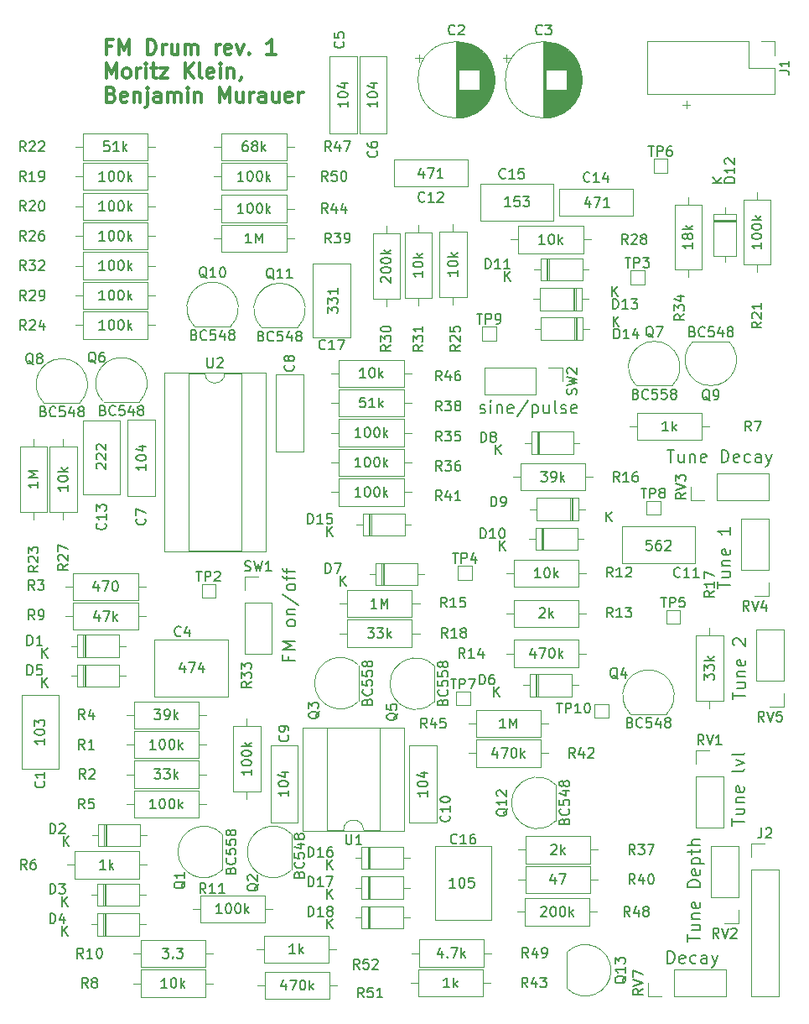
<source format=gbr>
%TF.GenerationSoftware,KiCad,Pcbnew,9.0.5*%
%TF.CreationDate,2025-10-12T14:47:24+02:00*%
%TF.ProjectId,11_fm_drum,31315f66-6d5f-4647-9275-6d2e6b696361,rev?*%
%TF.SameCoordinates,Original*%
%TF.FileFunction,Legend,Top*%
%TF.FilePolarity,Positive*%
%FSLAX46Y46*%
G04 Gerber Fmt 4.6, Leading zero omitted, Abs format (unit mm)*
G04 Created by KiCad (PCBNEW 9.0.5) date 2025-10-12 14:47:24*
%MOMM*%
%LPD*%
G01*
G04 APERTURE LIST*
%ADD10C,0.300000*%
%ADD11C,0.100000*%
%ADD12C,0.150000*%
%ADD13C,0.120000*%
G04 APERTURE END LIST*
D10*
X130594510Y-22633282D02*
X130094510Y-22633282D01*
X130094510Y-23418996D02*
X130094510Y-21918996D01*
X130094510Y-21918996D02*
X130808796Y-21918996D01*
X131380224Y-23418996D02*
X131380224Y-21918996D01*
X131380224Y-21918996D02*
X131880224Y-22990425D01*
X131880224Y-22990425D02*
X132380224Y-21918996D01*
X132380224Y-21918996D02*
X132380224Y-23418996D01*
X134237367Y-23418996D02*
X134237367Y-21918996D01*
X134237367Y-21918996D02*
X134594510Y-21918996D01*
X134594510Y-21918996D02*
X134808796Y-21990425D01*
X134808796Y-21990425D02*
X134951653Y-22133282D01*
X134951653Y-22133282D02*
X135023082Y-22276139D01*
X135023082Y-22276139D02*
X135094510Y-22561853D01*
X135094510Y-22561853D02*
X135094510Y-22776139D01*
X135094510Y-22776139D02*
X135023082Y-23061853D01*
X135023082Y-23061853D02*
X134951653Y-23204710D01*
X134951653Y-23204710D02*
X134808796Y-23347568D01*
X134808796Y-23347568D02*
X134594510Y-23418996D01*
X134594510Y-23418996D02*
X134237367Y-23418996D01*
X135737367Y-23418996D02*
X135737367Y-22418996D01*
X135737367Y-22704710D02*
X135808796Y-22561853D01*
X135808796Y-22561853D02*
X135880225Y-22490425D01*
X135880225Y-22490425D02*
X136023082Y-22418996D01*
X136023082Y-22418996D02*
X136165939Y-22418996D01*
X137308796Y-22418996D02*
X137308796Y-23418996D01*
X136665938Y-22418996D02*
X136665938Y-23204710D01*
X136665938Y-23204710D02*
X136737367Y-23347568D01*
X136737367Y-23347568D02*
X136880224Y-23418996D01*
X136880224Y-23418996D02*
X137094510Y-23418996D01*
X137094510Y-23418996D02*
X137237367Y-23347568D01*
X137237367Y-23347568D02*
X137308796Y-23276139D01*
X138023081Y-23418996D02*
X138023081Y-22418996D01*
X138023081Y-22561853D02*
X138094510Y-22490425D01*
X138094510Y-22490425D02*
X138237367Y-22418996D01*
X138237367Y-22418996D02*
X138451653Y-22418996D01*
X138451653Y-22418996D02*
X138594510Y-22490425D01*
X138594510Y-22490425D02*
X138665939Y-22633282D01*
X138665939Y-22633282D02*
X138665939Y-23418996D01*
X138665939Y-22633282D02*
X138737367Y-22490425D01*
X138737367Y-22490425D02*
X138880224Y-22418996D01*
X138880224Y-22418996D02*
X139094510Y-22418996D01*
X139094510Y-22418996D02*
X139237367Y-22490425D01*
X139237367Y-22490425D02*
X139308796Y-22633282D01*
X139308796Y-22633282D02*
X139308796Y-23418996D01*
X141165938Y-23418996D02*
X141165938Y-22418996D01*
X141165938Y-22704710D02*
X141237367Y-22561853D01*
X141237367Y-22561853D02*
X141308796Y-22490425D01*
X141308796Y-22490425D02*
X141451653Y-22418996D01*
X141451653Y-22418996D02*
X141594510Y-22418996D01*
X142665938Y-23347568D02*
X142523081Y-23418996D01*
X142523081Y-23418996D02*
X142237367Y-23418996D01*
X142237367Y-23418996D02*
X142094509Y-23347568D01*
X142094509Y-23347568D02*
X142023081Y-23204710D01*
X142023081Y-23204710D02*
X142023081Y-22633282D01*
X142023081Y-22633282D02*
X142094509Y-22490425D01*
X142094509Y-22490425D02*
X142237367Y-22418996D01*
X142237367Y-22418996D02*
X142523081Y-22418996D01*
X142523081Y-22418996D02*
X142665938Y-22490425D01*
X142665938Y-22490425D02*
X142737367Y-22633282D01*
X142737367Y-22633282D02*
X142737367Y-22776139D01*
X142737367Y-22776139D02*
X142023081Y-22918996D01*
X143237366Y-22418996D02*
X143594509Y-23418996D01*
X143594509Y-23418996D02*
X143951652Y-22418996D01*
X144523080Y-23276139D02*
X144594509Y-23347568D01*
X144594509Y-23347568D02*
X144523080Y-23418996D01*
X144523080Y-23418996D02*
X144451652Y-23347568D01*
X144451652Y-23347568D02*
X144523080Y-23276139D01*
X144523080Y-23276139D02*
X144523080Y-23418996D01*
X147165938Y-23418996D02*
X146308795Y-23418996D01*
X146737366Y-23418996D02*
X146737366Y-21918996D01*
X146737366Y-21918996D02*
X146594509Y-22133282D01*
X146594509Y-22133282D02*
X146451652Y-22276139D01*
X146451652Y-22276139D02*
X146308795Y-22347568D01*
X130094510Y-25833912D02*
X130094510Y-24333912D01*
X130094510Y-24333912D02*
X130594510Y-25405341D01*
X130594510Y-25405341D02*
X131094510Y-24333912D01*
X131094510Y-24333912D02*
X131094510Y-25833912D01*
X132023082Y-25833912D02*
X131880225Y-25762484D01*
X131880225Y-25762484D02*
X131808796Y-25691055D01*
X131808796Y-25691055D02*
X131737368Y-25548198D01*
X131737368Y-25548198D02*
X131737368Y-25119626D01*
X131737368Y-25119626D02*
X131808796Y-24976769D01*
X131808796Y-24976769D02*
X131880225Y-24905341D01*
X131880225Y-24905341D02*
X132023082Y-24833912D01*
X132023082Y-24833912D02*
X132237368Y-24833912D01*
X132237368Y-24833912D02*
X132380225Y-24905341D01*
X132380225Y-24905341D02*
X132451654Y-24976769D01*
X132451654Y-24976769D02*
X132523082Y-25119626D01*
X132523082Y-25119626D02*
X132523082Y-25548198D01*
X132523082Y-25548198D02*
X132451654Y-25691055D01*
X132451654Y-25691055D02*
X132380225Y-25762484D01*
X132380225Y-25762484D02*
X132237368Y-25833912D01*
X132237368Y-25833912D02*
X132023082Y-25833912D01*
X133165939Y-25833912D02*
X133165939Y-24833912D01*
X133165939Y-25119626D02*
X133237368Y-24976769D01*
X133237368Y-24976769D02*
X133308797Y-24905341D01*
X133308797Y-24905341D02*
X133451654Y-24833912D01*
X133451654Y-24833912D02*
X133594511Y-24833912D01*
X134094510Y-25833912D02*
X134094510Y-24833912D01*
X134094510Y-24333912D02*
X134023082Y-24405341D01*
X134023082Y-24405341D02*
X134094510Y-24476769D01*
X134094510Y-24476769D02*
X134165939Y-24405341D01*
X134165939Y-24405341D02*
X134094510Y-24333912D01*
X134094510Y-24333912D02*
X134094510Y-24476769D01*
X134594511Y-24833912D02*
X135165939Y-24833912D01*
X134808796Y-24333912D02*
X134808796Y-25619626D01*
X134808796Y-25619626D02*
X134880225Y-25762484D01*
X134880225Y-25762484D02*
X135023082Y-25833912D01*
X135023082Y-25833912D02*
X135165939Y-25833912D01*
X135523082Y-24833912D02*
X136308797Y-24833912D01*
X136308797Y-24833912D02*
X135523082Y-25833912D01*
X135523082Y-25833912D02*
X136308797Y-25833912D01*
X138023082Y-25833912D02*
X138023082Y-24333912D01*
X138880225Y-25833912D02*
X138237368Y-24976769D01*
X138880225Y-24333912D02*
X138023082Y-25191055D01*
X139737368Y-25833912D02*
X139594511Y-25762484D01*
X139594511Y-25762484D02*
X139523082Y-25619626D01*
X139523082Y-25619626D02*
X139523082Y-24333912D01*
X140880225Y-25762484D02*
X140737368Y-25833912D01*
X140737368Y-25833912D02*
X140451654Y-25833912D01*
X140451654Y-25833912D02*
X140308796Y-25762484D01*
X140308796Y-25762484D02*
X140237368Y-25619626D01*
X140237368Y-25619626D02*
X140237368Y-25048198D01*
X140237368Y-25048198D02*
X140308796Y-24905341D01*
X140308796Y-24905341D02*
X140451654Y-24833912D01*
X140451654Y-24833912D02*
X140737368Y-24833912D01*
X140737368Y-24833912D02*
X140880225Y-24905341D01*
X140880225Y-24905341D02*
X140951654Y-25048198D01*
X140951654Y-25048198D02*
X140951654Y-25191055D01*
X140951654Y-25191055D02*
X140237368Y-25333912D01*
X141594510Y-25833912D02*
X141594510Y-24833912D01*
X141594510Y-24333912D02*
X141523082Y-24405341D01*
X141523082Y-24405341D02*
X141594510Y-24476769D01*
X141594510Y-24476769D02*
X141665939Y-24405341D01*
X141665939Y-24405341D02*
X141594510Y-24333912D01*
X141594510Y-24333912D02*
X141594510Y-24476769D01*
X142308796Y-24833912D02*
X142308796Y-25833912D01*
X142308796Y-24976769D02*
X142380225Y-24905341D01*
X142380225Y-24905341D02*
X142523082Y-24833912D01*
X142523082Y-24833912D02*
X142737368Y-24833912D01*
X142737368Y-24833912D02*
X142880225Y-24905341D01*
X142880225Y-24905341D02*
X142951654Y-25048198D01*
X142951654Y-25048198D02*
X142951654Y-25833912D01*
X143737368Y-25762484D02*
X143737368Y-25833912D01*
X143737368Y-25833912D02*
X143665939Y-25976769D01*
X143665939Y-25976769D02*
X143594511Y-26048198D01*
X130594510Y-27463114D02*
X130808796Y-27534542D01*
X130808796Y-27534542D02*
X130880225Y-27605971D01*
X130880225Y-27605971D02*
X130951653Y-27748828D01*
X130951653Y-27748828D02*
X130951653Y-27963114D01*
X130951653Y-27963114D02*
X130880225Y-28105971D01*
X130880225Y-28105971D02*
X130808796Y-28177400D01*
X130808796Y-28177400D02*
X130665939Y-28248828D01*
X130665939Y-28248828D02*
X130094510Y-28248828D01*
X130094510Y-28248828D02*
X130094510Y-26748828D01*
X130094510Y-26748828D02*
X130594510Y-26748828D01*
X130594510Y-26748828D02*
X130737368Y-26820257D01*
X130737368Y-26820257D02*
X130808796Y-26891685D01*
X130808796Y-26891685D02*
X130880225Y-27034542D01*
X130880225Y-27034542D02*
X130880225Y-27177400D01*
X130880225Y-27177400D02*
X130808796Y-27320257D01*
X130808796Y-27320257D02*
X130737368Y-27391685D01*
X130737368Y-27391685D02*
X130594510Y-27463114D01*
X130594510Y-27463114D02*
X130094510Y-27463114D01*
X132165939Y-28177400D02*
X132023082Y-28248828D01*
X132023082Y-28248828D02*
X131737368Y-28248828D01*
X131737368Y-28248828D02*
X131594510Y-28177400D01*
X131594510Y-28177400D02*
X131523082Y-28034542D01*
X131523082Y-28034542D02*
X131523082Y-27463114D01*
X131523082Y-27463114D02*
X131594510Y-27320257D01*
X131594510Y-27320257D02*
X131737368Y-27248828D01*
X131737368Y-27248828D02*
X132023082Y-27248828D01*
X132023082Y-27248828D02*
X132165939Y-27320257D01*
X132165939Y-27320257D02*
X132237368Y-27463114D01*
X132237368Y-27463114D02*
X132237368Y-27605971D01*
X132237368Y-27605971D02*
X131523082Y-27748828D01*
X132880224Y-27248828D02*
X132880224Y-28248828D01*
X132880224Y-27391685D02*
X132951653Y-27320257D01*
X132951653Y-27320257D02*
X133094510Y-27248828D01*
X133094510Y-27248828D02*
X133308796Y-27248828D01*
X133308796Y-27248828D02*
X133451653Y-27320257D01*
X133451653Y-27320257D02*
X133523082Y-27463114D01*
X133523082Y-27463114D02*
X133523082Y-28248828D01*
X134237367Y-27248828D02*
X134237367Y-28534542D01*
X134237367Y-28534542D02*
X134165939Y-28677400D01*
X134165939Y-28677400D02*
X134023082Y-28748828D01*
X134023082Y-28748828D02*
X133951653Y-28748828D01*
X134237367Y-26748828D02*
X134165939Y-26820257D01*
X134165939Y-26820257D02*
X134237367Y-26891685D01*
X134237367Y-26891685D02*
X134308796Y-26820257D01*
X134308796Y-26820257D02*
X134237367Y-26748828D01*
X134237367Y-26748828D02*
X134237367Y-26891685D01*
X135594511Y-28248828D02*
X135594511Y-27463114D01*
X135594511Y-27463114D02*
X135523082Y-27320257D01*
X135523082Y-27320257D02*
X135380225Y-27248828D01*
X135380225Y-27248828D02*
X135094511Y-27248828D01*
X135094511Y-27248828D02*
X134951653Y-27320257D01*
X135594511Y-28177400D02*
X135451653Y-28248828D01*
X135451653Y-28248828D02*
X135094511Y-28248828D01*
X135094511Y-28248828D02*
X134951653Y-28177400D01*
X134951653Y-28177400D02*
X134880225Y-28034542D01*
X134880225Y-28034542D02*
X134880225Y-27891685D01*
X134880225Y-27891685D02*
X134951653Y-27748828D01*
X134951653Y-27748828D02*
X135094511Y-27677400D01*
X135094511Y-27677400D02*
X135451653Y-27677400D01*
X135451653Y-27677400D02*
X135594511Y-27605971D01*
X136308796Y-28248828D02*
X136308796Y-27248828D01*
X136308796Y-27391685D02*
X136380225Y-27320257D01*
X136380225Y-27320257D02*
X136523082Y-27248828D01*
X136523082Y-27248828D02*
X136737368Y-27248828D01*
X136737368Y-27248828D02*
X136880225Y-27320257D01*
X136880225Y-27320257D02*
X136951654Y-27463114D01*
X136951654Y-27463114D02*
X136951654Y-28248828D01*
X136951654Y-27463114D02*
X137023082Y-27320257D01*
X137023082Y-27320257D02*
X137165939Y-27248828D01*
X137165939Y-27248828D02*
X137380225Y-27248828D01*
X137380225Y-27248828D02*
X137523082Y-27320257D01*
X137523082Y-27320257D02*
X137594511Y-27463114D01*
X137594511Y-27463114D02*
X137594511Y-28248828D01*
X138308796Y-28248828D02*
X138308796Y-27248828D01*
X138308796Y-26748828D02*
X138237368Y-26820257D01*
X138237368Y-26820257D02*
X138308796Y-26891685D01*
X138308796Y-26891685D02*
X138380225Y-26820257D01*
X138380225Y-26820257D02*
X138308796Y-26748828D01*
X138308796Y-26748828D02*
X138308796Y-26891685D01*
X139023082Y-27248828D02*
X139023082Y-28248828D01*
X139023082Y-27391685D02*
X139094511Y-27320257D01*
X139094511Y-27320257D02*
X139237368Y-27248828D01*
X139237368Y-27248828D02*
X139451654Y-27248828D01*
X139451654Y-27248828D02*
X139594511Y-27320257D01*
X139594511Y-27320257D02*
X139665940Y-27463114D01*
X139665940Y-27463114D02*
X139665940Y-28248828D01*
X141523082Y-28248828D02*
X141523082Y-26748828D01*
X141523082Y-26748828D02*
X142023082Y-27820257D01*
X142023082Y-27820257D02*
X142523082Y-26748828D01*
X142523082Y-26748828D02*
X142523082Y-28248828D01*
X143880226Y-27248828D02*
X143880226Y-28248828D01*
X143237368Y-27248828D02*
X143237368Y-28034542D01*
X143237368Y-28034542D02*
X143308797Y-28177400D01*
X143308797Y-28177400D02*
X143451654Y-28248828D01*
X143451654Y-28248828D02*
X143665940Y-28248828D01*
X143665940Y-28248828D02*
X143808797Y-28177400D01*
X143808797Y-28177400D02*
X143880226Y-28105971D01*
X144594511Y-28248828D02*
X144594511Y-27248828D01*
X144594511Y-27534542D02*
X144665940Y-27391685D01*
X144665940Y-27391685D02*
X144737369Y-27320257D01*
X144737369Y-27320257D02*
X144880226Y-27248828D01*
X144880226Y-27248828D02*
X145023083Y-27248828D01*
X146165940Y-28248828D02*
X146165940Y-27463114D01*
X146165940Y-27463114D02*
X146094511Y-27320257D01*
X146094511Y-27320257D02*
X145951654Y-27248828D01*
X145951654Y-27248828D02*
X145665940Y-27248828D01*
X145665940Y-27248828D02*
X145523082Y-27320257D01*
X146165940Y-28177400D02*
X146023082Y-28248828D01*
X146023082Y-28248828D02*
X145665940Y-28248828D01*
X145665940Y-28248828D02*
X145523082Y-28177400D01*
X145523082Y-28177400D02*
X145451654Y-28034542D01*
X145451654Y-28034542D02*
X145451654Y-27891685D01*
X145451654Y-27891685D02*
X145523082Y-27748828D01*
X145523082Y-27748828D02*
X145665940Y-27677400D01*
X145665940Y-27677400D02*
X146023082Y-27677400D01*
X146023082Y-27677400D02*
X146165940Y-27605971D01*
X147523083Y-27248828D02*
X147523083Y-28248828D01*
X146880225Y-27248828D02*
X146880225Y-28034542D01*
X146880225Y-28034542D02*
X146951654Y-28177400D01*
X146951654Y-28177400D02*
X147094511Y-28248828D01*
X147094511Y-28248828D02*
X147308797Y-28248828D01*
X147308797Y-28248828D02*
X147451654Y-28177400D01*
X147451654Y-28177400D02*
X147523083Y-28105971D01*
X148808797Y-28177400D02*
X148665940Y-28248828D01*
X148665940Y-28248828D02*
X148380226Y-28248828D01*
X148380226Y-28248828D02*
X148237368Y-28177400D01*
X148237368Y-28177400D02*
X148165940Y-28034542D01*
X148165940Y-28034542D02*
X148165940Y-27463114D01*
X148165940Y-27463114D02*
X148237368Y-27320257D01*
X148237368Y-27320257D02*
X148380226Y-27248828D01*
X148380226Y-27248828D02*
X148665940Y-27248828D01*
X148665940Y-27248828D02*
X148808797Y-27320257D01*
X148808797Y-27320257D02*
X148880226Y-27463114D01*
X148880226Y-27463114D02*
X148880226Y-27605971D01*
X148880226Y-27605971D02*
X148165940Y-27748828D01*
X149523082Y-28248828D02*
X149523082Y-27248828D01*
X149523082Y-27534542D02*
X149594511Y-27391685D01*
X149594511Y-27391685D02*
X149665940Y-27320257D01*
X149665940Y-27320257D02*
X149808797Y-27248828D01*
X149808797Y-27248828D02*
X149951654Y-27248828D01*
D11*
X188303884Y-28491466D02*
X189065789Y-28491466D01*
X188684836Y-28872419D02*
X188684836Y-28110514D01*
D12*
X178897142Y-36219580D02*
X178849523Y-36267200D01*
X178849523Y-36267200D02*
X178706666Y-36314819D01*
X178706666Y-36314819D02*
X178611428Y-36314819D01*
X178611428Y-36314819D02*
X178468571Y-36267200D01*
X178468571Y-36267200D02*
X178373333Y-36171961D01*
X178373333Y-36171961D02*
X178325714Y-36076723D01*
X178325714Y-36076723D02*
X178278095Y-35886247D01*
X178278095Y-35886247D02*
X178278095Y-35743390D01*
X178278095Y-35743390D02*
X178325714Y-35552914D01*
X178325714Y-35552914D02*
X178373333Y-35457676D01*
X178373333Y-35457676D02*
X178468571Y-35362438D01*
X178468571Y-35362438D02*
X178611428Y-35314819D01*
X178611428Y-35314819D02*
X178706666Y-35314819D01*
X178706666Y-35314819D02*
X178849523Y-35362438D01*
X178849523Y-35362438D02*
X178897142Y-35410057D01*
X179849523Y-36314819D02*
X179278095Y-36314819D01*
X179563809Y-36314819D02*
X179563809Y-35314819D01*
X179563809Y-35314819D02*
X179468571Y-35457676D01*
X179468571Y-35457676D02*
X179373333Y-35552914D01*
X179373333Y-35552914D02*
X179278095Y-35600533D01*
X180706666Y-35648152D02*
X180706666Y-36314819D01*
X180468571Y-35267200D02*
X180230476Y-35981485D01*
X180230476Y-35981485D02*
X180849523Y-35981485D01*
X178905428Y-38157564D02*
X178905428Y-38824231D01*
X178667333Y-37776612D02*
X178429238Y-38490897D01*
X178429238Y-38490897D02*
X179048285Y-38490897D01*
X179334000Y-37824231D02*
X180000666Y-37824231D01*
X180000666Y-37824231D02*
X179572095Y-38824231D01*
X180905428Y-38824231D02*
X180334000Y-38824231D01*
X180619714Y-38824231D02*
X180619714Y-37824231D01*
X180619714Y-37824231D02*
X180524476Y-37967088D01*
X180524476Y-37967088D02*
X180429238Y-38062326D01*
X180429238Y-38062326D02*
X180334000Y-38109945D01*
X162207142Y-38219580D02*
X162159523Y-38267200D01*
X162159523Y-38267200D02*
X162016666Y-38314819D01*
X162016666Y-38314819D02*
X161921428Y-38314819D01*
X161921428Y-38314819D02*
X161778571Y-38267200D01*
X161778571Y-38267200D02*
X161683333Y-38171961D01*
X161683333Y-38171961D02*
X161635714Y-38076723D01*
X161635714Y-38076723D02*
X161588095Y-37886247D01*
X161588095Y-37886247D02*
X161588095Y-37743390D01*
X161588095Y-37743390D02*
X161635714Y-37552914D01*
X161635714Y-37552914D02*
X161683333Y-37457676D01*
X161683333Y-37457676D02*
X161778571Y-37362438D01*
X161778571Y-37362438D02*
X161921428Y-37314819D01*
X161921428Y-37314819D02*
X162016666Y-37314819D01*
X162016666Y-37314819D02*
X162159523Y-37362438D01*
X162159523Y-37362438D02*
X162207142Y-37410057D01*
X163159523Y-38314819D02*
X162588095Y-38314819D01*
X162873809Y-38314819D02*
X162873809Y-37314819D01*
X162873809Y-37314819D02*
X162778571Y-37457676D01*
X162778571Y-37457676D02*
X162683333Y-37552914D01*
X162683333Y-37552914D02*
X162588095Y-37600533D01*
X163540476Y-37410057D02*
X163588095Y-37362438D01*
X163588095Y-37362438D02*
X163683333Y-37314819D01*
X163683333Y-37314819D02*
X163921428Y-37314819D01*
X163921428Y-37314819D02*
X164016666Y-37362438D01*
X164016666Y-37362438D02*
X164064285Y-37410057D01*
X164064285Y-37410057D02*
X164111904Y-37505295D01*
X164111904Y-37505295D02*
X164111904Y-37600533D01*
X164111904Y-37600533D02*
X164064285Y-37743390D01*
X164064285Y-37743390D02*
X163492857Y-38314819D01*
X163492857Y-38314819D02*
X164111904Y-38314819D01*
X162088095Y-35238006D02*
X162088095Y-35904673D01*
X161850000Y-34857054D02*
X161611905Y-35571339D01*
X161611905Y-35571339D02*
X162230952Y-35571339D01*
X162516667Y-34904673D02*
X163183333Y-34904673D01*
X163183333Y-34904673D02*
X162754762Y-35904673D01*
X164088095Y-35904673D02*
X163516667Y-35904673D01*
X163802381Y-35904673D02*
X163802381Y-34904673D01*
X163802381Y-34904673D02*
X163707143Y-35047530D01*
X163707143Y-35047530D02*
X163611905Y-35142768D01*
X163611905Y-35142768D02*
X163516667Y-35190387D01*
X138039698Y-106844350D02*
X137992079Y-106939588D01*
X137992079Y-106939588D02*
X137896841Y-107034826D01*
X137896841Y-107034826D02*
X137753983Y-107177683D01*
X137753983Y-107177683D02*
X137706364Y-107272921D01*
X137706364Y-107272921D02*
X137706364Y-107368159D01*
X137944460Y-107320540D02*
X137896841Y-107415778D01*
X137896841Y-107415778D02*
X137801602Y-107511016D01*
X137801602Y-107511016D02*
X137611126Y-107558635D01*
X137611126Y-107558635D02*
X137277793Y-107558635D01*
X137277793Y-107558635D02*
X137087317Y-107511016D01*
X137087317Y-107511016D02*
X136992079Y-107415778D01*
X136992079Y-107415778D02*
X136944460Y-107320540D01*
X136944460Y-107320540D02*
X136944460Y-107130064D01*
X136944460Y-107130064D02*
X136992079Y-107034826D01*
X136992079Y-107034826D02*
X137087317Y-106939588D01*
X137087317Y-106939588D02*
X137277793Y-106891969D01*
X137277793Y-106891969D02*
X137611126Y-106891969D01*
X137611126Y-106891969D02*
X137801602Y-106939588D01*
X137801602Y-106939588D02*
X137896841Y-107034826D01*
X137896841Y-107034826D02*
X137944460Y-107130064D01*
X137944460Y-107130064D02*
X137944460Y-107320540D01*
X137944460Y-105939588D02*
X137944460Y-106511016D01*
X137944460Y-106225302D02*
X136944460Y-106225302D01*
X136944460Y-106225302D02*
X137087317Y-106320540D01*
X137087317Y-106320540D02*
X137182555Y-106415778D01*
X137182555Y-106415778D02*
X137230174Y-106511016D01*
X142639009Y-105743142D02*
X142686628Y-105600285D01*
X142686628Y-105600285D02*
X142734247Y-105552666D01*
X142734247Y-105552666D02*
X142829485Y-105505047D01*
X142829485Y-105505047D02*
X142972342Y-105505047D01*
X142972342Y-105505047D02*
X143067580Y-105552666D01*
X143067580Y-105552666D02*
X143115200Y-105600285D01*
X143115200Y-105600285D02*
X143162819Y-105695523D01*
X143162819Y-105695523D02*
X143162819Y-106076475D01*
X143162819Y-106076475D02*
X142162819Y-106076475D01*
X142162819Y-106076475D02*
X142162819Y-105743142D01*
X142162819Y-105743142D02*
X142210438Y-105647904D01*
X142210438Y-105647904D02*
X142258057Y-105600285D01*
X142258057Y-105600285D02*
X142353295Y-105552666D01*
X142353295Y-105552666D02*
X142448533Y-105552666D01*
X142448533Y-105552666D02*
X142543771Y-105600285D01*
X142543771Y-105600285D02*
X142591390Y-105647904D01*
X142591390Y-105647904D02*
X142639009Y-105743142D01*
X142639009Y-105743142D02*
X142639009Y-106076475D01*
X143067580Y-104505047D02*
X143115200Y-104552666D01*
X143115200Y-104552666D02*
X143162819Y-104695523D01*
X143162819Y-104695523D02*
X143162819Y-104790761D01*
X143162819Y-104790761D02*
X143115200Y-104933618D01*
X143115200Y-104933618D02*
X143019961Y-105028856D01*
X143019961Y-105028856D02*
X142924723Y-105076475D01*
X142924723Y-105076475D02*
X142734247Y-105124094D01*
X142734247Y-105124094D02*
X142591390Y-105124094D01*
X142591390Y-105124094D02*
X142400914Y-105076475D01*
X142400914Y-105076475D02*
X142305676Y-105028856D01*
X142305676Y-105028856D02*
X142210438Y-104933618D01*
X142210438Y-104933618D02*
X142162819Y-104790761D01*
X142162819Y-104790761D02*
X142162819Y-104695523D01*
X142162819Y-104695523D02*
X142210438Y-104552666D01*
X142210438Y-104552666D02*
X142258057Y-104505047D01*
X142162819Y-103600285D02*
X142162819Y-104076475D01*
X142162819Y-104076475D02*
X142639009Y-104124094D01*
X142639009Y-104124094D02*
X142591390Y-104076475D01*
X142591390Y-104076475D02*
X142543771Y-103981237D01*
X142543771Y-103981237D02*
X142543771Y-103743142D01*
X142543771Y-103743142D02*
X142591390Y-103647904D01*
X142591390Y-103647904D02*
X142639009Y-103600285D01*
X142639009Y-103600285D02*
X142734247Y-103552666D01*
X142734247Y-103552666D02*
X142972342Y-103552666D01*
X142972342Y-103552666D02*
X143067580Y-103600285D01*
X143067580Y-103600285D02*
X143115200Y-103647904D01*
X143115200Y-103647904D02*
X143162819Y-103743142D01*
X143162819Y-103743142D02*
X143162819Y-103981237D01*
X143162819Y-103981237D02*
X143115200Y-104076475D01*
X143115200Y-104076475D02*
X143067580Y-104124094D01*
X142162819Y-102647904D02*
X142162819Y-103124094D01*
X142162819Y-103124094D02*
X142639009Y-103171713D01*
X142639009Y-103171713D02*
X142591390Y-103124094D01*
X142591390Y-103124094D02*
X142543771Y-103028856D01*
X142543771Y-103028856D02*
X142543771Y-102790761D01*
X142543771Y-102790761D02*
X142591390Y-102695523D01*
X142591390Y-102695523D02*
X142639009Y-102647904D01*
X142639009Y-102647904D02*
X142734247Y-102600285D01*
X142734247Y-102600285D02*
X142972342Y-102600285D01*
X142972342Y-102600285D02*
X143067580Y-102647904D01*
X143067580Y-102647904D02*
X143115200Y-102695523D01*
X143115200Y-102695523D02*
X143162819Y-102790761D01*
X143162819Y-102790761D02*
X143162819Y-103028856D01*
X143162819Y-103028856D02*
X143115200Y-103124094D01*
X143115200Y-103124094D02*
X143067580Y-103171713D01*
X142591390Y-102028856D02*
X142543771Y-102124094D01*
X142543771Y-102124094D02*
X142496152Y-102171713D01*
X142496152Y-102171713D02*
X142400914Y-102219332D01*
X142400914Y-102219332D02*
X142353295Y-102219332D01*
X142353295Y-102219332D02*
X142258057Y-102171713D01*
X142258057Y-102171713D02*
X142210438Y-102124094D01*
X142210438Y-102124094D02*
X142162819Y-102028856D01*
X142162819Y-102028856D02*
X142162819Y-101838380D01*
X142162819Y-101838380D02*
X142210438Y-101743142D01*
X142210438Y-101743142D02*
X142258057Y-101695523D01*
X142258057Y-101695523D02*
X142353295Y-101647904D01*
X142353295Y-101647904D02*
X142400914Y-101647904D01*
X142400914Y-101647904D02*
X142496152Y-101695523D01*
X142496152Y-101695523D02*
X142543771Y-101743142D01*
X142543771Y-101743142D02*
X142591390Y-101838380D01*
X142591390Y-101838380D02*
X142591390Y-102028856D01*
X142591390Y-102028856D02*
X142639009Y-102124094D01*
X142639009Y-102124094D02*
X142686628Y-102171713D01*
X142686628Y-102171713D02*
X142781866Y-102219332D01*
X142781866Y-102219332D02*
X142972342Y-102219332D01*
X142972342Y-102219332D02*
X143067580Y-102171713D01*
X143067580Y-102171713D02*
X143115200Y-102124094D01*
X143115200Y-102124094D02*
X143162819Y-102028856D01*
X143162819Y-102028856D02*
X143162819Y-101838380D01*
X143162819Y-101838380D02*
X143115200Y-101743142D01*
X143115200Y-101743142D02*
X143067580Y-101695523D01*
X143067580Y-101695523D02*
X142972342Y-101647904D01*
X142972342Y-101647904D02*
X142781866Y-101647904D01*
X142781866Y-101647904D02*
X142686628Y-101695523D01*
X142686628Y-101695523D02*
X142639009Y-101743142D01*
X142639009Y-101743142D02*
X142591390Y-101838380D01*
X165261933Y-21359580D02*
X165214314Y-21407200D01*
X165214314Y-21407200D02*
X165071457Y-21454819D01*
X165071457Y-21454819D02*
X164976219Y-21454819D01*
X164976219Y-21454819D02*
X164833362Y-21407200D01*
X164833362Y-21407200D02*
X164738124Y-21311961D01*
X164738124Y-21311961D02*
X164690505Y-21216723D01*
X164690505Y-21216723D02*
X164642886Y-21026247D01*
X164642886Y-21026247D02*
X164642886Y-20883390D01*
X164642886Y-20883390D02*
X164690505Y-20692914D01*
X164690505Y-20692914D02*
X164738124Y-20597676D01*
X164738124Y-20597676D02*
X164833362Y-20502438D01*
X164833362Y-20502438D02*
X164976219Y-20454819D01*
X164976219Y-20454819D02*
X165071457Y-20454819D01*
X165071457Y-20454819D02*
X165214314Y-20502438D01*
X165214314Y-20502438D02*
X165261933Y-20550057D01*
X165642886Y-20550057D02*
X165690505Y-20502438D01*
X165690505Y-20502438D02*
X165785743Y-20454819D01*
X165785743Y-20454819D02*
X166023838Y-20454819D01*
X166023838Y-20454819D02*
X166119076Y-20502438D01*
X166119076Y-20502438D02*
X166166695Y-20550057D01*
X166166695Y-20550057D02*
X166214314Y-20645295D01*
X166214314Y-20645295D02*
X166214314Y-20740533D01*
X166214314Y-20740533D02*
X166166695Y-20883390D01*
X166166695Y-20883390D02*
X165595267Y-21454819D01*
X165595267Y-21454819D02*
X166214314Y-21454819D01*
X121954657Y-48230260D02*
X121621324Y-47754069D01*
X121383229Y-48230260D02*
X121383229Y-47230260D01*
X121383229Y-47230260D02*
X121764181Y-47230260D01*
X121764181Y-47230260D02*
X121859419Y-47277879D01*
X121859419Y-47277879D02*
X121907038Y-47325498D01*
X121907038Y-47325498D02*
X121954657Y-47420736D01*
X121954657Y-47420736D02*
X121954657Y-47563593D01*
X121954657Y-47563593D02*
X121907038Y-47658831D01*
X121907038Y-47658831D02*
X121859419Y-47706450D01*
X121859419Y-47706450D02*
X121764181Y-47754069D01*
X121764181Y-47754069D02*
X121383229Y-47754069D01*
X122335610Y-47325498D02*
X122383229Y-47277879D01*
X122383229Y-47277879D02*
X122478467Y-47230260D01*
X122478467Y-47230260D02*
X122716562Y-47230260D01*
X122716562Y-47230260D02*
X122811800Y-47277879D01*
X122811800Y-47277879D02*
X122859419Y-47325498D01*
X122859419Y-47325498D02*
X122907038Y-47420736D01*
X122907038Y-47420736D02*
X122907038Y-47515974D01*
X122907038Y-47515974D02*
X122859419Y-47658831D01*
X122859419Y-47658831D02*
X122287991Y-48230260D01*
X122287991Y-48230260D02*
X122907038Y-48230260D01*
X123383229Y-48230260D02*
X123573705Y-48230260D01*
X123573705Y-48230260D02*
X123668943Y-48182641D01*
X123668943Y-48182641D02*
X123716562Y-48135021D01*
X123716562Y-48135021D02*
X123811800Y-47992164D01*
X123811800Y-47992164D02*
X123859419Y-47801688D01*
X123859419Y-47801688D02*
X123859419Y-47420736D01*
X123859419Y-47420736D02*
X123811800Y-47325498D01*
X123811800Y-47325498D02*
X123764181Y-47277879D01*
X123764181Y-47277879D02*
X123668943Y-47230260D01*
X123668943Y-47230260D02*
X123478467Y-47230260D01*
X123478467Y-47230260D02*
X123383229Y-47277879D01*
X123383229Y-47277879D02*
X123335610Y-47325498D01*
X123335610Y-47325498D02*
X123287991Y-47420736D01*
X123287991Y-47420736D02*
X123287991Y-47658831D01*
X123287991Y-47658831D02*
X123335610Y-47754069D01*
X123335610Y-47754069D02*
X123383229Y-47801688D01*
X123383229Y-47801688D02*
X123478467Y-47849307D01*
X123478467Y-47849307D02*
X123668943Y-47849307D01*
X123668943Y-47849307D02*
X123764181Y-47801688D01*
X123764181Y-47801688D02*
X123811800Y-47754069D01*
X123811800Y-47754069D02*
X123859419Y-47658831D01*
X129928571Y-48204819D02*
X129357143Y-48204819D01*
X129642857Y-48204819D02*
X129642857Y-47204819D01*
X129642857Y-47204819D02*
X129547619Y-47347676D01*
X129547619Y-47347676D02*
X129452381Y-47442914D01*
X129452381Y-47442914D02*
X129357143Y-47490533D01*
X130547619Y-47204819D02*
X130642857Y-47204819D01*
X130642857Y-47204819D02*
X130738095Y-47252438D01*
X130738095Y-47252438D02*
X130785714Y-47300057D01*
X130785714Y-47300057D02*
X130833333Y-47395295D01*
X130833333Y-47395295D02*
X130880952Y-47585771D01*
X130880952Y-47585771D02*
X130880952Y-47823866D01*
X130880952Y-47823866D02*
X130833333Y-48014342D01*
X130833333Y-48014342D02*
X130785714Y-48109580D01*
X130785714Y-48109580D02*
X130738095Y-48157200D01*
X130738095Y-48157200D02*
X130642857Y-48204819D01*
X130642857Y-48204819D02*
X130547619Y-48204819D01*
X130547619Y-48204819D02*
X130452381Y-48157200D01*
X130452381Y-48157200D02*
X130404762Y-48109580D01*
X130404762Y-48109580D02*
X130357143Y-48014342D01*
X130357143Y-48014342D02*
X130309524Y-47823866D01*
X130309524Y-47823866D02*
X130309524Y-47585771D01*
X130309524Y-47585771D02*
X130357143Y-47395295D01*
X130357143Y-47395295D02*
X130404762Y-47300057D01*
X130404762Y-47300057D02*
X130452381Y-47252438D01*
X130452381Y-47252438D02*
X130547619Y-47204819D01*
X131500000Y-47204819D02*
X131595238Y-47204819D01*
X131595238Y-47204819D02*
X131690476Y-47252438D01*
X131690476Y-47252438D02*
X131738095Y-47300057D01*
X131738095Y-47300057D02*
X131785714Y-47395295D01*
X131785714Y-47395295D02*
X131833333Y-47585771D01*
X131833333Y-47585771D02*
X131833333Y-47823866D01*
X131833333Y-47823866D02*
X131785714Y-48014342D01*
X131785714Y-48014342D02*
X131738095Y-48109580D01*
X131738095Y-48109580D02*
X131690476Y-48157200D01*
X131690476Y-48157200D02*
X131595238Y-48204819D01*
X131595238Y-48204819D02*
X131500000Y-48204819D01*
X131500000Y-48204819D02*
X131404762Y-48157200D01*
X131404762Y-48157200D02*
X131357143Y-48109580D01*
X131357143Y-48109580D02*
X131309524Y-48014342D01*
X131309524Y-48014342D02*
X131261905Y-47823866D01*
X131261905Y-47823866D02*
X131261905Y-47585771D01*
X131261905Y-47585771D02*
X131309524Y-47395295D01*
X131309524Y-47395295D02*
X131357143Y-47300057D01*
X131357143Y-47300057D02*
X131404762Y-47252438D01*
X131404762Y-47252438D02*
X131500000Y-47204819D01*
X132261905Y-48204819D02*
X132261905Y-47204819D01*
X132357143Y-47823866D02*
X132642857Y-48204819D01*
X132642857Y-47538152D02*
X132261905Y-47919104D01*
X123771580Y-96782666D02*
X123819200Y-96830285D01*
X123819200Y-96830285D02*
X123866819Y-96973142D01*
X123866819Y-96973142D02*
X123866819Y-97068380D01*
X123866819Y-97068380D02*
X123819200Y-97211237D01*
X123819200Y-97211237D02*
X123723961Y-97306475D01*
X123723961Y-97306475D02*
X123628723Y-97354094D01*
X123628723Y-97354094D02*
X123438247Y-97401713D01*
X123438247Y-97401713D02*
X123295390Y-97401713D01*
X123295390Y-97401713D02*
X123104914Y-97354094D01*
X123104914Y-97354094D02*
X123009676Y-97306475D01*
X123009676Y-97306475D02*
X122914438Y-97211237D01*
X122914438Y-97211237D02*
X122866819Y-97068380D01*
X122866819Y-97068380D02*
X122866819Y-96973142D01*
X122866819Y-96973142D02*
X122914438Y-96830285D01*
X122914438Y-96830285D02*
X122962057Y-96782666D01*
X123866819Y-95830285D02*
X123866819Y-96401713D01*
X123866819Y-96115999D02*
X122866819Y-96115999D01*
X122866819Y-96115999D02*
X123009676Y-96211237D01*
X123009676Y-96211237D02*
X123104914Y-96306475D01*
X123104914Y-96306475D02*
X123152533Y-96401713D01*
X123846587Y-92456666D02*
X123846587Y-93028094D01*
X123846587Y-92742380D02*
X122846587Y-92742380D01*
X122846587Y-92742380D02*
X122989444Y-92837618D01*
X122989444Y-92837618D02*
X123084682Y-92932856D01*
X123084682Y-92932856D02*
X123132301Y-93028094D01*
X122846587Y-91837618D02*
X122846587Y-91742380D01*
X122846587Y-91742380D02*
X122894206Y-91647142D01*
X122894206Y-91647142D02*
X122941825Y-91599523D01*
X122941825Y-91599523D02*
X123037063Y-91551904D01*
X123037063Y-91551904D02*
X123227539Y-91504285D01*
X123227539Y-91504285D02*
X123465634Y-91504285D01*
X123465634Y-91504285D02*
X123656110Y-91551904D01*
X123656110Y-91551904D02*
X123751348Y-91599523D01*
X123751348Y-91599523D02*
X123798968Y-91647142D01*
X123798968Y-91647142D02*
X123846587Y-91742380D01*
X123846587Y-91742380D02*
X123846587Y-91837618D01*
X123846587Y-91837618D02*
X123798968Y-91932856D01*
X123798968Y-91932856D02*
X123751348Y-91980475D01*
X123751348Y-91980475D02*
X123656110Y-92028094D01*
X123656110Y-92028094D02*
X123465634Y-92075713D01*
X123465634Y-92075713D02*
X123227539Y-92075713D01*
X123227539Y-92075713D02*
X123037063Y-92028094D01*
X123037063Y-92028094D02*
X122941825Y-91980475D01*
X122941825Y-91980475D02*
X122894206Y-91932856D01*
X122894206Y-91932856D02*
X122846587Y-91837618D01*
X122846587Y-91170951D02*
X122846587Y-90551904D01*
X122846587Y-90551904D02*
X123227539Y-90885237D01*
X123227539Y-90885237D02*
X123227539Y-90742380D01*
X123227539Y-90742380D02*
X123275158Y-90647142D01*
X123275158Y-90647142D02*
X123322777Y-90599523D01*
X123322777Y-90599523D02*
X123418015Y-90551904D01*
X123418015Y-90551904D02*
X123656110Y-90551904D01*
X123656110Y-90551904D02*
X123751348Y-90599523D01*
X123751348Y-90599523D02*
X123798968Y-90647142D01*
X123798968Y-90647142D02*
X123846587Y-90742380D01*
X123846587Y-90742380D02*
X123846587Y-91028094D01*
X123846587Y-91028094D02*
X123798968Y-91123332D01*
X123798968Y-91123332D02*
X123751348Y-91170951D01*
X196254819Y-50427857D02*
X195778628Y-50761190D01*
X196254819Y-50999285D02*
X195254819Y-50999285D01*
X195254819Y-50999285D02*
X195254819Y-50618333D01*
X195254819Y-50618333D02*
X195302438Y-50523095D01*
X195302438Y-50523095D02*
X195350057Y-50475476D01*
X195350057Y-50475476D02*
X195445295Y-50427857D01*
X195445295Y-50427857D02*
X195588152Y-50427857D01*
X195588152Y-50427857D02*
X195683390Y-50475476D01*
X195683390Y-50475476D02*
X195731009Y-50523095D01*
X195731009Y-50523095D02*
X195778628Y-50618333D01*
X195778628Y-50618333D02*
X195778628Y-50999285D01*
X195350057Y-50046904D02*
X195302438Y-49999285D01*
X195302438Y-49999285D02*
X195254819Y-49904047D01*
X195254819Y-49904047D02*
X195254819Y-49665952D01*
X195254819Y-49665952D02*
X195302438Y-49570714D01*
X195302438Y-49570714D02*
X195350057Y-49523095D01*
X195350057Y-49523095D02*
X195445295Y-49475476D01*
X195445295Y-49475476D02*
X195540533Y-49475476D01*
X195540533Y-49475476D02*
X195683390Y-49523095D01*
X195683390Y-49523095D02*
X196254819Y-50094523D01*
X196254819Y-50094523D02*
X196254819Y-49475476D01*
X196254819Y-48523095D02*
X196254819Y-49094523D01*
X196254819Y-48808809D02*
X195254819Y-48808809D01*
X195254819Y-48808809D02*
X195397676Y-48904047D01*
X195397676Y-48904047D02*
X195492914Y-48999285D01*
X195492914Y-48999285D02*
X195540533Y-49094523D01*
X196254819Y-42436428D02*
X196254819Y-43007856D01*
X196254819Y-42722142D02*
X195254819Y-42722142D01*
X195254819Y-42722142D02*
X195397676Y-42817380D01*
X195397676Y-42817380D02*
X195492914Y-42912618D01*
X195492914Y-42912618D02*
X195540533Y-43007856D01*
X195254819Y-41817380D02*
X195254819Y-41722142D01*
X195254819Y-41722142D02*
X195302438Y-41626904D01*
X195302438Y-41626904D02*
X195350057Y-41579285D01*
X195350057Y-41579285D02*
X195445295Y-41531666D01*
X195445295Y-41531666D02*
X195635771Y-41484047D01*
X195635771Y-41484047D02*
X195873866Y-41484047D01*
X195873866Y-41484047D02*
X196064342Y-41531666D01*
X196064342Y-41531666D02*
X196159580Y-41579285D01*
X196159580Y-41579285D02*
X196207200Y-41626904D01*
X196207200Y-41626904D02*
X196254819Y-41722142D01*
X196254819Y-41722142D02*
X196254819Y-41817380D01*
X196254819Y-41817380D02*
X196207200Y-41912618D01*
X196207200Y-41912618D02*
X196159580Y-41960237D01*
X196159580Y-41960237D02*
X196064342Y-42007856D01*
X196064342Y-42007856D02*
X195873866Y-42055475D01*
X195873866Y-42055475D02*
X195635771Y-42055475D01*
X195635771Y-42055475D02*
X195445295Y-42007856D01*
X195445295Y-42007856D02*
X195350057Y-41960237D01*
X195350057Y-41960237D02*
X195302438Y-41912618D01*
X195302438Y-41912618D02*
X195254819Y-41817380D01*
X195254819Y-40864999D02*
X195254819Y-40769761D01*
X195254819Y-40769761D02*
X195302438Y-40674523D01*
X195302438Y-40674523D02*
X195350057Y-40626904D01*
X195350057Y-40626904D02*
X195445295Y-40579285D01*
X195445295Y-40579285D02*
X195635771Y-40531666D01*
X195635771Y-40531666D02*
X195873866Y-40531666D01*
X195873866Y-40531666D02*
X196064342Y-40579285D01*
X196064342Y-40579285D02*
X196159580Y-40626904D01*
X196159580Y-40626904D02*
X196207200Y-40674523D01*
X196207200Y-40674523D02*
X196254819Y-40769761D01*
X196254819Y-40769761D02*
X196254819Y-40864999D01*
X196254819Y-40864999D02*
X196207200Y-40960237D01*
X196207200Y-40960237D02*
X196159580Y-41007856D01*
X196159580Y-41007856D02*
X196064342Y-41055475D01*
X196064342Y-41055475D02*
X195873866Y-41103094D01*
X195873866Y-41103094D02*
X195635771Y-41103094D01*
X195635771Y-41103094D02*
X195445295Y-41055475D01*
X195445295Y-41055475D02*
X195350057Y-41007856D01*
X195350057Y-41007856D02*
X195302438Y-40960237D01*
X195302438Y-40960237D02*
X195254819Y-40864999D01*
X196254819Y-40103094D02*
X195254819Y-40103094D01*
X195873866Y-40007856D02*
X196254819Y-39722142D01*
X195588152Y-39722142D02*
X195969104Y-40103094D01*
X163949142Y-68430819D02*
X163615809Y-67954628D01*
X163377714Y-68430819D02*
X163377714Y-67430819D01*
X163377714Y-67430819D02*
X163758666Y-67430819D01*
X163758666Y-67430819D02*
X163853904Y-67478438D01*
X163853904Y-67478438D02*
X163901523Y-67526057D01*
X163901523Y-67526057D02*
X163949142Y-67621295D01*
X163949142Y-67621295D02*
X163949142Y-67764152D01*
X163949142Y-67764152D02*
X163901523Y-67859390D01*
X163901523Y-67859390D02*
X163853904Y-67907009D01*
X163853904Y-67907009D02*
X163758666Y-67954628D01*
X163758666Y-67954628D02*
X163377714Y-67954628D01*
X164806285Y-67764152D02*
X164806285Y-68430819D01*
X164568190Y-67383200D02*
X164330095Y-68097485D01*
X164330095Y-68097485D02*
X164949142Y-68097485D01*
X165853904Y-68430819D02*
X165282476Y-68430819D01*
X165568190Y-68430819D02*
X165568190Y-67430819D01*
X165568190Y-67430819D02*
X165472952Y-67573676D01*
X165472952Y-67573676D02*
X165377714Y-67668914D01*
X165377714Y-67668914D02*
X165282476Y-67716533D01*
X155773571Y-68049819D02*
X155202143Y-68049819D01*
X155487857Y-68049819D02*
X155487857Y-67049819D01*
X155487857Y-67049819D02*
X155392619Y-67192676D01*
X155392619Y-67192676D02*
X155297381Y-67287914D01*
X155297381Y-67287914D02*
X155202143Y-67335533D01*
X156392619Y-67049819D02*
X156487857Y-67049819D01*
X156487857Y-67049819D02*
X156583095Y-67097438D01*
X156583095Y-67097438D02*
X156630714Y-67145057D01*
X156630714Y-67145057D02*
X156678333Y-67240295D01*
X156678333Y-67240295D02*
X156725952Y-67430771D01*
X156725952Y-67430771D02*
X156725952Y-67668866D01*
X156725952Y-67668866D02*
X156678333Y-67859342D01*
X156678333Y-67859342D02*
X156630714Y-67954580D01*
X156630714Y-67954580D02*
X156583095Y-68002200D01*
X156583095Y-68002200D02*
X156487857Y-68049819D01*
X156487857Y-68049819D02*
X156392619Y-68049819D01*
X156392619Y-68049819D02*
X156297381Y-68002200D01*
X156297381Y-68002200D02*
X156249762Y-67954580D01*
X156249762Y-67954580D02*
X156202143Y-67859342D01*
X156202143Y-67859342D02*
X156154524Y-67668866D01*
X156154524Y-67668866D02*
X156154524Y-67430771D01*
X156154524Y-67430771D02*
X156202143Y-67240295D01*
X156202143Y-67240295D02*
X156249762Y-67145057D01*
X156249762Y-67145057D02*
X156297381Y-67097438D01*
X156297381Y-67097438D02*
X156392619Y-67049819D01*
X157345000Y-67049819D02*
X157440238Y-67049819D01*
X157440238Y-67049819D02*
X157535476Y-67097438D01*
X157535476Y-67097438D02*
X157583095Y-67145057D01*
X157583095Y-67145057D02*
X157630714Y-67240295D01*
X157630714Y-67240295D02*
X157678333Y-67430771D01*
X157678333Y-67430771D02*
X157678333Y-67668866D01*
X157678333Y-67668866D02*
X157630714Y-67859342D01*
X157630714Y-67859342D02*
X157583095Y-67954580D01*
X157583095Y-67954580D02*
X157535476Y-68002200D01*
X157535476Y-68002200D02*
X157440238Y-68049819D01*
X157440238Y-68049819D02*
X157345000Y-68049819D01*
X157345000Y-68049819D02*
X157249762Y-68002200D01*
X157249762Y-68002200D02*
X157202143Y-67954580D01*
X157202143Y-67954580D02*
X157154524Y-67859342D01*
X157154524Y-67859342D02*
X157106905Y-67668866D01*
X157106905Y-67668866D02*
X157106905Y-67430771D01*
X157106905Y-67430771D02*
X157154524Y-67240295D01*
X157154524Y-67240295D02*
X157202143Y-67145057D01*
X157202143Y-67145057D02*
X157249762Y-67097438D01*
X157249762Y-67097438D02*
X157345000Y-67049819D01*
X158106905Y-68049819D02*
X158106905Y-67049819D01*
X158202143Y-67668866D02*
X158487857Y-68049819D01*
X158487857Y-67383152D02*
X158106905Y-67764104D01*
X190412761Y-93070819D02*
X190079428Y-92594628D01*
X189841333Y-93070819D02*
X189841333Y-92070819D01*
X189841333Y-92070819D02*
X190222285Y-92070819D01*
X190222285Y-92070819D02*
X190317523Y-92118438D01*
X190317523Y-92118438D02*
X190365142Y-92166057D01*
X190365142Y-92166057D02*
X190412761Y-92261295D01*
X190412761Y-92261295D02*
X190412761Y-92404152D01*
X190412761Y-92404152D02*
X190365142Y-92499390D01*
X190365142Y-92499390D02*
X190317523Y-92547009D01*
X190317523Y-92547009D02*
X190222285Y-92594628D01*
X190222285Y-92594628D02*
X189841333Y-92594628D01*
X190698476Y-92070819D02*
X191031809Y-93070819D01*
X191031809Y-93070819D02*
X191365142Y-92070819D01*
X192222285Y-93070819D02*
X191650857Y-93070819D01*
X191936571Y-93070819D02*
X191936571Y-92070819D01*
X191936571Y-92070819D02*
X191841333Y-92213676D01*
X191841333Y-92213676D02*
X191746095Y-92308914D01*
X191746095Y-92308914D02*
X191650857Y-92356533D01*
X193237726Y-101225047D02*
X193237726Y-100499333D01*
X194507726Y-100862190D02*
X193237726Y-100862190D01*
X193661059Y-99531714D02*
X194507726Y-99531714D01*
X193661059Y-100076000D02*
X194326297Y-100076000D01*
X194326297Y-100076000D02*
X194447250Y-100015523D01*
X194447250Y-100015523D02*
X194507726Y-99894571D01*
X194507726Y-99894571D02*
X194507726Y-99713142D01*
X194507726Y-99713142D02*
X194447250Y-99592190D01*
X194447250Y-99592190D02*
X194386773Y-99531714D01*
X193661059Y-98926952D02*
X194507726Y-98926952D01*
X193782011Y-98926952D02*
X193721535Y-98866475D01*
X193721535Y-98866475D02*
X193661059Y-98745523D01*
X193661059Y-98745523D02*
X193661059Y-98564094D01*
X193661059Y-98564094D02*
X193721535Y-98443142D01*
X193721535Y-98443142D02*
X193842488Y-98382666D01*
X193842488Y-98382666D02*
X194507726Y-98382666D01*
X194447250Y-97294094D02*
X194507726Y-97415046D01*
X194507726Y-97415046D02*
X194507726Y-97656951D01*
X194507726Y-97656951D02*
X194447250Y-97777904D01*
X194447250Y-97777904D02*
X194326297Y-97838380D01*
X194326297Y-97838380D02*
X193842488Y-97838380D01*
X193842488Y-97838380D02*
X193721535Y-97777904D01*
X193721535Y-97777904D02*
X193661059Y-97656951D01*
X193661059Y-97656951D02*
X193661059Y-97415046D01*
X193661059Y-97415046D02*
X193721535Y-97294094D01*
X193721535Y-97294094D02*
X193842488Y-97233618D01*
X193842488Y-97233618D02*
X193963440Y-97233618D01*
X193963440Y-97233618D02*
X194084392Y-97838380D01*
X194507726Y-95540285D02*
X194447250Y-95661237D01*
X194447250Y-95661237D02*
X194326297Y-95721714D01*
X194326297Y-95721714D02*
X193237726Y-95721714D01*
X193661059Y-95177428D02*
X194507726Y-94875047D01*
X194507726Y-94875047D02*
X193661059Y-94572666D01*
X194507726Y-93907428D02*
X194447250Y-94028380D01*
X194447250Y-94028380D02*
X194326297Y-94088857D01*
X194326297Y-94088857D02*
X193237726Y-94088857D01*
X182566057Y-116395428D02*
X182518438Y-116490666D01*
X182518438Y-116490666D02*
X182423200Y-116585904D01*
X182423200Y-116585904D02*
X182280342Y-116728761D01*
X182280342Y-116728761D02*
X182232723Y-116823999D01*
X182232723Y-116823999D02*
X182232723Y-116919237D01*
X182470819Y-116871618D02*
X182423200Y-116966856D01*
X182423200Y-116966856D02*
X182327961Y-117062094D01*
X182327961Y-117062094D02*
X182137485Y-117109713D01*
X182137485Y-117109713D02*
X181804152Y-117109713D01*
X181804152Y-117109713D02*
X181613676Y-117062094D01*
X181613676Y-117062094D02*
X181518438Y-116966856D01*
X181518438Y-116966856D02*
X181470819Y-116871618D01*
X181470819Y-116871618D02*
X181470819Y-116681142D01*
X181470819Y-116681142D02*
X181518438Y-116585904D01*
X181518438Y-116585904D02*
X181613676Y-116490666D01*
X181613676Y-116490666D02*
X181804152Y-116443047D01*
X181804152Y-116443047D02*
X182137485Y-116443047D01*
X182137485Y-116443047D02*
X182327961Y-116490666D01*
X182327961Y-116490666D02*
X182423200Y-116585904D01*
X182423200Y-116585904D02*
X182470819Y-116681142D01*
X182470819Y-116681142D02*
X182470819Y-116871618D01*
X182470819Y-115490666D02*
X182470819Y-116062094D01*
X182470819Y-115776380D02*
X181470819Y-115776380D01*
X181470819Y-115776380D02*
X181613676Y-115871618D01*
X181613676Y-115871618D02*
X181708914Y-115966856D01*
X181708914Y-115966856D02*
X181756533Y-116062094D01*
X181470819Y-115157332D02*
X181470819Y-114538285D01*
X181470819Y-114538285D02*
X181851771Y-114871618D01*
X181851771Y-114871618D02*
X181851771Y-114728761D01*
X181851771Y-114728761D02*
X181899390Y-114633523D01*
X181899390Y-114633523D02*
X181947009Y-114585904D01*
X181947009Y-114585904D02*
X182042247Y-114538285D01*
X182042247Y-114538285D02*
X182280342Y-114538285D01*
X182280342Y-114538285D02*
X182375580Y-114585904D01*
X182375580Y-114585904D02*
X182423200Y-114633523D01*
X182423200Y-114633523D02*
X182470819Y-114728761D01*
X182470819Y-114728761D02*
X182470819Y-115014475D01*
X182470819Y-115014475D02*
X182423200Y-115109713D01*
X182423200Y-115109713D02*
X182375580Y-115157332D01*
X165044795Y-73724919D02*
X165616223Y-73724919D01*
X165330509Y-74724919D02*
X165330509Y-73724919D01*
X165949557Y-74724919D02*
X165949557Y-73724919D01*
X165949557Y-73724919D02*
X166330509Y-73724919D01*
X166330509Y-73724919D02*
X166425747Y-73772538D01*
X166425747Y-73772538D02*
X166473366Y-73820157D01*
X166473366Y-73820157D02*
X166520985Y-73915395D01*
X166520985Y-73915395D02*
X166520985Y-74058252D01*
X166520985Y-74058252D02*
X166473366Y-74153490D01*
X166473366Y-74153490D02*
X166425747Y-74201109D01*
X166425747Y-74201109D02*
X166330509Y-74248728D01*
X166330509Y-74248728D02*
X165949557Y-74248728D01*
X167378128Y-74058252D02*
X167378128Y-74724919D01*
X167140033Y-73677300D02*
X166901938Y-74391585D01*
X166901938Y-74391585D02*
X167520985Y-74391585D01*
X122086711Y-83032593D02*
X122086711Y-82032593D01*
X122086711Y-82032593D02*
X122324806Y-82032593D01*
X122324806Y-82032593D02*
X122467663Y-82080212D01*
X122467663Y-82080212D02*
X122562901Y-82175450D01*
X122562901Y-82175450D02*
X122610520Y-82270688D01*
X122610520Y-82270688D02*
X122658139Y-82461164D01*
X122658139Y-82461164D02*
X122658139Y-82604021D01*
X122658139Y-82604021D02*
X122610520Y-82794497D01*
X122610520Y-82794497D02*
X122562901Y-82889735D01*
X122562901Y-82889735D02*
X122467663Y-82984974D01*
X122467663Y-82984974D02*
X122324806Y-83032593D01*
X122324806Y-83032593D02*
X122086711Y-83032593D01*
X123610520Y-83032593D02*
X123039092Y-83032593D01*
X123324806Y-83032593D02*
X123324806Y-82032593D01*
X123324806Y-82032593D02*
X123229568Y-82175450D01*
X123229568Y-82175450D02*
X123134330Y-82270688D01*
X123134330Y-82270688D02*
X123039092Y-82318307D01*
X123568907Y-84284621D02*
X123568907Y-83284621D01*
X124140335Y-84284621D02*
X123711764Y-83713192D01*
X124140335Y-83284621D02*
X123568907Y-83856049D01*
X144726819Y-86710857D02*
X144250628Y-87044190D01*
X144726819Y-87282285D02*
X143726819Y-87282285D01*
X143726819Y-87282285D02*
X143726819Y-86901333D01*
X143726819Y-86901333D02*
X143774438Y-86806095D01*
X143774438Y-86806095D02*
X143822057Y-86758476D01*
X143822057Y-86758476D02*
X143917295Y-86710857D01*
X143917295Y-86710857D02*
X144060152Y-86710857D01*
X144060152Y-86710857D02*
X144155390Y-86758476D01*
X144155390Y-86758476D02*
X144203009Y-86806095D01*
X144203009Y-86806095D02*
X144250628Y-86901333D01*
X144250628Y-86901333D02*
X144250628Y-87282285D01*
X143726819Y-86377523D02*
X143726819Y-85758476D01*
X143726819Y-85758476D02*
X144107771Y-86091809D01*
X144107771Y-86091809D02*
X144107771Y-85948952D01*
X144107771Y-85948952D02*
X144155390Y-85853714D01*
X144155390Y-85853714D02*
X144203009Y-85806095D01*
X144203009Y-85806095D02*
X144298247Y-85758476D01*
X144298247Y-85758476D02*
X144536342Y-85758476D01*
X144536342Y-85758476D02*
X144631580Y-85806095D01*
X144631580Y-85806095D02*
X144679200Y-85853714D01*
X144679200Y-85853714D02*
X144726819Y-85948952D01*
X144726819Y-85948952D02*
X144726819Y-86234666D01*
X144726819Y-86234666D02*
X144679200Y-86329904D01*
X144679200Y-86329904D02*
X144631580Y-86377523D01*
X143726819Y-85425142D02*
X143726819Y-84806095D01*
X143726819Y-84806095D02*
X144107771Y-85139428D01*
X144107771Y-85139428D02*
X144107771Y-84996571D01*
X144107771Y-84996571D02*
X144155390Y-84901333D01*
X144155390Y-84901333D02*
X144203009Y-84853714D01*
X144203009Y-84853714D02*
X144298247Y-84806095D01*
X144298247Y-84806095D02*
X144536342Y-84806095D01*
X144536342Y-84806095D02*
X144631580Y-84853714D01*
X144631580Y-84853714D02*
X144679200Y-84901333D01*
X144679200Y-84901333D02*
X144726819Y-84996571D01*
X144726819Y-84996571D02*
X144726819Y-85282285D01*
X144726819Y-85282285D02*
X144679200Y-85377523D01*
X144679200Y-85377523D02*
X144631580Y-85425142D01*
X144726819Y-95559428D02*
X144726819Y-96130856D01*
X144726819Y-95845142D02*
X143726819Y-95845142D01*
X143726819Y-95845142D02*
X143869676Y-95940380D01*
X143869676Y-95940380D02*
X143964914Y-96035618D01*
X143964914Y-96035618D02*
X144012533Y-96130856D01*
X143726819Y-94940380D02*
X143726819Y-94845142D01*
X143726819Y-94845142D02*
X143774438Y-94749904D01*
X143774438Y-94749904D02*
X143822057Y-94702285D01*
X143822057Y-94702285D02*
X143917295Y-94654666D01*
X143917295Y-94654666D02*
X144107771Y-94607047D01*
X144107771Y-94607047D02*
X144345866Y-94607047D01*
X144345866Y-94607047D02*
X144536342Y-94654666D01*
X144536342Y-94654666D02*
X144631580Y-94702285D01*
X144631580Y-94702285D02*
X144679200Y-94749904D01*
X144679200Y-94749904D02*
X144726819Y-94845142D01*
X144726819Y-94845142D02*
X144726819Y-94940380D01*
X144726819Y-94940380D02*
X144679200Y-95035618D01*
X144679200Y-95035618D02*
X144631580Y-95083237D01*
X144631580Y-95083237D02*
X144536342Y-95130856D01*
X144536342Y-95130856D02*
X144345866Y-95178475D01*
X144345866Y-95178475D02*
X144107771Y-95178475D01*
X144107771Y-95178475D02*
X143917295Y-95130856D01*
X143917295Y-95130856D02*
X143822057Y-95083237D01*
X143822057Y-95083237D02*
X143774438Y-95035618D01*
X143774438Y-95035618D02*
X143726819Y-94940380D01*
X143726819Y-93987999D02*
X143726819Y-93892761D01*
X143726819Y-93892761D02*
X143774438Y-93797523D01*
X143774438Y-93797523D02*
X143822057Y-93749904D01*
X143822057Y-93749904D02*
X143917295Y-93702285D01*
X143917295Y-93702285D02*
X144107771Y-93654666D01*
X144107771Y-93654666D02*
X144345866Y-93654666D01*
X144345866Y-93654666D02*
X144536342Y-93702285D01*
X144536342Y-93702285D02*
X144631580Y-93749904D01*
X144631580Y-93749904D02*
X144679200Y-93797523D01*
X144679200Y-93797523D02*
X144726819Y-93892761D01*
X144726819Y-93892761D02*
X144726819Y-93987999D01*
X144726819Y-93987999D02*
X144679200Y-94083237D01*
X144679200Y-94083237D02*
X144631580Y-94130856D01*
X144631580Y-94130856D02*
X144536342Y-94178475D01*
X144536342Y-94178475D02*
X144345866Y-94226094D01*
X144345866Y-94226094D02*
X144107771Y-94226094D01*
X144107771Y-94226094D02*
X143917295Y-94178475D01*
X143917295Y-94178475D02*
X143822057Y-94130856D01*
X143822057Y-94130856D02*
X143774438Y-94083237D01*
X143774438Y-94083237D02*
X143726819Y-93987999D01*
X144726819Y-93226094D02*
X143726819Y-93226094D01*
X144345866Y-93130856D02*
X144726819Y-92845142D01*
X144060152Y-92845142D02*
X144441104Y-93226094D01*
X152437142Y-36204819D02*
X152103809Y-35728628D01*
X151865714Y-36204819D02*
X151865714Y-35204819D01*
X151865714Y-35204819D02*
X152246666Y-35204819D01*
X152246666Y-35204819D02*
X152341904Y-35252438D01*
X152341904Y-35252438D02*
X152389523Y-35300057D01*
X152389523Y-35300057D02*
X152437142Y-35395295D01*
X152437142Y-35395295D02*
X152437142Y-35538152D01*
X152437142Y-35538152D02*
X152389523Y-35633390D01*
X152389523Y-35633390D02*
X152341904Y-35681009D01*
X152341904Y-35681009D02*
X152246666Y-35728628D01*
X152246666Y-35728628D02*
X151865714Y-35728628D01*
X153341904Y-35204819D02*
X152865714Y-35204819D01*
X152865714Y-35204819D02*
X152818095Y-35681009D01*
X152818095Y-35681009D02*
X152865714Y-35633390D01*
X152865714Y-35633390D02*
X152960952Y-35585771D01*
X152960952Y-35585771D02*
X153199047Y-35585771D01*
X153199047Y-35585771D02*
X153294285Y-35633390D01*
X153294285Y-35633390D02*
X153341904Y-35681009D01*
X153341904Y-35681009D02*
X153389523Y-35776247D01*
X153389523Y-35776247D02*
X153389523Y-36014342D01*
X153389523Y-36014342D02*
X153341904Y-36109580D01*
X153341904Y-36109580D02*
X153294285Y-36157200D01*
X153294285Y-36157200D02*
X153199047Y-36204819D01*
X153199047Y-36204819D02*
X152960952Y-36204819D01*
X152960952Y-36204819D02*
X152865714Y-36157200D01*
X152865714Y-36157200D02*
X152818095Y-36109580D01*
X154008571Y-35204819D02*
X154103809Y-35204819D01*
X154103809Y-35204819D02*
X154199047Y-35252438D01*
X154199047Y-35252438D02*
X154246666Y-35300057D01*
X154246666Y-35300057D02*
X154294285Y-35395295D01*
X154294285Y-35395295D02*
X154341904Y-35585771D01*
X154341904Y-35585771D02*
X154341904Y-35823866D01*
X154341904Y-35823866D02*
X154294285Y-36014342D01*
X154294285Y-36014342D02*
X154246666Y-36109580D01*
X154246666Y-36109580D02*
X154199047Y-36157200D01*
X154199047Y-36157200D02*
X154103809Y-36204819D01*
X154103809Y-36204819D02*
X154008571Y-36204819D01*
X154008571Y-36204819D02*
X153913333Y-36157200D01*
X153913333Y-36157200D02*
X153865714Y-36109580D01*
X153865714Y-36109580D02*
X153818095Y-36014342D01*
X153818095Y-36014342D02*
X153770476Y-35823866D01*
X153770476Y-35823866D02*
X153770476Y-35585771D01*
X153770476Y-35585771D02*
X153818095Y-35395295D01*
X153818095Y-35395295D02*
X153865714Y-35300057D01*
X153865714Y-35300057D02*
X153913333Y-35252438D01*
X153913333Y-35252438D02*
X154008571Y-35204819D01*
X143928571Y-36204819D02*
X143357143Y-36204819D01*
X143642857Y-36204819D02*
X143642857Y-35204819D01*
X143642857Y-35204819D02*
X143547619Y-35347676D01*
X143547619Y-35347676D02*
X143452381Y-35442914D01*
X143452381Y-35442914D02*
X143357143Y-35490533D01*
X144547619Y-35204819D02*
X144642857Y-35204819D01*
X144642857Y-35204819D02*
X144738095Y-35252438D01*
X144738095Y-35252438D02*
X144785714Y-35300057D01*
X144785714Y-35300057D02*
X144833333Y-35395295D01*
X144833333Y-35395295D02*
X144880952Y-35585771D01*
X144880952Y-35585771D02*
X144880952Y-35823866D01*
X144880952Y-35823866D02*
X144833333Y-36014342D01*
X144833333Y-36014342D02*
X144785714Y-36109580D01*
X144785714Y-36109580D02*
X144738095Y-36157200D01*
X144738095Y-36157200D02*
X144642857Y-36204819D01*
X144642857Y-36204819D02*
X144547619Y-36204819D01*
X144547619Y-36204819D02*
X144452381Y-36157200D01*
X144452381Y-36157200D02*
X144404762Y-36109580D01*
X144404762Y-36109580D02*
X144357143Y-36014342D01*
X144357143Y-36014342D02*
X144309524Y-35823866D01*
X144309524Y-35823866D02*
X144309524Y-35585771D01*
X144309524Y-35585771D02*
X144357143Y-35395295D01*
X144357143Y-35395295D02*
X144404762Y-35300057D01*
X144404762Y-35300057D02*
X144452381Y-35252438D01*
X144452381Y-35252438D02*
X144547619Y-35204819D01*
X145500000Y-35204819D02*
X145595238Y-35204819D01*
X145595238Y-35204819D02*
X145690476Y-35252438D01*
X145690476Y-35252438D02*
X145738095Y-35300057D01*
X145738095Y-35300057D02*
X145785714Y-35395295D01*
X145785714Y-35395295D02*
X145833333Y-35585771D01*
X145833333Y-35585771D02*
X145833333Y-35823866D01*
X145833333Y-35823866D02*
X145785714Y-36014342D01*
X145785714Y-36014342D02*
X145738095Y-36109580D01*
X145738095Y-36109580D02*
X145690476Y-36157200D01*
X145690476Y-36157200D02*
X145595238Y-36204819D01*
X145595238Y-36204819D02*
X145500000Y-36204819D01*
X145500000Y-36204819D02*
X145404762Y-36157200D01*
X145404762Y-36157200D02*
X145357143Y-36109580D01*
X145357143Y-36109580D02*
X145309524Y-36014342D01*
X145309524Y-36014342D02*
X145261905Y-35823866D01*
X145261905Y-35823866D02*
X145261905Y-35585771D01*
X145261905Y-35585771D02*
X145309524Y-35395295D01*
X145309524Y-35395295D02*
X145357143Y-35300057D01*
X145357143Y-35300057D02*
X145404762Y-35252438D01*
X145404762Y-35252438D02*
X145500000Y-35204819D01*
X146261905Y-36204819D02*
X146261905Y-35204819D01*
X146357143Y-35823866D02*
X146642857Y-36204819D01*
X146642857Y-35538152D02*
X146261905Y-35919104D01*
X129020472Y-54571505D02*
X128925234Y-54523886D01*
X128925234Y-54523886D02*
X128829996Y-54428648D01*
X128829996Y-54428648D02*
X128687139Y-54285790D01*
X128687139Y-54285790D02*
X128591901Y-54238171D01*
X128591901Y-54238171D02*
X128496663Y-54238171D01*
X128544282Y-54476267D02*
X128449044Y-54428648D01*
X128449044Y-54428648D02*
X128353806Y-54333409D01*
X128353806Y-54333409D02*
X128306187Y-54142933D01*
X128306187Y-54142933D02*
X128306187Y-53809600D01*
X128306187Y-53809600D02*
X128353806Y-53619124D01*
X128353806Y-53619124D02*
X128449044Y-53523886D01*
X128449044Y-53523886D02*
X128544282Y-53476267D01*
X128544282Y-53476267D02*
X128734758Y-53476267D01*
X128734758Y-53476267D02*
X128829996Y-53523886D01*
X128829996Y-53523886D02*
X128925234Y-53619124D01*
X128925234Y-53619124D02*
X128972853Y-53809600D01*
X128972853Y-53809600D02*
X128972853Y-54142933D01*
X128972853Y-54142933D02*
X128925234Y-54333409D01*
X128925234Y-54333409D02*
X128829996Y-54428648D01*
X128829996Y-54428648D02*
X128734758Y-54476267D01*
X128734758Y-54476267D02*
X128544282Y-54476267D01*
X129829996Y-53476267D02*
X129639520Y-53476267D01*
X129639520Y-53476267D02*
X129544282Y-53523886D01*
X129544282Y-53523886D02*
X129496663Y-53571505D01*
X129496663Y-53571505D02*
X129401425Y-53714362D01*
X129401425Y-53714362D02*
X129353806Y-53904838D01*
X129353806Y-53904838D02*
X129353806Y-54285790D01*
X129353806Y-54285790D02*
X129401425Y-54381028D01*
X129401425Y-54381028D02*
X129449044Y-54428648D01*
X129449044Y-54428648D02*
X129544282Y-54476267D01*
X129544282Y-54476267D02*
X129734758Y-54476267D01*
X129734758Y-54476267D02*
X129829996Y-54428648D01*
X129829996Y-54428648D02*
X129877615Y-54381028D01*
X129877615Y-54381028D02*
X129925234Y-54285790D01*
X129925234Y-54285790D02*
X129925234Y-54047695D01*
X129925234Y-54047695D02*
X129877615Y-53952457D01*
X129877615Y-53952457D02*
X129829996Y-53904838D01*
X129829996Y-53904838D02*
X129734758Y-53857219D01*
X129734758Y-53857219D02*
X129544282Y-53857219D01*
X129544282Y-53857219D02*
X129449044Y-53904838D01*
X129449044Y-53904838D02*
X129401425Y-53952457D01*
X129401425Y-53952457D02*
X129353806Y-54047695D01*
X129747857Y-59331009D02*
X129890714Y-59378628D01*
X129890714Y-59378628D02*
X129938333Y-59426247D01*
X129938333Y-59426247D02*
X129985952Y-59521485D01*
X129985952Y-59521485D02*
X129985952Y-59664342D01*
X129985952Y-59664342D02*
X129938333Y-59759580D01*
X129938333Y-59759580D02*
X129890714Y-59807200D01*
X129890714Y-59807200D02*
X129795476Y-59854819D01*
X129795476Y-59854819D02*
X129414524Y-59854819D01*
X129414524Y-59854819D02*
X129414524Y-58854819D01*
X129414524Y-58854819D02*
X129747857Y-58854819D01*
X129747857Y-58854819D02*
X129843095Y-58902438D01*
X129843095Y-58902438D02*
X129890714Y-58950057D01*
X129890714Y-58950057D02*
X129938333Y-59045295D01*
X129938333Y-59045295D02*
X129938333Y-59140533D01*
X129938333Y-59140533D02*
X129890714Y-59235771D01*
X129890714Y-59235771D02*
X129843095Y-59283390D01*
X129843095Y-59283390D02*
X129747857Y-59331009D01*
X129747857Y-59331009D02*
X129414524Y-59331009D01*
X130985952Y-59759580D02*
X130938333Y-59807200D01*
X130938333Y-59807200D02*
X130795476Y-59854819D01*
X130795476Y-59854819D02*
X130700238Y-59854819D01*
X130700238Y-59854819D02*
X130557381Y-59807200D01*
X130557381Y-59807200D02*
X130462143Y-59711961D01*
X130462143Y-59711961D02*
X130414524Y-59616723D01*
X130414524Y-59616723D02*
X130366905Y-59426247D01*
X130366905Y-59426247D02*
X130366905Y-59283390D01*
X130366905Y-59283390D02*
X130414524Y-59092914D01*
X130414524Y-59092914D02*
X130462143Y-58997676D01*
X130462143Y-58997676D02*
X130557381Y-58902438D01*
X130557381Y-58902438D02*
X130700238Y-58854819D01*
X130700238Y-58854819D02*
X130795476Y-58854819D01*
X130795476Y-58854819D02*
X130938333Y-58902438D01*
X130938333Y-58902438D02*
X130985952Y-58950057D01*
X131890714Y-58854819D02*
X131414524Y-58854819D01*
X131414524Y-58854819D02*
X131366905Y-59331009D01*
X131366905Y-59331009D02*
X131414524Y-59283390D01*
X131414524Y-59283390D02*
X131509762Y-59235771D01*
X131509762Y-59235771D02*
X131747857Y-59235771D01*
X131747857Y-59235771D02*
X131843095Y-59283390D01*
X131843095Y-59283390D02*
X131890714Y-59331009D01*
X131890714Y-59331009D02*
X131938333Y-59426247D01*
X131938333Y-59426247D02*
X131938333Y-59664342D01*
X131938333Y-59664342D02*
X131890714Y-59759580D01*
X131890714Y-59759580D02*
X131843095Y-59807200D01*
X131843095Y-59807200D02*
X131747857Y-59854819D01*
X131747857Y-59854819D02*
X131509762Y-59854819D01*
X131509762Y-59854819D02*
X131414524Y-59807200D01*
X131414524Y-59807200D02*
X131366905Y-59759580D01*
X132795476Y-59188152D02*
X132795476Y-59854819D01*
X132557381Y-58807200D02*
X132319286Y-59521485D01*
X132319286Y-59521485D02*
X132938333Y-59521485D01*
X133462143Y-59283390D02*
X133366905Y-59235771D01*
X133366905Y-59235771D02*
X133319286Y-59188152D01*
X133319286Y-59188152D02*
X133271667Y-59092914D01*
X133271667Y-59092914D02*
X133271667Y-59045295D01*
X133271667Y-59045295D02*
X133319286Y-58950057D01*
X133319286Y-58950057D02*
X133366905Y-58902438D01*
X133366905Y-58902438D02*
X133462143Y-58854819D01*
X133462143Y-58854819D02*
X133652619Y-58854819D01*
X133652619Y-58854819D02*
X133747857Y-58902438D01*
X133747857Y-58902438D02*
X133795476Y-58950057D01*
X133795476Y-58950057D02*
X133843095Y-59045295D01*
X133843095Y-59045295D02*
X133843095Y-59092914D01*
X133843095Y-59092914D02*
X133795476Y-59188152D01*
X133795476Y-59188152D02*
X133747857Y-59235771D01*
X133747857Y-59235771D02*
X133652619Y-59283390D01*
X133652619Y-59283390D02*
X133462143Y-59283390D01*
X133462143Y-59283390D02*
X133366905Y-59331009D01*
X133366905Y-59331009D02*
X133319286Y-59378628D01*
X133319286Y-59378628D02*
X133271667Y-59473866D01*
X133271667Y-59473866D02*
X133271667Y-59664342D01*
X133271667Y-59664342D02*
X133319286Y-59759580D01*
X133319286Y-59759580D02*
X133366905Y-59807200D01*
X133366905Y-59807200D02*
X133462143Y-59854819D01*
X133462143Y-59854819D02*
X133652619Y-59854819D01*
X133652619Y-59854819D02*
X133747857Y-59807200D01*
X133747857Y-59807200D02*
X133795476Y-59759580D01*
X133795476Y-59759580D02*
X133843095Y-59664342D01*
X133843095Y-59664342D02*
X133843095Y-59473866D01*
X133843095Y-59473866D02*
X133795476Y-59378628D01*
X133795476Y-59378628D02*
X133747857Y-59331009D01*
X133747857Y-59331009D02*
X133652619Y-59283390D01*
X184256819Y-117689238D02*
X183780628Y-118022571D01*
X184256819Y-118260666D02*
X183256819Y-118260666D01*
X183256819Y-118260666D02*
X183256819Y-117879714D01*
X183256819Y-117879714D02*
X183304438Y-117784476D01*
X183304438Y-117784476D02*
X183352057Y-117736857D01*
X183352057Y-117736857D02*
X183447295Y-117689238D01*
X183447295Y-117689238D02*
X183590152Y-117689238D01*
X183590152Y-117689238D02*
X183685390Y-117736857D01*
X183685390Y-117736857D02*
X183733009Y-117784476D01*
X183733009Y-117784476D02*
X183780628Y-117879714D01*
X183780628Y-117879714D02*
X183780628Y-118260666D01*
X183256819Y-117403523D02*
X184256819Y-117070190D01*
X184256819Y-117070190D02*
X183256819Y-116736857D01*
X183256819Y-116498761D02*
X183256819Y-115832095D01*
X183256819Y-115832095D02*
X184256819Y-116260666D01*
X186750476Y-115133726D02*
X186750476Y-113863726D01*
X186750476Y-113863726D02*
X187052857Y-113863726D01*
X187052857Y-113863726D02*
X187234286Y-113924202D01*
X187234286Y-113924202D02*
X187355238Y-114045154D01*
X187355238Y-114045154D02*
X187415715Y-114166107D01*
X187415715Y-114166107D02*
X187476191Y-114408011D01*
X187476191Y-114408011D02*
X187476191Y-114589440D01*
X187476191Y-114589440D02*
X187415715Y-114831345D01*
X187415715Y-114831345D02*
X187355238Y-114952297D01*
X187355238Y-114952297D02*
X187234286Y-115073250D01*
X187234286Y-115073250D02*
X187052857Y-115133726D01*
X187052857Y-115133726D02*
X186750476Y-115133726D01*
X188504286Y-115073250D02*
X188383334Y-115133726D01*
X188383334Y-115133726D02*
X188141429Y-115133726D01*
X188141429Y-115133726D02*
X188020476Y-115073250D01*
X188020476Y-115073250D02*
X187960000Y-114952297D01*
X187960000Y-114952297D02*
X187960000Y-114468488D01*
X187960000Y-114468488D02*
X188020476Y-114347535D01*
X188020476Y-114347535D02*
X188141429Y-114287059D01*
X188141429Y-114287059D02*
X188383334Y-114287059D01*
X188383334Y-114287059D02*
X188504286Y-114347535D01*
X188504286Y-114347535D02*
X188564762Y-114468488D01*
X188564762Y-114468488D02*
X188564762Y-114589440D01*
X188564762Y-114589440D02*
X187960000Y-114710392D01*
X189653333Y-115073250D02*
X189532381Y-115133726D01*
X189532381Y-115133726D02*
X189290476Y-115133726D01*
X189290476Y-115133726D02*
X189169524Y-115073250D01*
X189169524Y-115073250D02*
X189109047Y-115012773D01*
X189109047Y-115012773D02*
X189048571Y-114891821D01*
X189048571Y-114891821D02*
X189048571Y-114528964D01*
X189048571Y-114528964D02*
X189109047Y-114408011D01*
X189109047Y-114408011D02*
X189169524Y-114347535D01*
X189169524Y-114347535D02*
X189290476Y-114287059D01*
X189290476Y-114287059D02*
X189532381Y-114287059D01*
X189532381Y-114287059D02*
X189653333Y-114347535D01*
X190741904Y-115133726D02*
X190741904Y-114468488D01*
X190741904Y-114468488D02*
X190681428Y-114347535D01*
X190681428Y-114347535D02*
X190560476Y-114287059D01*
X190560476Y-114287059D02*
X190318571Y-114287059D01*
X190318571Y-114287059D02*
X190197618Y-114347535D01*
X190741904Y-115073250D02*
X190620952Y-115133726D01*
X190620952Y-115133726D02*
X190318571Y-115133726D01*
X190318571Y-115133726D02*
X190197618Y-115073250D01*
X190197618Y-115073250D02*
X190137142Y-114952297D01*
X190137142Y-114952297D02*
X190137142Y-114831345D01*
X190137142Y-114831345D02*
X190197618Y-114710392D01*
X190197618Y-114710392D02*
X190318571Y-114649916D01*
X190318571Y-114649916D02*
X190620952Y-114649916D01*
X190620952Y-114649916D02*
X190741904Y-114589440D01*
X191225714Y-114287059D02*
X191528095Y-115133726D01*
X191830476Y-114287059D02*
X191528095Y-115133726D01*
X191528095Y-115133726D02*
X191407143Y-115436107D01*
X191407143Y-115436107D02*
X191346666Y-115496583D01*
X191346666Y-115496583D02*
X191225714Y-115557059D01*
X124383905Y-111092819D02*
X124383905Y-110092819D01*
X124383905Y-110092819D02*
X124622000Y-110092819D01*
X124622000Y-110092819D02*
X124764857Y-110140438D01*
X124764857Y-110140438D02*
X124860095Y-110235676D01*
X124860095Y-110235676D02*
X124907714Y-110330914D01*
X124907714Y-110330914D02*
X124955333Y-110521390D01*
X124955333Y-110521390D02*
X124955333Y-110664247D01*
X124955333Y-110664247D02*
X124907714Y-110854723D01*
X124907714Y-110854723D02*
X124860095Y-110949961D01*
X124860095Y-110949961D02*
X124764857Y-111045200D01*
X124764857Y-111045200D02*
X124622000Y-111092819D01*
X124622000Y-111092819D02*
X124383905Y-111092819D01*
X125812476Y-110426152D02*
X125812476Y-111092819D01*
X125574381Y-110045200D02*
X125336286Y-110759485D01*
X125336286Y-110759485D02*
X125955333Y-110759485D01*
X125632376Y-112326251D02*
X125632376Y-111326251D01*
X126203804Y-112326251D02*
X125775233Y-111754822D01*
X126203804Y-111326251D02*
X125632376Y-111897679D01*
X152187142Y-53110549D02*
X152139523Y-53158169D01*
X152139523Y-53158169D02*
X151996666Y-53205788D01*
X151996666Y-53205788D02*
X151901428Y-53205788D01*
X151901428Y-53205788D02*
X151758571Y-53158169D01*
X151758571Y-53158169D02*
X151663333Y-53062930D01*
X151663333Y-53062930D02*
X151615714Y-52967692D01*
X151615714Y-52967692D02*
X151568095Y-52777216D01*
X151568095Y-52777216D02*
X151568095Y-52634359D01*
X151568095Y-52634359D02*
X151615714Y-52443883D01*
X151615714Y-52443883D02*
X151663333Y-52348645D01*
X151663333Y-52348645D02*
X151758571Y-52253407D01*
X151758571Y-52253407D02*
X151901428Y-52205788D01*
X151901428Y-52205788D02*
X151996666Y-52205788D01*
X151996666Y-52205788D02*
X152139523Y-52253407D01*
X152139523Y-52253407D02*
X152187142Y-52301026D01*
X153139523Y-53205788D02*
X152568095Y-53205788D01*
X152853809Y-53205788D02*
X152853809Y-52205788D01*
X152853809Y-52205788D02*
X152758571Y-52348645D01*
X152758571Y-52348645D02*
X152663333Y-52443883D01*
X152663333Y-52443883D02*
X152568095Y-52491502D01*
X153472857Y-52205788D02*
X154139523Y-52205788D01*
X154139523Y-52205788D02*
X153710952Y-53205788D01*
X152454819Y-49535713D02*
X152454819Y-48916666D01*
X152454819Y-48916666D02*
X152835771Y-49249999D01*
X152835771Y-49249999D02*
X152835771Y-49107142D01*
X152835771Y-49107142D02*
X152883390Y-49011904D01*
X152883390Y-49011904D02*
X152931009Y-48964285D01*
X152931009Y-48964285D02*
X153026247Y-48916666D01*
X153026247Y-48916666D02*
X153264342Y-48916666D01*
X153264342Y-48916666D02*
X153359580Y-48964285D01*
X153359580Y-48964285D02*
X153407200Y-49011904D01*
X153407200Y-49011904D02*
X153454819Y-49107142D01*
X153454819Y-49107142D02*
X153454819Y-49392856D01*
X153454819Y-49392856D02*
X153407200Y-49488094D01*
X153407200Y-49488094D02*
X153359580Y-49535713D01*
X152454819Y-48583332D02*
X152454819Y-47964285D01*
X152454819Y-47964285D02*
X152835771Y-48297618D01*
X152835771Y-48297618D02*
X152835771Y-48154761D01*
X152835771Y-48154761D02*
X152883390Y-48059523D01*
X152883390Y-48059523D02*
X152931009Y-48011904D01*
X152931009Y-48011904D02*
X153026247Y-47964285D01*
X153026247Y-47964285D02*
X153264342Y-47964285D01*
X153264342Y-47964285D02*
X153359580Y-48011904D01*
X153359580Y-48011904D02*
X153407200Y-48059523D01*
X153407200Y-48059523D02*
X153454819Y-48154761D01*
X153454819Y-48154761D02*
X153454819Y-48440475D01*
X153454819Y-48440475D02*
X153407200Y-48535713D01*
X153407200Y-48535713D02*
X153359580Y-48583332D01*
X153454819Y-47011904D02*
X153454819Y-47583332D01*
X153454819Y-47297618D02*
X152454819Y-47297618D01*
X152454819Y-47297618D02*
X152597676Y-47392856D01*
X152597676Y-47392856D02*
X152692914Y-47488094D01*
X152692914Y-47488094D02*
X152740533Y-47583332D01*
X122035333Y-105642819D02*
X121702000Y-105166628D01*
X121463905Y-105642819D02*
X121463905Y-104642819D01*
X121463905Y-104642819D02*
X121844857Y-104642819D01*
X121844857Y-104642819D02*
X121940095Y-104690438D01*
X121940095Y-104690438D02*
X121987714Y-104738057D01*
X121987714Y-104738057D02*
X122035333Y-104833295D01*
X122035333Y-104833295D02*
X122035333Y-104976152D01*
X122035333Y-104976152D02*
X121987714Y-105071390D01*
X121987714Y-105071390D02*
X121940095Y-105119009D01*
X121940095Y-105119009D02*
X121844857Y-105166628D01*
X121844857Y-105166628D02*
X121463905Y-105166628D01*
X122892476Y-104642819D02*
X122702000Y-104642819D01*
X122702000Y-104642819D02*
X122606762Y-104690438D01*
X122606762Y-104690438D02*
X122559143Y-104738057D01*
X122559143Y-104738057D02*
X122463905Y-104880914D01*
X122463905Y-104880914D02*
X122416286Y-105071390D01*
X122416286Y-105071390D02*
X122416286Y-105452342D01*
X122416286Y-105452342D02*
X122463905Y-105547580D01*
X122463905Y-105547580D02*
X122511524Y-105595200D01*
X122511524Y-105595200D02*
X122606762Y-105642819D01*
X122606762Y-105642819D02*
X122797238Y-105642819D01*
X122797238Y-105642819D02*
X122892476Y-105595200D01*
X122892476Y-105595200D02*
X122940095Y-105547580D01*
X122940095Y-105547580D02*
X122987714Y-105452342D01*
X122987714Y-105452342D02*
X122987714Y-105214247D01*
X122987714Y-105214247D02*
X122940095Y-105119009D01*
X122940095Y-105119009D02*
X122892476Y-105071390D01*
X122892476Y-105071390D02*
X122797238Y-105023771D01*
X122797238Y-105023771D02*
X122606762Y-105023771D01*
X122606762Y-105023771D02*
X122511524Y-105071390D01*
X122511524Y-105071390D02*
X122463905Y-105119009D01*
X122463905Y-105119009D02*
X122416286Y-105214247D01*
X130002952Y-105642819D02*
X129431524Y-105642819D01*
X129717238Y-105642819D02*
X129717238Y-104642819D01*
X129717238Y-104642819D02*
X129622000Y-104785676D01*
X129622000Y-104785676D02*
X129526762Y-104880914D01*
X129526762Y-104880914D02*
X129431524Y-104928533D01*
X130431524Y-105642819D02*
X130431524Y-104642819D01*
X130526762Y-105261866D02*
X130812476Y-105642819D01*
X130812476Y-104976152D02*
X130431524Y-105357104D01*
X147008571Y-46100057D02*
X146913333Y-46052438D01*
X146913333Y-46052438D02*
X146818095Y-45957200D01*
X146818095Y-45957200D02*
X146675238Y-45814342D01*
X146675238Y-45814342D02*
X146580000Y-45766723D01*
X146580000Y-45766723D02*
X146484762Y-45766723D01*
X146532381Y-46004819D02*
X146437143Y-45957200D01*
X146437143Y-45957200D02*
X146341905Y-45861961D01*
X146341905Y-45861961D02*
X146294286Y-45671485D01*
X146294286Y-45671485D02*
X146294286Y-45338152D01*
X146294286Y-45338152D02*
X146341905Y-45147676D01*
X146341905Y-45147676D02*
X146437143Y-45052438D01*
X146437143Y-45052438D02*
X146532381Y-45004819D01*
X146532381Y-45004819D02*
X146722857Y-45004819D01*
X146722857Y-45004819D02*
X146818095Y-45052438D01*
X146818095Y-45052438D02*
X146913333Y-45147676D01*
X146913333Y-45147676D02*
X146960952Y-45338152D01*
X146960952Y-45338152D02*
X146960952Y-45671485D01*
X146960952Y-45671485D02*
X146913333Y-45861961D01*
X146913333Y-45861961D02*
X146818095Y-45957200D01*
X146818095Y-45957200D02*
X146722857Y-46004819D01*
X146722857Y-46004819D02*
X146532381Y-46004819D01*
X147913333Y-46004819D02*
X147341905Y-46004819D01*
X147627619Y-46004819D02*
X147627619Y-45004819D01*
X147627619Y-45004819D02*
X147532381Y-45147676D01*
X147532381Y-45147676D02*
X147437143Y-45242914D01*
X147437143Y-45242914D02*
X147341905Y-45290533D01*
X148865714Y-46004819D02*
X148294286Y-46004819D01*
X148580000Y-46004819D02*
X148580000Y-45004819D01*
X148580000Y-45004819D02*
X148484762Y-45147676D01*
X148484762Y-45147676D02*
X148389524Y-45242914D01*
X148389524Y-45242914D02*
X148294286Y-45290533D01*
X145722857Y-51831009D02*
X145865714Y-51878628D01*
X145865714Y-51878628D02*
X145913333Y-51926247D01*
X145913333Y-51926247D02*
X145960952Y-52021485D01*
X145960952Y-52021485D02*
X145960952Y-52164342D01*
X145960952Y-52164342D02*
X145913333Y-52259580D01*
X145913333Y-52259580D02*
X145865714Y-52307200D01*
X145865714Y-52307200D02*
X145770476Y-52354819D01*
X145770476Y-52354819D02*
X145389524Y-52354819D01*
X145389524Y-52354819D02*
X145389524Y-51354819D01*
X145389524Y-51354819D02*
X145722857Y-51354819D01*
X145722857Y-51354819D02*
X145818095Y-51402438D01*
X145818095Y-51402438D02*
X145865714Y-51450057D01*
X145865714Y-51450057D02*
X145913333Y-51545295D01*
X145913333Y-51545295D02*
X145913333Y-51640533D01*
X145913333Y-51640533D02*
X145865714Y-51735771D01*
X145865714Y-51735771D02*
X145818095Y-51783390D01*
X145818095Y-51783390D02*
X145722857Y-51831009D01*
X145722857Y-51831009D02*
X145389524Y-51831009D01*
X146960952Y-52259580D02*
X146913333Y-52307200D01*
X146913333Y-52307200D02*
X146770476Y-52354819D01*
X146770476Y-52354819D02*
X146675238Y-52354819D01*
X146675238Y-52354819D02*
X146532381Y-52307200D01*
X146532381Y-52307200D02*
X146437143Y-52211961D01*
X146437143Y-52211961D02*
X146389524Y-52116723D01*
X146389524Y-52116723D02*
X146341905Y-51926247D01*
X146341905Y-51926247D02*
X146341905Y-51783390D01*
X146341905Y-51783390D02*
X146389524Y-51592914D01*
X146389524Y-51592914D02*
X146437143Y-51497676D01*
X146437143Y-51497676D02*
X146532381Y-51402438D01*
X146532381Y-51402438D02*
X146675238Y-51354819D01*
X146675238Y-51354819D02*
X146770476Y-51354819D01*
X146770476Y-51354819D02*
X146913333Y-51402438D01*
X146913333Y-51402438D02*
X146960952Y-51450057D01*
X147865714Y-51354819D02*
X147389524Y-51354819D01*
X147389524Y-51354819D02*
X147341905Y-51831009D01*
X147341905Y-51831009D02*
X147389524Y-51783390D01*
X147389524Y-51783390D02*
X147484762Y-51735771D01*
X147484762Y-51735771D02*
X147722857Y-51735771D01*
X147722857Y-51735771D02*
X147818095Y-51783390D01*
X147818095Y-51783390D02*
X147865714Y-51831009D01*
X147865714Y-51831009D02*
X147913333Y-51926247D01*
X147913333Y-51926247D02*
X147913333Y-52164342D01*
X147913333Y-52164342D02*
X147865714Y-52259580D01*
X147865714Y-52259580D02*
X147818095Y-52307200D01*
X147818095Y-52307200D02*
X147722857Y-52354819D01*
X147722857Y-52354819D02*
X147484762Y-52354819D01*
X147484762Y-52354819D02*
X147389524Y-52307200D01*
X147389524Y-52307200D02*
X147341905Y-52259580D01*
X148770476Y-51688152D02*
X148770476Y-52354819D01*
X148532381Y-51307200D02*
X148294286Y-52021485D01*
X148294286Y-52021485D02*
X148913333Y-52021485D01*
X149437143Y-51783390D02*
X149341905Y-51735771D01*
X149341905Y-51735771D02*
X149294286Y-51688152D01*
X149294286Y-51688152D02*
X149246667Y-51592914D01*
X149246667Y-51592914D02*
X149246667Y-51545295D01*
X149246667Y-51545295D02*
X149294286Y-51450057D01*
X149294286Y-51450057D02*
X149341905Y-51402438D01*
X149341905Y-51402438D02*
X149437143Y-51354819D01*
X149437143Y-51354819D02*
X149627619Y-51354819D01*
X149627619Y-51354819D02*
X149722857Y-51402438D01*
X149722857Y-51402438D02*
X149770476Y-51450057D01*
X149770476Y-51450057D02*
X149818095Y-51545295D01*
X149818095Y-51545295D02*
X149818095Y-51592914D01*
X149818095Y-51592914D02*
X149770476Y-51688152D01*
X149770476Y-51688152D02*
X149722857Y-51735771D01*
X149722857Y-51735771D02*
X149627619Y-51783390D01*
X149627619Y-51783390D02*
X149437143Y-51783390D01*
X149437143Y-51783390D02*
X149341905Y-51831009D01*
X149341905Y-51831009D02*
X149294286Y-51878628D01*
X149294286Y-51878628D02*
X149246667Y-51973866D01*
X149246667Y-51973866D02*
X149246667Y-52164342D01*
X149246667Y-52164342D02*
X149294286Y-52259580D01*
X149294286Y-52259580D02*
X149341905Y-52307200D01*
X149341905Y-52307200D02*
X149437143Y-52354819D01*
X149437143Y-52354819D02*
X149627619Y-52354819D01*
X149627619Y-52354819D02*
X149722857Y-52307200D01*
X149722857Y-52307200D02*
X149770476Y-52259580D01*
X149770476Y-52259580D02*
X149818095Y-52164342D01*
X149818095Y-52164342D02*
X149818095Y-51973866D01*
X149818095Y-51973866D02*
X149770476Y-51878628D01*
X149770476Y-51878628D02*
X149722857Y-51831009D01*
X149722857Y-51831009D02*
X149627619Y-51783390D01*
X148954580Y-54761666D02*
X149002200Y-54809285D01*
X149002200Y-54809285D02*
X149049819Y-54952142D01*
X149049819Y-54952142D02*
X149049819Y-55047380D01*
X149049819Y-55047380D02*
X149002200Y-55190237D01*
X149002200Y-55190237D02*
X148906961Y-55285475D01*
X148906961Y-55285475D02*
X148811723Y-55333094D01*
X148811723Y-55333094D02*
X148621247Y-55380713D01*
X148621247Y-55380713D02*
X148478390Y-55380713D01*
X148478390Y-55380713D02*
X148287914Y-55333094D01*
X148287914Y-55333094D02*
X148192676Y-55285475D01*
X148192676Y-55285475D02*
X148097438Y-55190237D01*
X148097438Y-55190237D02*
X148049819Y-55047380D01*
X148049819Y-55047380D02*
X148049819Y-54952142D01*
X148049819Y-54952142D02*
X148097438Y-54809285D01*
X148097438Y-54809285D02*
X148145057Y-54761666D01*
X148478390Y-54190237D02*
X148430771Y-54285475D01*
X148430771Y-54285475D02*
X148383152Y-54333094D01*
X148383152Y-54333094D02*
X148287914Y-54380713D01*
X148287914Y-54380713D02*
X148240295Y-54380713D01*
X148240295Y-54380713D02*
X148145057Y-54333094D01*
X148145057Y-54333094D02*
X148097438Y-54285475D01*
X148097438Y-54285475D02*
X148049819Y-54190237D01*
X148049819Y-54190237D02*
X148049819Y-53999761D01*
X148049819Y-53999761D02*
X148097438Y-53904523D01*
X148097438Y-53904523D02*
X148145057Y-53856904D01*
X148145057Y-53856904D02*
X148240295Y-53809285D01*
X148240295Y-53809285D02*
X148287914Y-53809285D01*
X148287914Y-53809285D02*
X148383152Y-53856904D01*
X148383152Y-53856904D02*
X148430771Y-53904523D01*
X148430771Y-53904523D02*
X148478390Y-53999761D01*
X148478390Y-53999761D02*
X148478390Y-54190237D01*
X148478390Y-54190237D02*
X148526009Y-54285475D01*
X148526009Y-54285475D02*
X148573628Y-54333094D01*
X148573628Y-54333094D02*
X148668866Y-54380713D01*
X148668866Y-54380713D02*
X148859342Y-54380713D01*
X148859342Y-54380713D02*
X148954580Y-54333094D01*
X148954580Y-54333094D02*
X149002200Y-54285475D01*
X149002200Y-54285475D02*
X149049819Y-54190237D01*
X149049819Y-54190237D02*
X149049819Y-53999761D01*
X149049819Y-53999761D02*
X149002200Y-53904523D01*
X149002200Y-53904523D02*
X148954580Y-53856904D01*
X148954580Y-53856904D02*
X148859342Y-53809285D01*
X148859342Y-53809285D02*
X148668866Y-53809285D01*
X148668866Y-53809285D02*
X148573628Y-53856904D01*
X148573628Y-53856904D02*
X148526009Y-53904523D01*
X148526009Y-53904523D02*
X148478390Y-53999761D01*
X127743142Y-114594819D02*
X127409809Y-114118628D01*
X127171714Y-114594819D02*
X127171714Y-113594819D01*
X127171714Y-113594819D02*
X127552666Y-113594819D01*
X127552666Y-113594819D02*
X127647904Y-113642438D01*
X127647904Y-113642438D02*
X127695523Y-113690057D01*
X127695523Y-113690057D02*
X127743142Y-113785295D01*
X127743142Y-113785295D02*
X127743142Y-113928152D01*
X127743142Y-113928152D02*
X127695523Y-114023390D01*
X127695523Y-114023390D02*
X127647904Y-114071009D01*
X127647904Y-114071009D02*
X127552666Y-114118628D01*
X127552666Y-114118628D02*
X127171714Y-114118628D01*
X128695523Y-114594819D02*
X128124095Y-114594819D01*
X128409809Y-114594819D02*
X128409809Y-113594819D01*
X128409809Y-113594819D02*
X128314571Y-113737676D01*
X128314571Y-113737676D02*
X128219333Y-113832914D01*
X128219333Y-113832914D02*
X128124095Y-113880533D01*
X129314571Y-113594819D02*
X129409809Y-113594819D01*
X129409809Y-113594819D02*
X129505047Y-113642438D01*
X129505047Y-113642438D02*
X129552666Y-113690057D01*
X129552666Y-113690057D02*
X129600285Y-113785295D01*
X129600285Y-113785295D02*
X129647904Y-113975771D01*
X129647904Y-113975771D02*
X129647904Y-114213866D01*
X129647904Y-114213866D02*
X129600285Y-114404342D01*
X129600285Y-114404342D02*
X129552666Y-114499580D01*
X129552666Y-114499580D02*
X129505047Y-114547200D01*
X129505047Y-114547200D02*
X129409809Y-114594819D01*
X129409809Y-114594819D02*
X129314571Y-114594819D01*
X129314571Y-114594819D02*
X129219333Y-114547200D01*
X129219333Y-114547200D02*
X129171714Y-114499580D01*
X129171714Y-114499580D02*
X129124095Y-114404342D01*
X129124095Y-114404342D02*
X129076476Y-114213866D01*
X129076476Y-114213866D02*
X129076476Y-113975771D01*
X129076476Y-113975771D02*
X129124095Y-113785295D01*
X129124095Y-113785295D02*
X129171714Y-113690057D01*
X129171714Y-113690057D02*
X129219333Y-113642438D01*
X129219333Y-113642438D02*
X129314571Y-113594819D01*
X135758381Y-113594819D02*
X136377428Y-113594819D01*
X136377428Y-113594819D02*
X136044095Y-113975771D01*
X136044095Y-113975771D02*
X136186952Y-113975771D01*
X136186952Y-113975771D02*
X136282190Y-114023390D01*
X136282190Y-114023390D02*
X136329809Y-114071009D01*
X136329809Y-114071009D02*
X136377428Y-114166247D01*
X136377428Y-114166247D02*
X136377428Y-114404342D01*
X136377428Y-114404342D02*
X136329809Y-114499580D01*
X136329809Y-114499580D02*
X136282190Y-114547200D01*
X136282190Y-114547200D02*
X136186952Y-114594819D01*
X136186952Y-114594819D02*
X135901238Y-114594819D01*
X135901238Y-114594819D02*
X135806000Y-114547200D01*
X135806000Y-114547200D02*
X135758381Y-114499580D01*
X136806000Y-114499580D02*
X136853619Y-114547200D01*
X136853619Y-114547200D02*
X136806000Y-114594819D01*
X136806000Y-114594819D02*
X136758381Y-114547200D01*
X136758381Y-114547200D02*
X136806000Y-114499580D01*
X136806000Y-114499580D02*
X136806000Y-114594819D01*
X137186952Y-113594819D02*
X137805999Y-113594819D01*
X137805999Y-113594819D02*
X137472666Y-113975771D01*
X137472666Y-113975771D02*
X137615523Y-113975771D01*
X137615523Y-113975771D02*
X137710761Y-114023390D01*
X137710761Y-114023390D02*
X137758380Y-114071009D01*
X137758380Y-114071009D02*
X137805999Y-114166247D01*
X137805999Y-114166247D02*
X137805999Y-114404342D01*
X137805999Y-114404342D02*
X137758380Y-114499580D01*
X137758380Y-114499580D02*
X137710761Y-114547200D01*
X137710761Y-114547200D02*
X137615523Y-114594819D01*
X137615523Y-114594819D02*
X137329809Y-114594819D01*
X137329809Y-114594819D02*
X137234571Y-114547200D01*
X137234571Y-114547200D02*
X137186952Y-114499580D01*
X137596925Y-82033175D02*
X137549306Y-82080795D01*
X137549306Y-82080795D02*
X137406449Y-82128414D01*
X137406449Y-82128414D02*
X137311211Y-82128414D01*
X137311211Y-82128414D02*
X137168354Y-82080795D01*
X137168354Y-82080795D02*
X137073116Y-81985556D01*
X137073116Y-81985556D02*
X137025497Y-81890318D01*
X137025497Y-81890318D02*
X136977878Y-81699842D01*
X136977878Y-81699842D02*
X136977878Y-81556985D01*
X136977878Y-81556985D02*
X137025497Y-81366509D01*
X137025497Y-81366509D02*
X137073116Y-81271271D01*
X137073116Y-81271271D02*
X137168354Y-81176033D01*
X137168354Y-81176033D02*
X137311211Y-81128414D01*
X137311211Y-81128414D02*
X137406449Y-81128414D01*
X137406449Y-81128414D02*
X137549306Y-81176033D01*
X137549306Y-81176033D02*
X137596925Y-81223652D01*
X138454068Y-81461747D02*
X138454068Y-82128414D01*
X138215973Y-81080795D02*
X137977878Y-81795080D01*
X137977878Y-81795080D02*
X138596925Y-81795080D01*
X137970806Y-85090787D02*
X137970806Y-85757454D01*
X137732711Y-84709835D02*
X137494616Y-85424120D01*
X137494616Y-85424120D02*
X138113663Y-85424120D01*
X138399378Y-84757454D02*
X139066044Y-84757454D01*
X139066044Y-84757454D02*
X138637473Y-85757454D01*
X139875568Y-85090787D02*
X139875568Y-85757454D01*
X139637473Y-84709835D02*
X139399378Y-85424120D01*
X139399378Y-85424120D02*
X140018425Y-85424120D01*
X195197333Y-61414819D02*
X194864000Y-60938628D01*
X194625905Y-61414819D02*
X194625905Y-60414819D01*
X194625905Y-60414819D02*
X195006857Y-60414819D01*
X195006857Y-60414819D02*
X195102095Y-60462438D01*
X195102095Y-60462438D02*
X195149714Y-60510057D01*
X195149714Y-60510057D02*
X195197333Y-60605295D01*
X195197333Y-60605295D02*
X195197333Y-60748152D01*
X195197333Y-60748152D02*
X195149714Y-60843390D01*
X195149714Y-60843390D02*
X195102095Y-60891009D01*
X195102095Y-60891009D02*
X195006857Y-60938628D01*
X195006857Y-60938628D02*
X194625905Y-60938628D01*
X195530667Y-60414819D02*
X196197333Y-60414819D01*
X196197333Y-60414819D02*
X195768762Y-61414819D01*
X186824952Y-61414819D02*
X186253524Y-61414819D01*
X186539238Y-61414819D02*
X186539238Y-60414819D01*
X186539238Y-60414819D02*
X186444000Y-60557676D01*
X186444000Y-60557676D02*
X186348762Y-60652914D01*
X186348762Y-60652914D02*
X186253524Y-60700533D01*
X187253524Y-61414819D02*
X187253524Y-60414819D01*
X187348762Y-61033866D02*
X187634476Y-61414819D01*
X187634476Y-60748152D02*
X187253524Y-61129104D01*
X152437142Y-39454819D02*
X152103809Y-38978628D01*
X151865714Y-39454819D02*
X151865714Y-38454819D01*
X151865714Y-38454819D02*
X152246666Y-38454819D01*
X152246666Y-38454819D02*
X152341904Y-38502438D01*
X152341904Y-38502438D02*
X152389523Y-38550057D01*
X152389523Y-38550057D02*
X152437142Y-38645295D01*
X152437142Y-38645295D02*
X152437142Y-38788152D01*
X152437142Y-38788152D02*
X152389523Y-38883390D01*
X152389523Y-38883390D02*
X152341904Y-38931009D01*
X152341904Y-38931009D02*
X152246666Y-38978628D01*
X152246666Y-38978628D02*
X151865714Y-38978628D01*
X153294285Y-38788152D02*
X153294285Y-39454819D01*
X153056190Y-38407200D02*
X152818095Y-39121485D01*
X152818095Y-39121485D02*
X153437142Y-39121485D01*
X154246666Y-38788152D02*
X154246666Y-39454819D01*
X154008571Y-38407200D02*
X153770476Y-39121485D01*
X153770476Y-39121485D02*
X154389523Y-39121485D01*
X143928571Y-39454819D02*
X143357143Y-39454819D01*
X143642857Y-39454819D02*
X143642857Y-38454819D01*
X143642857Y-38454819D02*
X143547619Y-38597676D01*
X143547619Y-38597676D02*
X143452381Y-38692914D01*
X143452381Y-38692914D02*
X143357143Y-38740533D01*
X144547619Y-38454819D02*
X144642857Y-38454819D01*
X144642857Y-38454819D02*
X144738095Y-38502438D01*
X144738095Y-38502438D02*
X144785714Y-38550057D01*
X144785714Y-38550057D02*
X144833333Y-38645295D01*
X144833333Y-38645295D02*
X144880952Y-38835771D01*
X144880952Y-38835771D02*
X144880952Y-39073866D01*
X144880952Y-39073866D02*
X144833333Y-39264342D01*
X144833333Y-39264342D02*
X144785714Y-39359580D01*
X144785714Y-39359580D02*
X144738095Y-39407200D01*
X144738095Y-39407200D02*
X144642857Y-39454819D01*
X144642857Y-39454819D02*
X144547619Y-39454819D01*
X144547619Y-39454819D02*
X144452381Y-39407200D01*
X144452381Y-39407200D02*
X144404762Y-39359580D01*
X144404762Y-39359580D02*
X144357143Y-39264342D01*
X144357143Y-39264342D02*
X144309524Y-39073866D01*
X144309524Y-39073866D02*
X144309524Y-38835771D01*
X144309524Y-38835771D02*
X144357143Y-38645295D01*
X144357143Y-38645295D02*
X144404762Y-38550057D01*
X144404762Y-38550057D02*
X144452381Y-38502438D01*
X144452381Y-38502438D02*
X144547619Y-38454819D01*
X145500000Y-38454819D02*
X145595238Y-38454819D01*
X145595238Y-38454819D02*
X145690476Y-38502438D01*
X145690476Y-38502438D02*
X145738095Y-38550057D01*
X145738095Y-38550057D02*
X145785714Y-38645295D01*
X145785714Y-38645295D02*
X145833333Y-38835771D01*
X145833333Y-38835771D02*
X145833333Y-39073866D01*
X145833333Y-39073866D02*
X145785714Y-39264342D01*
X145785714Y-39264342D02*
X145738095Y-39359580D01*
X145738095Y-39359580D02*
X145690476Y-39407200D01*
X145690476Y-39407200D02*
X145595238Y-39454819D01*
X145595238Y-39454819D02*
X145500000Y-39454819D01*
X145500000Y-39454819D02*
X145404762Y-39407200D01*
X145404762Y-39407200D02*
X145357143Y-39359580D01*
X145357143Y-39359580D02*
X145309524Y-39264342D01*
X145309524Y-39264342D02*
X145261905Y-39073866D01*
X145261905Y-39073866D02*
X145261905Y-38835771D01*
X145261905Y-38835771D02*
X145309524Y-38645295D01*
X145309524Y-38645295D02*
X145357143Y-38550057D01*
X145357143Y-38550057D02*
X145404762Y-38502438D01*
X145404762Y-38502438D02*
X145500000Y-38454819D01*
X146261905Y-39454819D02*
X146261905Y-38454819D01*
X146357143Y-39073866D02*
X146642857Y-39454819D01*
X146642857Y-38788152D02*
X146261905Y-39169104D01*
X167488695Y-49600719D02*
X168060123Y-49600719D01*
X167774409Y-50600719D02*
X167774409Y-49600719D01*
X168393457Y-50600719D02*
X168393457Y-49600719D01*
X168393457Y-49600719D02*
X168774409Y-49600719D01*
X168774409Y-49600719D02*
X168869647Y-49648338D01*
X168869647Y-49648338D02*
X168917266Y-49695957D01*
X168917266Y-49695957D02*
X168964885Y-49791195D01*
X168964885Y-49791195D02*
X168964885Y-49934052D01*
X168964885Y-49934052D02*
X168917266Y-50029290D01*
X168917266Y-50029290D02*
X168869647Y-50076909D01*
X168869647Y-50076909D02*
X168774409Y-50124528D01*
X168774409Y-50124528D02*
X168393457Y-50124528D01*
X169441076Y-50600719D02*
X169631552Y-50600719D01*
X169631552Y-50600719D02*
X169726790Y-50553100D01*
X169726790Y-50553100D02*
X169774409Y-50505480D01*
X169774409Y-50505480D02*
X169869647Y-50362623D01*
X169869647Y-50362623D02*
X169917266Y-50172147D01*
X169917266Y-50172147D02*
X169917266Y-49791195D01*
X169917266Y-49791195D02*
X169869647Y-49695957D01*
X169869647Y-49695957D02*
X169822028Y-49648338D01*
X169822028Y-49648338D02*
X169726790Y-49600719D01*
X169726790Y-49600719D02*
X169536314Y-49600719D01*
X169536314Y-49600719D02*
X169441076Y-49648338D01*
X169441076Y-49648338D02*
X169393457Y-49695957D01*
X169393457Y-49695957D02*
X169345838Y-49791195D01*
X169345838Y-49791195D02*
X169345838Y-50029290D01*
X169345838Y-50029290D02*
X169393457Y-50124528D01*
X169393457Y-50124528D02*
X169441076Y-50172147D01*
X169441076Y-50172147D02*
X169536314Y-50219766D01*
X169536314Y-50219766D02*
X169726790Y-50219766D01*
X169726790Y-50219766D02*
X169822028Y-50172147D01*
X169822028Y-50172147D02*
X169869647Y-50124528D01*
X169869647Y-50124528D02*
X169917266Y-50029290D01*
X164705095Y-100216075D02*
X164752715Y-100263694D01*
X164752715Y-100263694D02*
X164800334Y-100406551D01*
X164800334Y-100406551D02*
X164800334Y-100501789D01*
X164800334Y-100501789D02*
X164752715Y-100644646D01*
X164752715Y-100644646D02*
X164657476Y-100739884D01*
X164657476Y-100739884D02*
X164562238Y-100787503D01*
X164562238Y-100787503D02*
X164371762Y-100835122D01*
X164371762Y-100835122D02*
X164228905Y-100835122D01*
X164228905Y-100835122D02*
X164038429Y-100787503D01*
X164038429Y-100787503D02*
X163943191Y-100739884D01*
X163943191Y-100739884D02*
X163847953Y-100644646D01*
X163847953Y-100644646D02*
X163800334Y-100501789D01*
X163800334Y-100501789D02*
X163800334Y-100406551D01*
X163800334Y-100406551D02*
X163847953Y-100263694D01*
X163847953Y-100263694D02*
X163895572Y-100216075D01*
X164800334Y-99263694D02*
X164800334Y-99835122D01*
X164800334Y-99549408D02*
X163800334Y-99549408D01*
X163800334Y-99549408D02*
X163943191Y-99644646D01*
X163943191Y-99644646D02*
X164038429Y-99739884D01*
X164038429Y-99739884D02*
X164086048Y-99835122D01*
X163800334Y-98644646D02*
X163800334Y-98549408D01*
X163800334Y-98549408D02*
X163847953Y-98454170D01*
X163847953Y-98454170D02*
X163895572Y-98406551D01*
X163895572Y-98406551D02*
X163990810Y-98358932D01*
X163990810Y-98358932D02*
X164181286Y-98311313D01*
X164181286Y-98311313D02*
X164419381Y-98311313D01*
X164419381Y-98311313D02*
X164609857Y-98358932D01*
X164609857Y-98358932D02*
X164705095Y-98406551D01*
X164705095Y-98406551D02*
X164752715Y-98454170D01*
X164752715Y-98454170D02*
X164800334Y-98549408D01*
X164800334Y-98549408D02*
X164800334Y-98644646D01*
X164800334Y-98644646D02*
X164752715Y-98739884D01*
X164752715Y-98739884D02*
X164705095Y-98787503D01*
X164705095Y-98787503D02*
X164609857Y-98835122D01*
X164609857Y-98835122D02*
X164419381Y-98882741D01*
X164419381Y-98882741D02*
X164181286Y-98882741D01*
X164181286Y-98882741D02*
X163990810Y-98835122D01*
X163990810Y-98835122D02*
X163895572Y-98787503D01*
X163895572Y-98787503D02*
X163847953Y-98739884D01*
X163847953Y-98739884D02*
X163800334Y-98644646D01*
X162506819Y-97694666D02*
X162506819Y-98266094D01*
X162506819Y-97980380D02*
X161506819Y-97980380D01*
X161506819Y-97980380D02*
X161649676Y-98075618D01*
X161649676Y-98075618D02*
X161744914Y-98170856D01*
X161744914Y-98170856D02*
X161792533Y-98266094D01*
X161506819Y-97075618D02*
X161506819Y-96980380D01*
X161506819Y-96980380D02*
X161554438Y-96885142D01*
X161554438Y-96885142D02*
X161602057Y-96837523D01*
X161602057Y-96837523D02*
X161697295Y-96789904D01*
X161697295Y-96789904D02*
X161887771Y-96742285D01*
X161887771Y-96742285D02*
X162125866Y-96742285D01*
X162125866Y-96742285D02*
X162316342Y-96789904D01*
X162316342Y-96789904D02*
X162411580Y-96837523D01*
X162411580Y-96837523D02*
X162459200Y-96885142D01*
X162459200Y-96885142D02*
X162506819Y-96980380D01*
X162506819Y-96980380D02*
X162506819Y-97075618D01*
X162506819Y-97075618D02*
X162459200Y-97170856D01*
X162459200Y-97170856D02*
X162411580Y-97218475D01*
X162411580Y-97218475D02*
X162316342Y-97266094D01*
X162316342Y-97266094D02*
X162125866Y-97313713D01*
X162125866Y-97313713D02*
X161887771Y-97313713D01*
X161887771Y-97313713D02*
X161697295Y-97266094D01*
X161697295Y-97266094D02*
X161602057Y-97218475D01*
X161602057Y-97218475D02*
X161554438Y-97170856D01*
X161554438Y-97170856D02*
X161506819Y-97075618D01*
X161840152Y-95885142D02*
X162506819Y-95885142D01*
X161459200Y-96123237D02*
X162173485Y-96361332D01*
X162173485Y-96361332D02*
X162173485Y-95742285D01*
X121937142Y-33204819D02*
X121603809Y-32728628D01*
X121365714Y-33204819D02*
X121365714Y-32204819D01*
X121365714Y-32204819D02*
X121746666Y-32204819D01*
X121746666Y-32204819D02*
X121841904Y-32252438D01*
X121841904Y-32252438D02*
X121889523Y-32300057D01*
X121889523Y-32300057D02*
X121937142Y-32395295D01*
X121937142Y-32395295D02*
X121937142Y-32538152D01*
X121937142Y-32538152D02*
X121889523Y-32633390D01*
X121889523Y-32633390D02*
X121841904Y-32681009D01*
X121841904Y-32681009D02*
X121746666Y-32728628D01*
X121746666Y-32728628D02*
X121365714Y-32728628D01*
X122318095Y-32300057D02*
X122365714Y-32252438D01*
X122365714Y-32252438D02*
X122460952Y-32204819D01*
X122460952Y-32204819D02*
X122699047Y-32204819D01*
X122699047Y-32204819D02*
X122794285Y-32252438D01*
X122794285Y-32252438D02*
X122841904Y-32300057D01*
X122841904Y-32300057D02*
X122889523Y-32395295D01*
X122889523Y-32395295D02*
X122889523Y-32490533D01*
X122889523Y-32490533D02*
X122841904Y-32633390D01*
X122841904Y-32633390D02*
X122270476Y-33204819D01*
X122270476Y-33204819D02*
X122889523Y-33204819D01*
X123270476Y-32300057D02*
X123318095Y-32252438D01*
X123318095Y-32252438D02*
X123413333Y-32204819D01*
X123413333Y-32204819D02*
X123651428Y-32204819D01*
X123651428Y-32204819D02*
X123746666Y-32252438D01*
X123746666Y-32252438D02*
X123794285Y-32300057D01*
X123794285Y-32300057D02*
X123841904Y-32395295D01*
X123841904Y-32395295D02*
X123841904Y-32490533D01*
X123841904Y-32490533D02*
X123794285Y-32633390D01*
X123794285Y-32633390D02*
X123222857Y-33204819D01*
X123222857Y-33204819D02*
X123841904Y-33204819D01*
X130357142Y-32204819D02*
X129880952Y-32204819D01*
X129880952Y-32204819D02*
X129833333Y-32681009D01*
X129833333Y-32681009D02*
X129880952Y-32633390D01*
X129880952Y-32633390D02*
X129976190Y-32585771D01*
X129976190Y-32585771D02*
X130214285Y-32585771D01*
X130214285Y-32585771D02*
X130309523Y-32633390D01*
X130309523Y-32633390D02*
X130357142Y-32681009D01*
X130357142Y-32681009D02*
X130404761Y-32776247D01*
X130404761Y-32776247D02*
X130404761Y-33014342D01*
X130404761Y-33014342D02*
X130357142Y-33109580D01*
X130357142Y-33109580D02*
X130309523Y-33157200D01*
X130309523Y-33157200D02*
X130214285Y-33204819D01*
X130214285Y-33204819D02*
X129976190Y-33204819D01*
X129976190Y-33204819D02*
X129880952Y-33157200D01*
X129880952Y-33157200D02*
X129833333Y-33109580D01*
X131357142Y-33204819D02*
X130785714Y-33204819D01*
X131071428Y-33204819D02*
X131071428Y-32204819D01*
X131071428Y-32204819D02*
X130976190Y-32347676D01*
X130976190Y-32347676D02*
X130880952Y-32442914D01*
X130880952Y-32442914D02*
X130785714Y-32490533D01*
X131785714Y-33204819D02*
X131785714Y-32204819D01*
X131880952Y-32823866D02*
X132166666Y-33204819D01*
X132166666Y-32538152D02*
X131785714Y-32919104D01*
X183465142Y-104116819D02*
X183131809Y-103640628D01*
X182893714Y-104116819D02*
X182893714Y-103116819D01*
X182893714Y-103116819D02*
X183274666Y-103116819D01*
X183274666Y-103116819D02*
X183369904Y-103164438D01*
X183369904Y-103164438D02*
X183417523Y-103212057D01*
X183417523Y-103212057D02*
X183465142Y-103307295D01*
X183465142Y-103307295D02*
X183465142Y-103450152D01*
X183465142Y-103450152D02*
X183417523Y-103545390D01*
X183417523Y-103545390D02*
X183369904Y-103593009D01*
X183369904Y-103593009D02*
X183274666Y-103640628D01*
X183274666Y-103640628D02*
X182893714Y-103640628D01*
X183798476Y-103116819D02*
X184417523Y-103116819D01*
X184417523Y-103116819D02*
X184084190Y-103497771D01*
X184084190Y-103497771D02*
X184227047Y-103497771D01*
X184227047Y-103497771D02*
X184322285Y-103545390D01*
X184322285Y-103545390D02*
X184369904Y-103593009D01*
X184369904Y-103593009D02*
X184417523Y-103688247D01*
X184417523Y-103688247D02*
X184417523Y-103926342D01*
X184417523Y-103926342D02*
X184369904Y-104021580D01*
X184369904Y-104021580D02*
X184322285Y-104069200D01*
X184322285Y-104069200D02*
X184227047Y-104116819D01*
X184227047Y-104116819D02*
X183941333Y-104116819D01*
X183941333Y-104116819D02*
X183846095Y-104069200D01*
X183846095Y-104069200D02*
X183798476Y-104021580D01*
X184750857Y-103116819D02*
X185417523Y-103116819D01*
X185417523Y-103116819D02*
X184988952Y-104116819D01*
X174997524Y-103212057D02*
X175045143Y-103164438D01*
X175045143Y-103164438D02*
X175140381Y-103116819D01*
X175140381Y-103116819D02*
X175378476Y-103116819D01*
X175378476Y-103116819D02*
X175473714Y-103164438D01*
X175473714Y-103164438D02*
X175521333Y-103212057D01*
X175521333Y-103212057D02*
X175568952Y-103307295D01*
X175568952Y-103307295D02*
X175568952Y-103402533D01*
X175568952Y-103402533D02*
X175521333Y-103545390D01*
X175521333Y-103545390D02*
X174949905Y-104116819D01*
X174949905Y-104116819D02*
X175568952Y-104116819D01*
X175997524Y-104116819D02*
X175997524Y-103116819D01*
X176092762Y-103735866D02*
X176378476Y-104116819D01*
X176378476Y-103450152D02*
X175997524Y-103831104D01*
X122833333Y-77454819D02*
X122500000Y-76978628D01*
X122261905Y-77454819D02*
X122261905Y-76454819D01*
X122261905Y-76454819D02*
X122642857Y-76454819D01*
X122642857Y-76454819D02*
X122738095Y-76502438D01*
X122738095Y-76502438D02*
X122785714Y-76550057D01*
X122785714Y-76550057D02*
X122833333Y-76645295D01*
X122833333Y-76645295D02*
X122833333Y-76788152D01*
X122833333Y-76788152D02*
X122785714Y-76883390D01*
X122785714Y-76883390D02*
X122738095Y-76931009D01*
X122738095Y-76931009D02*
X122642857Y-76978628D01*
X122642857Y-76978628D02*
X122261905Y-76978628D01*
X123166667Y-76454819D02*
X123785714Y-76454819D01*
X123785714Y-76454819D02*
X123452381Y-76835771D01*
X123452381Y-76835771D02*
X123595238Y-76835771D01*
X123595238Y-76835771D02*
X123690476Y-76883390D01*
X123690476Y-76883390D02*
X123738095Y-76931009D01*
X123738095Y-76931009D02*
X123785714Y-77026247D01*
X123785714Y-77026247D02*
X123785714Y-77264342D01*
X123785714Y-77264342D02*
X123738095Y-77359580D01*
X123738095Y-77359580D02*
X123690476Y-77407200D01*
X123690476Y-77407200D02*
X123595238Y-77454819D01*
X123595238Y-77454819D02*
X123309524Y-77454819D01*
X123309524Y-77454819D02*
X123214286Y-77407200D01*
X123214286Y-77407200D02*
X123166667Y-77359580D01*
X129254095Y-76894152D02*
X129254095Y-77560819D01*
X129016000Y-76513200D02*
X128777905Y-77227485D01*
X128777905Y-77227485D02*
X129396952Y-77227485D01*
X129682667Y-76560819D02*
X130349333Y-76560819D01*
X130349333Y-76560819D02*
X129920762Y-77560819D01*
X130920762Y-76560819D02*
X131016000Y-76560819D01*
X131016000Y-76560819D02*
X131111238Y-76608438D01*
X131111238Y-76608438D02*
X131158857Y-76656057D01*
X131158857Y-76656057D02*
X131206476Y-76751295D01*
X131206476Y-76751295D02*
X131254095Y-76941771D01*
X131254095Y-76941771D02*
X131254095Y-77179866D01*
X131254095Y-77179866D02*
X131206476Y-77370342D01*
X131206476Y-77370342D02*
X131158857Y-77465580D01*
X131158857Y-77465580D02*
X131111238Y-77513200D01*
X131111238Y-77513200D02*
X131016000Y-77560819D01*
X131016000Y-77560819D02*
X130920762Y-77560819D01*
X130920762Y-77560819D02*
X130825524Y-77513200D01*
X130825524Y-77513200D02*
X130777905Y-77465580D01*
X130777905Y-77465580D02*
X130730286Y-77370342D01*
X130730286Y-77370342D02*
X130682667Y-77179866D01*
X130682667Y-77179866D02*
X130682667Y-76941771D01*
X130682667Y-76941771D02*
X130730286Y-76751295D01*
X130730286Y-76751295D02*
X130777905Y-76656057D01*
X130777905Y-76656057D02*
X130825524Y-76608438D01*
X130825524Y-76608438D02*
X130920762Y-76560819D01*
X188017455Y-76090799D02*
X187969836Y-76138419D01*
X187969836Y-76138419D02*
X187826979Y-76186038D01*
X187826979Y-76186038D02*
X187731741Y-76186038D01*
X187731741Y-76186038D02*
X187588884Y-76138419D01*
X187588884Y-76138419D02*
X187493646Y-76043180D01*
X187493646Y-76043180D02*
X187446027Y-75947942D01*
X187446027Y-75947942D02*
X187398408Y-75757466D01*
X187398408Y-75757466D02*
X187398408Y-75614609D01*
X187398408Y-75614609D02*
X187446027Y-75424133D01*
X187446027Y-75424133D02*
X187493646Y-75328895D01*
X187493646Y-75328895D02*
X187588884Y-75233657D01*
X187588884Y-75233657D02*
X187731741Y-75186038D01*
X187731741Y-75186038D02*
X187826979Y-75186038D01*
X187826979Y-75186038D02*
X187969836Y-75233657D01*
X187969836Y-75233657D02*
X188017455Y-75281276D01*
X188969836Y-76186038D02*
X188398408Y-76186038D01*
X188684122Y-76186038D02*
X188684122Y-75186038D01*
X188684122Y-75186038D02*
X188588884Y-75328895D01*
X188588884Y-75328895D02*
X188493646Y-75424133D01*
X188493646Y-75424133D02*
X188398408Y-75471752D01*
X189922217Y-76186038D02*
X189350789Y-76186038D01*
X189636503Y-76186038D02*
X189636503Y-75186038D01*
X189636503Y-75186038D02*
X189541265Y-75328895D01*
X189541265Y-75328895D02*
X189446027Y-75424133D01*
X189446027Y-75424133D02*
X189350789Y-75471752D01*
X185140714Y-72454819D02*
X184664524Y-72454819D01*
X184664524Y-72454819D02*
X184616905Y-72931009D01*
X184616905Y-72931009D02*
X184664524Y-72883390D01*
X184664524Y-72883390D02*
X184759762Y-72835771D01*
X184759762Y-72835771D02*
X184997857Y-72835771D01*
X184997857Y-72835771D02*
X185093095Y-72883390D01*
X185093095Y-72883390D02*
X185140714Y-72931009D01*
X185140714Y-72931009D02*
X185188333Y-73026247D01*
X185188333Y-73026247D02*
X185188333Y-73264342D01*
X185188333Y-73264342D02*
X185140714Y-73359580D01*
X185140714Y-73359580D02*
X185093095Y-73407200D01*
X185093095Y-73407200D02*
X184997857Y-73454819D01*
X184997857Y-73454819D02*
X184759762Y-73454819D01*
X184759762Y-73454819D02*
X184664524Y-73407200D01*
X184664524Y-73407200D02*
X184616905Y-73359580D01*
X186045476Y-72454819D02*
X185855000Y-72454819D01*
X185855000Y-72454819D02*
X185759762Y-72502438D01*
X185759762Y-72502438D02*
X185712143Y-72550057D01*
X185712143Y-72550057D02*
X185616905Y-72692914D01*
X185616905Y-72692914D02*
X185569286Y-72883390D01*
X185569286Y-72883390D02*
X185569286Y-73264342D01*
X185569286Y-73264342D02*
X185616905Y-73359580D01*
X185616905Y-73359580D02*
X185664524Y-73407200D01*
X185664524Y-73407200D02*
X185759762Y-73454819D01*
X185759762Y-73454819D02*
X185950238Y-73454819D01*
X185950238Y-73454819D02*
X186045476Y-73407200D01*
X186045476Y-73407200D02*
X186093095Y-73359580D01*
X186093095Y-73359580D02*
X186140714Y-73264342D01*
X186140714Y-73264342D02*
X186140714Y-73026247D01*
X186140714Y-73026247D02*
X186093095Y-72931009D01*
X186093095Y-72931009D02*
X186045476Y-72883390D01*
X186045476Y-72883390D02*
X185950238Y-72835771D01*
X185950238Y-72835771D02*
X185759762Y-72835771D01*
X185759762Y-72835771D02*
X185664524Y-72883390D01*
X185664524Y-72883390D02*
X185616905Y-72931009D01*
X185616905Y-72931009D02*
X185569286Y-73026247D01*
X186521667Y-72550057D02*
X186569286Y-72502438D01*
X186569286Y-72502438D02*
X186664524Y-72454819D01*
X186664524Y-72454819D02*
X186902619Y-72454819D01*
X186902619Y-72454819D02*
X186997857Y-72502438D01*
X186997857Y-72502438D02*
X187045476Y-72550057D01*
X187045476Y-72550057D02*
X187093095Y-72645295D01*
X187093095Y-72645295D02*
X187093095Y-72740533D01*
X187093095Y-72740533D02*
X187045476Y-72883390D01*
X187045476Y-72883390D02*
X186474048Y-73454819D01*
X186474048Y-73454819D02*
X187093095Y-73454819D01*
X164533386Y-82282416D02*
X164200053Y-81806225D01*
X163961958Y-82282416D02*
X163961958Y-81282416D01*
X163961958Y-81282416D02*
X164342910Y-81282416D01*
X164342910Y-81282416D02*
X164438148Y-81330035D01*
X164438148Y-81330035D02*
X164485767Y-81377654D01*
X164485767Y-81377654D02*
X164533386Y-81472892D01*
X164533386Y-81472892D02*
X164533386Y-81615749D01*
X164533386Y-81615749D02*
X164485767Y-81710987D01*
X164485767Y-81710987D02*
X164438148Y-81758606D01*
X164438148Y-81758606D02*
X164342910Y-81806225D01*
X164342910Y-81806225D02*
X163961958Y-81806225D01*
X165485767Y-82282416D02*
X164914339Y-82282416D01*
X165200053Y-82282416D02*
X165200053Y-81282416D01*
X165200053Y-81282416D02*
X165104815Y-81425273D01*
X165104815Y-81425273D02*
X165009577Y-81520511D01*
X165009577Y-81520511D02*
X164914339Y-81568130D01*
X166057196Y-81710987D02*
X165961958Y-81663368D01*
X165961958Y-81663368D02*
X165914339Y-81615749D01*
X165914339Y-81615749D02*
X165866720Y-81520511D01*
X165866720Y-81520511D02*
X165866720Y-81472892D01*
X165866720Y-81472892D02*
X165914339Y-81377654D01*
X165914339Y-81377654D02*
X165961958Y-81330035D01*
X165961958Y-81330035D02*
X166057196Y-81282416D01*
X166057196Y-81282416D02*
X166247672Y-81282416D01*
X166247672Y-81282416D02*
X166342910Y-81330035D01*
X166342910Y-81330035D02*
X166390529Y-81377654D01*
X166390529Y-81377654D02*
X166438148Y-81472892D01*
X166438148Y-81472892D02*
X166438148Y-81520511D01*
X166438148Y-81520511D02*
X166390529Y-81615749D01*
X166390529Y-81615749D02*
X166342910Y-81663368D01*
X166342910Y-81663368D02*
X166247672Y-81710987D01*
X166247672Y-81710987D02*
X166057196Y-81710987D01*
X166057196Y-81710987D02*
X165961958Y-81758606D01*
X165961958Y-81758606D02*
X165914339Y-81806225D01*
X165914339Y-81806225D02*
X165866720Y-81901463D01*
X165866720Y-81901463D02*
X165866720Y-82091939D01*
X165866720Y-82091939D02*
X165914339Y-82187177D01*
X165914339Y-82187177D02*
X165961958Y-82234797D01*
X165961958Y-82234797D02*
X166057196Y-82282416D01*
X166057196Y-82282416D02*
X166247672Y-82282416D01*
X166247672Y-82282416D02*
X166342910Y-82234797D01*
X166342910Y-82234797D02*
X166390529Y-82187177D01*
X166390529Y-82187177D02*
X166438148Y-82091939D01*
X166438148Y-82091939D02*
X166438148Y-81901463D01*
X166438148Y-81901463D02*
X166390529Y-81806225D01*
X166390529Y-81806225D02*
X166342910Y-81758606D01*
X166342910Y-81758606D02*
X166247672Y-81710987D01*
X156470714Y-81294819D02*
X157089761Y-81294819D01*
X157089761Y-81294819D02*
X156756428Y-81675771D01*
X156756428Y-81675771D02*
X156899285Y-81675771D01*
X156899285Y-81675771D02*
X156994523Y-81723390D01*
X156994523Y-81723390D02*
X157042142Y-81771009D01*
X157042142Y-81771009D02*
X157089761Y-81866247D01*
X157089761Y-81866247D02*
X157089761Y-82104342D01*
X157089761Y-82104342D02*
X157042142Y-82199580D01*
X157042142Y-82199580D02*
X156994523Y-82247200D01*
X156994523Y-82247200D02*
X156899285Y-82294819D01*
X156899285Y-82294819D02*
X156613571Y-82294819D01*
X156613571Y-82294819D02*
X156518333Y-82247200D01*
X156518333Y-82247200D02*
X156470714Y-82199580D01*
X157423095Y-81294819D02*
X158042142Y-81294819D01*
X158042142Y-81294819D02*
X157708809Y-81675771D01*
X157708809Y-81675771D02*
X157851666Y-81675771D01*
X157851666Y-81675771D02*
X157946904Y-81723390D01*
X157946904Y-81723390D02*
X157994523Y-81771009D01*
X157994523Y-81771009D02*
X158042142Y-81866247D01*
X158042142Y-81866247D02*
X158042142Y-82104342D01*
X158042142Y-82104342D02*
X157994523Y-82199580D01*
X157994523Y-82199580D02*
X157946904Y-82247200D01*
X157946904Y-82247200D02*
X157851666Y-82294819D01*
X157851666Y-82294819D02*
X157565952Y-82294819D01*
X157565952Y-82294819D02*
X157470714Y-82247200D01*
X157470714Y-82247200D02*
X157423095Y-82199580D01*
X158470714Y-82294819D02*
X158470714Y-81294819D01*
X158565952Y-81913866D02*
X158851666Y-82294819D01*
X158851666Y-81628152D02*
X158470714Y-82009104D01*
X170377142Y-35859580D02*
X170329523Y-35907200D01*
X170329523Y-35907200D02*
X170186666Y-35954819D01*
X170186666Y-35954819D02*
X170091428Y-35954819D01*
X170091428Y-35954819D02*
X169948571Y-35907200D01*
X169948571Y-35907200D02*
X169853333Y-35811961D01*
X169853333Y-35811961D02*
X169805714Y-35716723D01*
X169805714Y-35716723D02*
X169758095Y-35526247D01*
X169758095Y-35526247D02*
X169758095Y-35383390D01*
X169758095Y-35383390D02*
X169805714Y-35192914D01*
X169805714Y-35192914D02*
X169853333Y-35097676D01*
X169853333Y-35097676D02*
X169948571Y-35002438D01*
X169948571Y-35002438D02*
X170091428Y-34954819D01*
X170091428Y-34954819D02*
X170186666Y-34954819D01*
X170186666Y-34954819D02*
X170329523Y-35002438D01*
X170329523Y-35002438D02*
X170377142Y-35050057D01*
X171329523Y-35954819D02*
X170758095Y-35954819D01*
X171043809Y-35954819D02*
X171043809Y-34954819D01*
X171043809Y-34954819D02*
X170948571Y-35097676D01*
X170948571Y-35097676D02*
X170853333Y-35192914D01*
X170853333Y-35192914D02*
X170758095Y-35240533D01*
X172234285Y-34954819D02*
X171758095Y-34954819D01*
X171758095Y-34954819D02*
X171710476Y-35431009D01*
X171710476Y-35431009D02*
X171758095Y-35383390D01*
X171758095Y-35383390D02*
X171853333Y-35335771D01*
X171853333Y-35335771D02*
X172091428Y-35335771D01*
X172091428Y-35335771D02*
X172186666Y-35383390D01*
X172186666Y-35383390D02*
X172234285Y-35431009D01*
X172234285Y-35431009D02*
X172281904Y-35526247D01*
X172281904Y-35526247D02*
X172281904Y-35764342D01*
X172281904Y-35764342D02*
X172234285Y-35859580D01*
X172234285Y-35859580D02*
X172186666Y-35907200D01*
X172186666Y-35907200D02*
X172091428Y-35954819D01*
X172091428Y-35954819D02*
X171853333Y-35954819D01*
X171853333Y-35954819D02*
X171758095Y-35907200D01*
X171758095Y-35907200D02*
X171710476Y-35859580D01*
X170896948Y-38758154D02*
X170325520Y-38758154D01*
X170611234Y-38758154D02*
X170611234Y-37758154D01*
X170611234Y-37758154D02*
X170515996Y-37901011D01*
X170515996Y-37901011D02*
X170420758Y-37996249D01*
X170420758Y-37996249D02*
X170325520Y-38043868D01*
X171801710Y-37758154D02*
X171325520Y-37758154D01*
X171325520Y-37758154D02*
X171277901Y-38234344D01*
X171277901Y-38234344D02*
X171325520Y-38186725D01*
X171325520Y-38186725D02*
X171420758Y-38139106D01*
X171420758Y-38139106D02*
X171658853Y-38139106D01*
X171658853Y-38139106D02*
X171754091Y-38186725D01*
X171754091Y-38186725D02*
X171801710Y-38234344D01*
X171801710Y-38234344D02*
X171849329Y-38329582D01*
X171849329Y-38329582D02*
X171849329Y-38567677D01*
X171849329Y-38567677D02*
X171801710Y-38662915D01*
X171801710Y-38662915D02*
X171754091Y-38710535D01*
X171754091Y-38710535D02*
X171658853Y-38758154D01*
X171658853Y-38758154D02*
X171420758Y-38758154D01*
X171420758Y-38758154D02*
X171325520Y-38710535D01*
X171325520Y-38710535D02*
X171277901Y-38662915D01*
X172182663Y-37758154D02*
X172801710Y-37758154D01*
X172801710Y-37758154D02*
X172468377Y-38139106D01*
X172468377Y-38139106D02*
X172611234Y-38139106D01*
X172611234Y-38139106D02*
X172706472Y-38186725D01*
X172706472Y-38186725D02*
X172754091Y-38234344D01*
X172754091Y-38234344D02*
X172801710Y-38329582D01*
X172801710Y-38329582D02*
X172801710Y-38567677D01*
X172801710Y-38567677D02*
X172754091Y-38662915D01*
X172754091Y-38662915D02*
X172706472Y-38710535D01*
X172706472Y-38710535D02*
X172611234Y-38758154D01*
X172611234Y-38758154D02*
X172325520Y-38758154D01*
X172325520Y-38758154D02*
X172230282Y-38710535D01*
X172230282Y-38710535D02*
X172182663Y-38662915D01*
X164854095Y-86398819D02*
X165425523Y-86398819D01*
X165139809Y-87398819D02*
X165139809Y-86398819D01*
X165758857Y-87398819D02*
X165758857Y-86398819D01*
X165758857Y-86398819D02*
X166139809Y-86398819D01*
X166139809Y-86398819D02*
X166235047Y-86446438D01*
X166235047Y-86446438D02*
X166282666Y-86494057D01*
X166282666Y-86494057D02*
X166330285Y-86589295D01*
X166330285Y-86589295D02*
X166330285Y-86732152D01*
X166330285Y-86732152D02*
X166282666Y-86827390D01*
X166282666Y-86827390D02*
X166235047Y-86875009D01*
X166235047Y-86875009D02*
X166139809Y-86922628D01*
X166139809Y-86922628D02*
X165758857Y-86922628D01*
X166663619Y-86398819D02*
X167330285Y-86398819D01*
X167330285Y-86398819D02*
X166901714Y-87398819D01*
X177414492Y-94376683D02*
X177081159Y-93900492D01*
X176843064Y-94376683D02*
X176843064Y-93376683D01*
X176843064Y-93376683D02*
X177224016Y-93376683D01*
X177224016Y-93376683D02*
X177319254Y-93424302D01*
X177319254Y-93424302D02*
X177366873Y-93471921D01*
X177366873Y-93471921D02*
X177414492Y-93567159D01*
X177414492Y-93567159D02*
X177414492Y-93710016D01*
X177414492Y-93710016D02*
X177366873Y-93805254D01*
X177366873Y-93805254D02*
X177319254Y-93852873D01*
X177319254Y-93852873D02*
X177224016Y-93900492D01*
X177224016Y-93900492D02*
X176843064Y-93900492D01*
X178271635Y-93710016D02*
X178271635Y-94376683D01*
X178033540Y-93329064D02*
X177795445Y-94043349D01*
X177795445Y-94043349D02*
X178414492Y-94043349D01*
X178747826Y-93471921D02*
X178795445Y-93424302D01*
X178795445Y-93424302D02*
X178890683Y-93376683D01*
X178890683Y-93376683D02*
X179128778Y-93376683D01*
X179128778Y-93376683D02*
X179224016Y-93424302D01*
X179224016Y-93424302D02*
X179271635Y-93471921D01*
X179271635Y-93471921D02*
X179319254Y-93567159D01*
X179319254Y-93567159D02*
X179319254Y-93662397D01*
X179319254Y-93662397D02*
X179271635Y-93805254D01*
X179271635Y-93805254D02*
X178700207Y-94376683D01*
X178700207Y-94376683D02*
X179319254Y-94376683D01*
X169521333Y-93720152D02*
X169521333Y-94386819D01*
X169283238Y-93339200D02*
X169045143Y-94053485D01*
X169045143Y-94053485D02*
X169664190Y-94053485D01*
X169949905Y-93386819D02*
X170616571Y-93386819D01*
X170616571Y-93386819D02*
X170188000Y-94386819D01*
X171188000Y-93386819D02*
X171283238Y-93386819D01*
X171283238Y-93386819D02*
X171378476Y-93434438D01*
X171378476Y-93434438D02*
X171426095Y-93482057D01*
X171426095Y-93482057D02*
X171473714Y-93577295D01*
X171473714Y-93577295D02*
X171521333Y-93767771D01*
X171521333Y-93767771D02*
X171521333Y-94005866D01*
X171521333Y-94005866D02*
X171473714Y-94196342D01*
X171473714Y-94196342D02*
X171426095Y-94291580D01*
X171426095Y-94291580D02*
X171378476Y-94339200D01*
X171378476Y-94339200D02*
X171283238Y-94386819D01*
X171283238Y-94386819D02*
X171188000Y-94386819D01*
X171188000Y-94386819D02*
X171092762Y-94339200D01*
X171092762Y-94339200D02*
X171045143Y-94291580D01*
X171045143Y-94291580D02*
X170997524Y-94196342D01*
X170997524Y-94196342D02*
X170949905Y-94005866D01*
X170949905Y-94005866D02*
X170949905Y-93767771D01*
X170949905Y-93767771D02*
X170997524Y-93577295D01*
X170997524Y-93577295D02*
X171045143Y-93482057D01*
X171045143Y-93482057D02*
X171092762Y-93434438D01*
X171092762Y-93434438D02*
X171188000Y-93386819D01*
X171949905Y-94386819D02*
X171949905Y-93386819D01*
X172045143Y-94005866D02*
X172330857Y-94386819D01*
X172330857Y-93720152D02*
X171949905Y-94101104D01*
X188454819Y-49642857D02*
X187978628Y-49976190D01*
X188454819Y-50214285D02*
X187454819Y-50214285D01*
X187454819Y-50214285D02*
X187454819Y-49833333D01*
X187454819Y-49833333D02*
X187502438Y-49738095D01*
X187502438Y-49738095D02*
X187550057Y-49690476D01*
X187550057Y-49690476D02*
X187645295Y-49642857D01*
X187645295Y-49642857D02*
X187788152Y-49642857D01*
X187788152Y-49642857D02*
X187883390Y-49690476D01*
X187883390Y-49690476D02*
X187931009Y-49738095D01*
X187931009Y-49738095D02*
X187978628Y-49833333D01*
X187978628Y-49833333D02*
X187978628Y-50214285D01*
X187454819Y-49309523D02*
X187454819Y-48690476D01*
X187454819Y-48690476D02*
X187835771Y-49023809D01*
X187835771Y-49023809D02*
X187835771Y-48880952D01*
X187835771Y-48880952D02*
X187883390Y-48785714D01*
X187883390Y-48785714D02*
X187931009Y-48738095D01*
X187931009Y-48738095D02*
X188026247Y-48690476D01*
X188026247Y-48690476D02*
X188264342Y-48690476D01*
X188264342Y-48690476D02*
X188359580Y-48738095D01*
X188359580Y-48738095D02*
X188407200Y-48785714D01*
X188407200Y-48785714D02*
X188454819Y-48880952D01*
X188454819Y-48880952D02*
X188454819Y-49166666D01*
X188454819Y-49166666D02*
X188407200Y-49261904D01*
X188407200Y-49261904D02*
X188359580Y-49309523D01*
X187788152Y-47833333D02*
X188454819Y-47833333D01*
X187407200Y-48071428D02*
X188121485Y-48309523D01*
X188121485Y-48309523D02*
X188121485Y-47690476D01*
X189304819Y-42455238D02*
X189304819Y-43026666D01*
X189304819Y-42740952D02*
X188304819Y-42740952D01*
X188304819Y-42740952D02*
X188447676Y-42836190D01*
X188447676Y-42836190D02*
X188542914Y-42931428D01*
X188542914Y-42931428D02*
X188590533Y-43026666D01*
X188733390Y-41883809D02*
X188685771Y-41979047D01*
X188685771Y-41979047D02*
X188638152Y-42026666D01*
X188638152Y-42026666D02*
X188542914Y-42074285D01*
X188542914Y-42074285D02*
X188495295Y-42074285D01*
X188495295Y-42074285D02*
X188400057Y-42026666D01*
X188400057Y-42026666D02*
X188352438Y-41979047D01*
X188352438Y-41979047D02*
X188304819Y-41883809D01*
X188304819Y-41883809D02*
X188304819Y-41693333D01*
X188304819Y-41693333D02*
X188352438Y-41598095D01*
X188352438Y-41598095D02*
X188400057Y-41550476D01*
X188400057Y-41550476D02*
X188495295Y-41502857D01*
X188495295Y-41502857D02*
X188542914Y-41502857D01*
X188542914Y-41502857D02*
X188638152Y-41550476D01*
X188638152Y-41550476D02*
X188685771Y-41598095D01*
X188685771Y-41598095D02*
X188733390Y-41693333D01*
X188733390Y-41693333D02*
X188733390Y-41883809D01*
X188733390Y-41883809D02*
X188781009Y-41979047D01*
X188781009Y-41979047D02*
X188828628Y-42026666D01*
X188828628Y-42026666D02*
X188923866Y-42074285D01*
X188923866Y-42074285D02*
X189114342Y-42074285D01*
X189114342Y-42074285D02*
X189209580Y-42026666D01*
X189209580Y-42026666D02*
X189257200Y-41979047D01*
X189257200Y-41979047D02*
X189304819Y-41883809D01*
X189304819Y-41883809D02*
X189304819Y-41693333D01*
X189304819Y-41693333D02*
X189257200Y-41598095D01*
X189257200Y-41598095D02*
X189209580Y-41550476D01*
X189209580Y-41550476D02*
X189114342Y-41502857D01*
X189114342Y-41502857D02*
X188923866Y-41502857D01*
X188923866Y-41502857D02*
X188828628Y-41550476D01*
X188828628Y-41550476D02*
X188781009Y-41598095D01*
X188781009Y-41598095D02*
X188733390Y-41693333D01*
X189304819Y-41074285D02*
X188304819Y-41074285D01*
X188923866Y-40979047D02*
X189304819Y-40693333D01*
X188638152Y-40693333D02*
X189019104Y-41074285D01*
X152777142Y-42454819D02*
X152443809Y-41978628D01*
X152205714Y-42454819D02*
X152205714Y-41454819D01*
X152205714Y-41454819D02*
X152586666Y-41454819D01*
X152586666Y-41454819D02*
X152681904Y-41502438D01*
X152681904Y-41502438D02*
X152729523Y-41550057D01*
X152729523Y-41550057D02*
X152777142Y-41645295D01*
X152777142Y-41645295D02*
X152777142Y-41788152D01*
X152777142Y-41788152D02*
X152729523Y-41883390D01*
X152729523Y-41883390D02*
X152681904Y-41931009D01*
X152681904Y-41931009D02*
X152586666Y-41978628D01*
X152586666Y-41978628D02*
X152205714Y-41978628D01*
X153110476Y-41454819D02*
X153729523Y-41454819D01*
X153729523Y-41454819D02*
X153396190Y-41835771D01*
X153396190Y-41835771D02*
X153539047Y-41835771D01*
X153539047Y-41835771D02*
X153634285Y-41883390D01*
X153634285Y-41883390D02*
X153681904Y-41931009D01*
X153681904Y-41931009D02*
X153729523Y-42026247D01*
X153729523Y-42026247D02*
X153729523Y-42264342D01*
X153729523Y-42264342D02*
X153681904Y-42359580D01*
X153681904Y-42359580D02*
X153634285Y-42407200D01*
X153634285Y-42407200D02*
X153539047Y-42454819D01*
X153539047Y-42454819D02*
X153253333Y-42454819D01*
X153253333Y-42454819D02*
X153158095Y-42407200D01*
X153158095Y-42407200D02*
X153110476Y-42359580D01*
X154205714Y-42454819D02*
X154396190Y-42454819D01*
X154396190Y-42454819D02*
X154491428Y-42407200D01*
X154491428Y-42407200D02*
X154539047Y-42359580D01*
X154539047Y-42359580D02*
X154634285Y-42216723D01*
X154634285Y-42216723D02*
X154681904Y-42026247D01*
X154681904Y-42026247D02*
X154681904Y-41645295D01*
X154681904Y-41645295D02*
X154634285Y-41550057D01*
X154634285Y-41550057D02*
X154586666Y-41502438D01*
X154586666Y-41502438D02*
X154491428Y-41454819D01*
X154491428Y-41454819D02*
X154300952Y-41454819D01*
X154300952Y-41454819D02*
X154205714Y-41502438D01*
X154205714Y-41502438D02*
X154158095Y-41550057D01*
X154158095Y-41550057D02*
X154110476Y-41645295D01*
X154110476Y-41645295D02*
X154110476Y-41883390D01*
X154110476Y-41883390D02*
X154158095Y-41978628D01*
X154158095Y-41978628D02*
X154205714Y-42026247D01*
X154205714Y-42026247D02*
X154300952Y-42073866D01*
X154300952Y-42073866D02*
X154491428Y-42073866D01*
X154491428Y-42073866D02*
X154586666Y-42026247D01*
X154586666Y-42026247D02*
X154634285Y-41978628D01*
X154634285Y-41978628D02*
X154681904Y-41883390D01*
X144714285Y-42454819D02*
X144142857Y-42454819D01*
X144428571Y-42454819D02*
X144428571Y-41454819D01*
X144428571Y-41454819D02*
X144333333Y-41597676D01*
X144333333Y-41597676D02*
X144238095Y-41692914D01*
X144238095Y-41692914D02*
X144142857Y-41740533D01*
X145142857Y-42454819D02*
X145142857Y-41454819D01*
X145142857Y-41454819D02*
X145476190Y-42169104D01*
X145476190Y-42169104D02*
X145809523Y-41454819D01*
X145809523Y-41454819D02*
X145809523Y-42454819D01*
X172623142Y-117548819D02*
X172289809Y-117072628D01*
X172051714Y-117548819D02*
X172051714Y-116548819D01*
X172051714Y-116548819D02*
X172432666Y-116548819D01*
X172432666Y-116548819D02*
X172527904Y-116596438D01*
X172527904Y-116596438D02*
X172575523Y-116644057D01*
X172575523Y-116644057D02*
X172623142Y-116739295D01*
X172623142Y-116739295D02*
X172623142Y-116882152D01*
X172623142Y-116882152D02*
X172575523Y-116977390D01*
X172575523Y-116977390D02*
X172527904Y-117025009D01*
X172527904Y-117025009D02*
X172432666Y-117072628D01*
X172432666Y-117072628D02*
X172051714Y-117072628D01*
X173480285Y-116882152D02*
X173480285Y-117548819D01*
X173242190Y-116501200D02*
X173004095Y-117215485D01*
X173004095Y-117215485D02*
X173623142Y-117215485D01*
X173908857Y-116548819D02*
X174527904Y-116548819D01*
X174527904Y-116548819D02*
X174194571Y-116929771D01*
X174194571Y-116929771D02*
X174337428Y-116929771D01*
X174337428Y-116929771D02*
X174432666Y-116977390D01*
X174432666Y-116977390D02*
X174480285Y-117025009D01*
X174480285Y-117025009D02*
X174527904Y-117120247D01*
X174527904Y-117120247D02*
X174527904Y-117358342D01*
X174527904Y-117358342D02*
X174480285Y-117453580D01*
X174480285Y-117453580D02*
X174432666Y-117501200D01*
X174432666Y-117501200D02*
X174337428Y-117548819D01*
X174337428Y-117548819D02*
X174051714Y-117548819D01*
X174051714Y-117548819D02*
X173956476Y-117501200D01*
X173956476Y-117501200D02*
X173908857Y-117453580D01*
X164726952Y-117548819D02*
X164155524Y-117548819D01*
X164441238Y-117548819D02*
X164441238Y-116548819D01*
X164441238Y-116548819D02*
X164346000Y-116691676D01*
X164346000Y-116691676D02*
X164250762Y-116786914D01*
X164250762Y-116786914D02*
X164155524Y-116834533D01*
X165155524Y-117548819D02*
X165155524Y-116548819D01*
X165250762Y-117167866D02*
X165536476Y-117548819D01*
X165536476Y-116882152D02*
X165155524Y-117263104D01*
X174083333Y-21359580D02*
X174035714Y-21407200D01*
X174035714Y-21407200D02*
X173892857Y-21454819D01*
X173892857Y-21454819D02*
X173797619Y-21454819D01*
X173797619Y-21454819D02*
X173654762Y-21407200D01*
X173654762Y-21407200D02*
X173559524Y-21311961D01*
X173559524Y-21311961D02*
X173511905Y-21216723D01*
X173511905Y-21216723D02*
X173464286Y-21026247D01*
X173464286Y-21026247D02*
X173464286Y-20883390D01*
X173464286Y-20883390D02*
X173511905Y-20692914D01*
X173511905Y-20692914D02*
X173559524Y-20597676D01*
X173559524Y-20597676D02*
X173654762Y-20502438D01*
X173654762Y-20502438D02*
X173797619Y-20454819D01*
X173797619Y-20454819D02*
X173892857Y-20454819D01*
X173892857Y-20454819D02*
X174035714Y-20502438D01*
X174035714Y-20502438D02*
X174083333Y-20550057D01*
X174416667Y-20454819D02*
X175035714Y-20454819D01*
X175035714Y-20454819D02*
X174702381Y-20835771D01*
X174702381Y-20835771D02*
X174845238Y-20835771D01*
X174845238Y-20835771D02*
X174940476Y-20883390D01*
X174940476Y-20883390D02*
X174988095Y-20931009D01*
X174988095Y-20931009D02*
X175035714Y-21026247D01*
X175035714Y-21026247D02*
X175035714Y-21264342D01*
X175035714Y-21264342D02*
X174988095Y-21359580D01*
X174988095Y-21359580D02*
X174940476Y-21407200D01*
X174940476Y-21407200D02*
X174845238Y-21454819D01*
X174845238Y-21454819D02*
X174559524Y-21454819D01*
X174559524Y-21454819D02*
X174464286Y-21407200D01*
X174464286Y-21407200D02*
X174416667Y-21359580D01*
X124385659Y-102030489D02*
X124385659Y-101030489D01*
X124385659Y-101030489D02*
X124623754Y-101030489D01*
X124623754Y-101030489D02*
X124766611Y-101078108D01*
X124766611Y-101078108D02*
X124861849Y-101173346D01*
X124861849Y-101173346D02*
X124909468Y-101268584D01*
X124909468Y-101268584D02*
X124957087Y-101459060D01*
X124957087Y-101459060D02*
X124957087Y-101601917D01*
X124957087Y-101601917D02*
X124909468Y-101792393D01*
X124909468Y-101792393D02*
X124861849Y-101887631D01*
X124861849Y-101887631D02*
X124766611Y-101982870D01*
X124766611Y-101982870D02*
X124623754Y-102030489D01*
X124623754Y-102030489D02*
X124385659Y-102030489D01*
X125338040Y-101125727D02*
X125385659Y-101078108D01*
X125385659Y-101078108D02*
X125480897Y-101030489D01*
X125480897Y-101030489D02*
X125718992Y-101030489D01*
X125718992Y-101030489D02*
X125814230Y-101078108D01*
X125814230Y-101078108D02*
X125861849Y-101125727D01*
X125861849Y-101125727D02*
X125909468Y-101220965D01*
X125909468Y-101220965D02*
X125909468Y-101316203D01*
X125909468Y-101316203D02*
X125861849Y-101459060D01*
X125861849Y-101459060D02*
X125290421Y-102030489D01*
X125290421Y-102030489D02*
X125909468Y-102030489D01*
X125748630Y-103300198D02*
X125748630Y-102300198D01*
X126320058Y-103300198D02*
X125891487Y-102728769D01*
X126320058Y-102300198D02*
X125748630Y-102871626D01*
X152215711Y-75766593D02*
X152215711Y-74766593D01*
X152215711Y-74766593D02*
X152453806Y-74766593D01*
X152453806Y-74766593D02*
X152596663Y-74814212D01*
X152596663Y-74814212D02*
X152691901Y-74909450D01*
X152691901Y-74909450D02*
X152739520Y-75004688D01*
X152739520Y-75004688D02*
X152787139Y-75195164D01*
X152787139Y-75195164D02*
X152787139Y-75338021D01*
X152787139Y-75338021D02*
X152739520Y-75528497D01*
X152739520Y-75528497D02*
X152691901Y-75623735D01*
X152691901Y-75623735D02*
X152596663Y-75718974D01*
X152596663Y-75718974D02*
X152453806Y-75766593D01*
X152453806Y-75766593D02*
X152215711Y-75766593D01*
X153120473Y-74766593D02*
X153787139Y-74766593D01*
X153787139Y-74766593D02*
X153358568Y-75766593D01*
X153697907Y-77018621D02*
X153697907Y-76018621D01*
X154269335Y-77018621D02*
X153840764Y-76447192D01*
X154269335Y-76018621D02*
X153697907Y-76590049D01*
X127897333Y-90514819D02*
X127564000Y-90038628D01*
X127325905Y-90514819D02*
X127325905Y-89514819D01*
X127325905Y-89514819D02*
X127706857Y-89514819D01*
X127706857Y-89514819D02*
X127802095Y-89562438D01*
X127802095Y-89562438D02*
X127849714Y-89610057D01*
X127849714Y-89610057D02*
X127897333Y-89705295D01*
X127897333Y-89705295D02*
X127897333Y-89848152D01*
X127897333Y-89848152D02*
X127849714Y-89943390D01*
X127849714Y-89943390D02*
X127802095Y-89991009D01*
X127802095Y-89991009D02*
X127706857Y-90038628D01*
X127706857Y-90038628D02*
X127325905Y-90038628D01*
X128754476Y-89848152D02*
X128754476Y-90514819D01*
X128516381Y-89467200D02*
X128278286Y-90181485D01*
X128278286Y-90181485D02*
X128897333Y-90181485D01*
X134929714Y-89514819D02*
X135548761Y-89514819D01*
X135548761Y-89514819D02*
X135215428Y-89895771D01*
X135215428Y-89895771D02*
X135358285Y-89895771D01*
X135358285Y-89895771D02*
X135453523Y-89943390D01*
X135453523Y-89943390D02*
X135501142Y-89991009D01*
X135501142Y-89991009D02*
X135548761Y-90086247D01*
X135548761Y-90086247D02*
X135548761Y-90324342D01*
X135548761Y-90324342D02*
X135501142Y-90419580D01*
X135501142Y-90419580D02*
X135453523Y-90467200D01*
X135453523Y-90467200D02*
X135358285Y-90514819D01*
X135358285Y-90514819D02*
X135072571Y-90514819D01*
X135072571Y-90514819D02*
X134977333Y-90467200D01*
X134977333Y-90467200D02*
X134929714Y-90419580D01*
X136024952Y-90514819D02*
X136215428Y-90514819D01*
X136215428Y-90514819D02*
X136310666Y-90467200D01*
X136310666Y-90467200D02*
X136358285Y-90419580D01*
X136358285Y-90419580D02*
X136453523Y-90276723D01*
X136453523Y-90276723D02*
X136501142Y-90086247D01*
X136501142Y-90086247D02*
X136501142Y-89705295D01*
X136501142Y-89705295D02*
X136453523Y-89610057D01*
X136453523Y-89610057D02*
X136405904Y-89562438D01*
X136405904Y-89562438D02*
X136310666Y-89514819D01*
X136310666Y-89514819D02*
X136120190Y-89514819D01*
X136120190Y-89514819D02*
X136024952Y-89562438D01*
X136024952Y-89562438D02*
X135977333Y-89610057D01*
X135977333Y-89610057D02*
X135929714Y-89705295D01*
X135929714Y-89705295D02*
X135929714Y-89943390D01*
X135929714Y-89943390D02*
X135977333Y-90038628D01*
X135977333Y-90038628D02*
X136024952Y-90086247D01*
X136024952Y-90086247D02*
X136120190Y-90133866D01*
X136120190Y-90133866D02*
X136310666Y-90133866D01*
X136310666Y-90133866D02*
X136405904Y-90086247D01*
X136405904Y-90086247D02*
X136453523Y-90038628D01*
X136453523Y-90038628D02*
X136501142Y-89943390D01*
X136929714Y-90514819D02*
X136929714Y-89514819D01*
X137024952Y-90133866D02*
X137310666Y-90514819D01*
X137310666Y-89848152D02*
X136929714Y-90229104D01*
X181221142Y-80210819D02*
X180887809Y-79734628D01*
X180649714Y-80210819D02*
X180649714Y-79210819D01*
X180649714Y-79210819D02*
X181030666Y-79210819D01*
X181030666Y-79210819D02*
X181125904Y-79258438D01*
X181125904Y-79258438D02*
X181173523Y-79306057D01*
X181173523Y-79306057D02*
X181221142Y-79401295D01*
X181221142Y-79401295D02*
X181221142Y-79544152D01*
X181221142Y-79544152D02*
X181173523Y-79639390D01*
X181173523Y-79639390D02*
X181125904Y-79687009D01*
X181125904Y-79687009D02*
X181030666Y-79734628D01*
X181030666Y-79734628D02*
X180649714Y-79734628D01*
X182173523Y-80210819D02*
X181602095Y-80210819D01*
X181887809Y-80210819D02*
X181887809Y-79210819D01*
X181887809Y-79210819D02*
X181792571Y-79353676D01*
X181792571Y-79353676D02*
X181697333Y-79448914D01*
X181697333Y-79448914D02*
X181602095Y-79496533D01*
X182506857Y-79210819D02*
X183125904Y-79210819D01*
X183125904Y-79210819D02*
X182792571Y-79591771D01*
X182792571Y-79591771D02*
X182935428Y-79591771D01*
X182935428Y-79591771D02*
X183030666Y-79639390D01*
X183030666Y-79639390D02*
X183078285Y-79687009D01*
X183078285Y-79687009D02*
X183125904Y-79782247D01*
X183125904Y-79782247D02*
X183125904Y-80020342D01*
X183125904Y-80020342D02*
X183078285Y-80115580D01*
X183078285Y-80115580D02*
X183030666Y-80163200D01*
X183030666Y-80163200D02*
X182935428Y-80210819D01*
X182935428Y-80210819D02*
X182649714Y-80210819D01*
X182649714Y-80210819D02*
X182554476Y-80163200D01*
X182554476Y-80163200D02*
X182506857Y-80115580D01*
X173834524Y-79360057D02*
X173882143Y-79312438D01*
X173882143Y-79312438D02*
X173977381Y-79264819D01*
X173977381Y-79264819D02*
X174215476Y-79264819D01*
X174215476Y-79264819D02*
X174310714Y-79312438D01*
X174310714Y-79312438D02*
X174358333Y-79360057D01*
X174358333Y-79360057D02*
X174405952Y-79455295D01*
X174405952Y-79455295D02*
X174405952Y-79550533D01*
X174405952Y-79550533D02*
X174358333Y-79693390D01*
X174358333Y-79693390D02*
X173786905Y-80264819D01*
X173786905Y-80264819D02*
X174405952Y-80264819D01*
X174834524Y-80264819D02*
X174834524Y-79264819D01*
X174929762Y-79883866D02*
X175215476Y-80264819D01*
X175215476Y-79598152D02*
X174834524Y-79979104D01*
X162054819Y-52752857D02*
X161578628Y-53086190D01*
X162054819Y-53324285D02*
X161054819Y-53324285D01*
X161054819Y-53324285D02*
X161054819Y-52943333D01*
X161054819Y-52943333D02*
X161102438Y-52848095D01*
X161102438Y-52848095D02*
X161150057Y-52800476D01*
X161150057Y-52800476D02*
X161245295Y-52752857D01*
X161245295Y-52752857D02*
X161388152Y-52752857D01*
X161388152Y-52752857D02*
X161483390Y-52800476D01*
X161483390Y-52800476D02*
X161531009Y-52848095D01*
X161531009Y-52848095D02*
X161578628Y-52943333D01*
X161578628Y-52943333D02*
X161578628Y-53324285D01*
X161054819Y-52419523D02*
X161054819Y-51800476D01*
X161054819Y-51800476D02*
X161435771Y-52133809D01*
X161435771Y-52133809D02*
X161435771Y-51990952D01*
X161435771Y-51990952D02*
X161483390Y-51895714D01*
X161483390Y-51895714D02*
X161531009Y-51848095D01*
X161531009Y-51848095D02*
X161626247Y-51800476D01*
X161626247Y-51800476D02*
X161864342Y-51800476D01*
X161864342Y-51800476D02*
X161959580Y-51848095D01*
X161959580Y-51848095D02*
X162007200Y-51895714D01*
X162007200Y-51895714D02*
X162054819Y-51990952D01*
X162054819Y-51990952D02*
X162054819Y-52276666D01*
X162054819Y-52276666D02*
X162007200Y-52371904D01*
X162007200Y-52371904D02*
X161959580Y-52419523D01*
X162054819Y-50848095D02*
X162054819Y-51419523D01*
X162054819Y-51133809D02*
X161054819Y-51133809D01*
X161054819Y-51133809D02*
X161197676Y-51229047D01*
X161197676Y-51229047D02*
X161292914Y-51324285D01*
X161292914Y-51324285D02*
X161340533Y-51419523D01*
X162054819Y-45285238D02*
X162054819Y-45856666D01*
X162054819Y-45570952D02*
X161054819Y-45570952D01*
X161054819Y-45570952D02*
X161197676Y-45666190D01*
X161197676Y-45666190D02*
X161292914Y-45761428D01*
X161292914Y-45761428D02*
X161340533Y-45856666D01*
X161054819Y-44666190D02*
X161054819Y-44570952D01*
X161054819Y-44570952D02*
X161102438Y-44475714D01*
X161102438Y-44475714D02*
X161150057Y-44428095D01*
X161150057Y-44428095D02*
X161245295Y-44380476D01*
X161245295Y-44380476D02*
X161435771Y-44332857D01*
X161435771Y-44332857D02*
X161673866Y-44332857D01*
X161673866Y-44332857D02*
X161864342Y-44380476D01*
X161864342Y-44380476D02*
X161959580Y-44428095D01*
X161959580Y-44428095D02*
X162007200Y-44475714D01*
X162007200Y-44475714D02*
X162054819Y-44570952D01*
X162054819Y-44570952D02*
X162054819Y-44666190D01*
X162054819Y-44666190D02*
X162007200Y-44761428D01*
X162007200Y-44761428D02*
X161959580Y-44809047D01*
X161959580Y-44809047D02*
X161864342Y-44856666D01*
X161864342Y-44856666D02*
X161673866Y-44904285D01*
X161673866Y-44904285D02*
X161435771Y-44904285D01*
X161435771Y-44904285D02*
X161245295Y-44856666D01*
X161245295Y-44856666D02*
X161150057Y-44809047D01*
X161150057Y-44809047D02*
X161102438Y-44761428D01*
X161102438Y-44761428D02*
X161054819Y-44666190D01*
X162054819Y-43904285D02*
X161054819Y-43904285D01*
X161673866Y-43809047D02*
X162054819Y-43523333D01*
X161388152Y-43523333D02*
X161769104Y-43904285D01*
X155625740Y-115696507D02*
X155292407Y-115220316D01*
X155054312Y-115696507D02*
X155054312Y-114696507D01*
X155054312Y-114696507D02*
X155435264Y-114696507D01*
X155435264Y-114696507D02*
X155530502Y-114744126D01*
X155530502Y-114744126D02*
X155578121Y-114791745D01*
X155578121Y-114791745D02*
X155625740Y-114886983D01*
X155625740Y-114886983D02*
X155625740Y-115029840D01*
X155625740Y-115029840D02*
X155578121Y-115125078D01*
X155578121Y-115125078D02*
X155530502Y-115172697D01*
X155530502Y-115172697D02*
X155435264Y-115220316D01*
X155435264Y-115220316D02*
X155054312Y-115220316D01*
X156530502Y-114696507D02*
X156054312Y-114696507D01*
X156054312Y-114696507D02*
X156006693Y-115172697D01*
X156006693Y-115172697D02*
X156054312Y-115125078D01*
X156054312Y-115125078D02*
X156149550Y-115077459D01*
X156149550Y-115077459D02*
X156387645Y-115077459D01*
X156387645Y-115077459D02*
X156482883Y-115125078D01*
X156482883Y-115125078D02*
X156530502Y-115172697D01*
X156530502Y-115172697D02*
X156578121Y-115267935D01*
X156578121Y-115267935D02*
X156578121Y-115506030D01*
X156578121Y-115506030D02*
X156530502Y-115601268D01*
X156530502Y-115601268D02*
X156482883Y-115648888D01*
X156482883Y-115648888D02*
X156387645Y-115696507D01*
X156387645Y-115696507D02*
X156149550Y-115696507D01*
X156149550Y-115696507D02*
X156054312Y-115648888D01*
X156054312Y-115648888D02*
X156006693Y-115601268D01*
X156959074Y-114791745D02*
X157006693Y-114744126D01*
X157006693Y-114744126D02*
X157101931Y-114696507D01*
X157101931Y-114696507D02*
X157340026Y-114696507D01*
X157340026Y-114696507D02*
X157435264Y-114744126D01*
X157435264Y-114744126D02*
X157482883Y-114791745D01*
X157482883Y-114791745D02*
X157530502Y-114886983D01*
X157530502Y-114886983D02*
X157530502Y-114982221D01*
X157530502Y-114982221D02*
X157482883Y-115125078D01*
X157482883Y-115125078D02*
X156911455Y-115696507D01*
X156911455Y-115696507D02*
X157530502Y-115696507D01*
X149152952Y-114150819D02*
X148581524Y-114150819D01*
X148867238Y-114150819D02*
X148867238Y-113150819D01*
X148867238Y-113150819D02*
X148772000Y-113293676D01*
X148772000Y-113293676D02*
X148676762Y-113388914D01*
X148676762Y-113388914D02*
X148581524Y-113436533D01*
X149581524Y-114150819D02*
X149581524Y-113150819D01*
X149676762Y-113769866D02*
X149962476Y-114150819D01*
X149962476Y-113484152D02*
X149581524Y-113865104D01*
X177539200Y-57721332D02*
X177586819Y-57578475D01*
X177586819Y-57578475D02*
X177586819Y-57340380D01*
X177586819Y-57340380D02*
X177539200Y-57245142D01*
X177539200Y-57245142D02*
X177491580Y-57197523D01*
X177491580Y-57197523D02*
X177396342Y-57149904D01*
X177396342Y-57149904D02*
X177301104Y-57149904D01*
X177301104Y-57149904D02*
X177205866Y-57197523D01*
X177205866Y-57197523D02*
X177158247Y-57245142D01*
X177158247Y-57245142D02*
X177110628Y-57340380D01*
X177110628Y-57340380D02*
X177063009Y-57530856D01*
X177063009Y-57530856D02*
X177015390Y-57626094D01*
X177015390Y-57626094D02*
X176967771Y-57673713D01*
X176967771Y-57673713D02*
X176872533Y-57721332D01*
X176872533Y-57721332D02*
X176777295Y-57721332D01*
X176777295Y-57721332D02*
X176682057Y-57673713D01*
X176682057Y-57673713D02*
X176634438Y-57626094D01*
X176634438Y-57626094D02*
X176586819Y-57530856D01*
X176586819Y-57530856D02*
X176586819Y-57292761D01*
X176586819Y-57292761D02*
X176634438Y-57149904D01*
X176586819Y-56816570D02*
X177586819Y-56578475D01*
X177586819Y-56578475D02*
X176872533Y-56387999D01*
X176872533Y-56387999D02*
X177586819Y-56197523D01*
X177586819Y-56197523D02*
X176586819Y-55959428D01*
X176682057Y-55626094D02*
X176634438Y-55578475D01*
X176634438Y-55578475D02*
X176586819Y-55483237D01*
X176586819Y-55483237D02*
X176586819Y-55245142D01*
X176586819Y-55245142D02*
X176634438Y-55149904D01*
X176634438Y-55149904D02*
X176682057Y-55102285D01*
X176682057Y-55102285D02*
X176777295Y-55054666D01*
X176777295Y-55054666D02*
X176872533Y-55054666D01*
X176872533Y-55054666D02*
X177015390Y-55102285D01*
X177015390Y-55102285D02*
X177586819Y-55673713D01*
X177586819Y-55673713D02*
X177586819Y-55054666D01*
X167821428Y-59574250D02*
X167942381Y-59634726D01*
X167942381Y-59634726D02*
X168184285Y-59634726D01*
X168184285Y-59634726D02*
X168305238Y-59574250D01*
X168305238Y-59574250D02*
X168365714Y-59453297D01*
X168365714Y-59453297D02*
X168365714Y-59392821D01*
X168365714Y-59392821D02*
X168305238Y-59271869D01*
X168305238Y-59271869D02*
X168184285Y-59211392D01*
X168184285Y-59211392D02*
X168002857Y-59211392D01*
X168002857Y-59211392D02*
X167881904Y-59150916D01*
X167881904Y-59150916D02*
X167821428Y-59029964D01*
X167821428Y-59029964D02*
X167821428Y-58969488D01*
X167821428Y-58969488D02*
X167881904Y-58848535D01*
X167881904Y-58848535D02*
X168002857Y-58788059D01*
X168002857Y-58788059D02*
X168184285Y-58788059D01*
X168184285Y-58788059D02*
X168305238Y-58848535D01*
X168909999Y-59634726D02*
X168909999Y-58788059D01*
X168909999Y-58364726D02*
X168849523Y-58425202D01*
X168849523Y-58425202D02*
X168909999Y-58485678D01*
X168909999Y-58485678D02*
X168970476Y-58425202D01*
X168970476Y-58425202D02*
X168909999Y-58364726D01*
X168909999Y-58364726D02*
X168909999Y-58485678D01*
X169514761Y-58788059D02*
X169514761Y-59634726D01*
X169514761Y-58909011D02*
X169575238Y-58848535D01*
X169575238Y-58848535D02*
X169696190Y-58788059D01*
X169696190Y-58788059D02*
X169877619Y-58788059D01*
X169877619Y-58788059D02*
X169998571Y-58848535D01*
X169998571Y-58848535D02*
X170059047Y-58969488D01*
X170059047Y-58969488D02*
X170059047Y-59634726D01*
X171147619Y-59574250D02*
X171026667Y-59634726D01*
X171026667Y-59634726D02*
X170784762Y-59634726D01*
X170784762Y-59634726D02*
X170663809Y-59574250D01*
X170663809Y-59574250D02*
X170603333Y-59453297D01*
X170603333Y-59453297D02*
X170603333Y-58969488D01*
X170603333Y-58969488D02*
X170663809Y-58848535D01*
X170663809Y-58848535D02*
X170784762Y-58788059D01*
X170784762Y-58788059D02*
X171026667Y-58788059D01*
X171026667Y-58788059D02*
X171147619Y-58848535D01*
X171147619Y-58848535D02*
X171208095Y-58969488D01*
X171208095Y-58969488D02*
X171208095Y-59090440D01*
X171208095Y-59090440D02*
X170603333Y-59211392D01*
X172659523Y-58304250D02*
X171570952Y-59937107D01*
X173082856Y-58788059D02*
X173082856Y-60058059D01*
X173082856Y-58848535D02*
X173203809Y-58788059D01*
X173203809Y-58788059D02*
X173445714Y-58788059D01*
X173445714Y-58788059D02*
X173566666Y-58848535D01*
X173566666Y-58848535D02*
X173627142Y-58909011D01*
X173627142Y-58909011D02*
X173687618Y-59029964D01*
X173687618Y-59029964D02*
X173687618Y-59392821D01*
X173687618Y-59392821D02*
X173627142Y-59513773D01*
X173627142Y-59513773D02*
X173566666Y-59574250D01*
X173566666Y-59574250D02*
X173445714Y-59634726D01*
X173445714Y-59634726D02*
X173203809Y-59634726D01*
X173203809Y-59634726D02*
X173082856Y-59574250D01*
X174776190Y-58788059D02*
X174776190Y-59634726D01*
X174231904Y-58788059D02*
X174231904Y-59453297D01*
X174231904Y-59453297D02*
X174292381Y-59574250D01*
X174292381Y-59574250D02*
X174413333Y-59634726D01*
X174413333Y-59634726D02*
X174594762Y-59634726D01*
X174594762Y-59634726D02*
X174715714Y-59574250D01*
X174715714Y-59574250D02*
X174776190Y-59513773D01*
X175562381Y-59634726D02*
X175441429Y-59574250D01*
X175441429Y-59574250D02*
X175380952Y-59453297D01*
X175380952Y-59453297D02*
X175380952Y-58364726D01*
X175985714Y-59574250D02*
X176106667Y-59634726D01*
X176106667Y-59634726D02*
X176348571Y-59634726D01*
X176348571Y-59634726D02*
X176469524Y-59574250D01*
X176469524Y-59574250D02*
X176530000Y-59453297D01*
X176530000Y-59453297D02*
X176530000Y-59392821D01*
X176530000Y-59392821D02*
X176469524Y-59271869D01*
X176469524Y-59271869D02*
X176348571Y-59211392D01*
X176348571Y-59211392D02*
X176167143Y-59211392D01*
X176167143Y-59211392D02*
X176046190Y-59150916D01*
X176046190Y-59150916D02*
X175985714Y-59029964D01*
X175985714Y-59029964D02*
X175985714Y-58969488D01*
X175985714Y-58969488D02*
X176046190Y-58848535D01*
X176046190Y-58848535D02*
X176167143Y-58788059D01*
X176167143Y-58788059D02*
X176348571Y-58788059D01*
X176348571Y-58788059D02*
X176469524Y-58848535D01*
X177558095Y-59574250D02*
X177437143Y-59634726D01*
X177437143Y-59634726D02*
X177195238Y-59634726D01*
X177195238Y-59634726D02*
X177074285Y-59574250D01*
X177074285Y-59574250D02*
X177013809Y-59453297D01*
X177013809Y-59453297D02*
X177013809Y-58969488D01*
X177013809Y-58969488D02*
X177074285Y-58848535D01*
X177074285Y-58848535D02*
X177195238Y-58788059D01*
X177195238Y-58788059D02*
X177437143Y-58788059D01*
X177437143Y-58788059D02*
X177558095Y-58848535D01*
X177558095Y-58848535D02*
X177618571Y-58969488D01*
X177618571Y-58969488D02*
X177618571Y-59090440D01*
X177618571Y-59090440D02*
X177013809Y-59211392D01*
X124383905Y-108092819D02*
X124383905Y-107092819D01*
X124383905Y-107092819D02*
X124622000Y-107092819D01*
X124622000Y-107092819D02*
X124764857Y-107140438D01*
X124764857Y-107140438D02*
X124860095Y-107235676D01*
X124860095Y-107235676D02*
X124907714Y-107330914D01*
X124907714Y-107330914D02*
X124955333Y-107521390D01*
X124955333Y-107521390D02*
X124955333Y-107664247D01*
X124955333Y-107664247D02*
X124907714Y-107854723D01*
X124907714Y-107854723D02*
X124860095Y-107949961D01*
X124860095Y-107949961D02*
X124764857Y-108045200D01*
X124764857Y-108045200D02*
X124622000Y-108092819D01*
X124622000Y-108092819D02*
X124383905Y-108092819D01*
X125288667Y-107092819D02*
X125907714Y-107092819D01*
X125907714Y-107092819D02*
X125574381Y-107473771D01*
X125574381Y-107473771D02*
X125717238Y-107473771D01*
X125717238Y-107473771D02*
X125812476Y-107521390D01*
X125812476Y-107521390D02*
X125860095Y-107569009D01*
X125860095Y-107569009D02*
X125907714Y-107664247D01*
X125907714Y-107664247D02*
X125907714Y-107902342D01*
X125907714Y-107902342D02*
X125860095Y-107997580D01*
X125860095Y-107997580D02*
X125812476Y-108045200D01*
X125812476Y-108045200D02*
X125717238Y-108092819D01*
X125717238Y-108092819D02*
X125431524Y-108092819D01*
X125431524Y-108092819D02*
X125336286Y-108045200D01*
X125336286Y-108045200D02*
X125288667Y-107997580D01*
X125632376Y-109350086D02*
X125632376Y-108350086D01*
X126203804Y-109350086D02*
X125775233Y-108778657D01*
X126203804Y-108350086D02*
X125632376Y-108921514D01*
X140119568Y-108051998D02*
X139786235Y-107575807D01*
X139548140Y-108051998D02*
X139548140Y-107051998D01*
X139548140Y-107051998D02*
X139929092Y-107051998D01*
X139929092Y-107051998D02*
X140024330Y-107099617D01*
X140024330Y-107099617D02*
X140071949Y-107147236D01*
X140071949Y-107147236D02*
X140119568Y-107242474D01*
X140119568Y-107242474D02*
X140119568Y-107385331D01*
X140119568Y-107385331D02*
X140071949Y-107480569D01*
X140071949Y-107480569D02*
X140024330Y-107528188D01*
X140024330Y-107528188D02*
X139929092Y-107575807D01*
X139929092Y-107575807D02*
X139548140Y-107575807D01*
X141071949Y-108051998D02*
X140500521Y-108051998D01*
X140786235Y-108051998D02*
X140786235Y-107051998D01*
X140786235Y-107051998D02*
X140690997Y-107194855D01*
X140690997Y-107194855D02*
X140595759Y-107290093D01*
X140595759Y-107290093D02*
X140500521Y-107337712D01*
X142024330Y-108051998D02*
X141452902Y-108051998D01*
X141738616Y-108051998D02*
X141738616Y-107051998D01*
X141738616Y-107051998D02*
X141643378Y-107194855D01*
X141643378Y-107194855D02*
X141548140Y-107290093D01*
X141548140Y-107290093D02*
X141452902Y-107337712D01*
X141750571Y-110070819D02*
X141179143Y-110070819D01*
X141464857Y-110070819D02*
X141464857Y-109070819D01*
X141464857Y-109070819D02*
X141369619Y-109213676D01*
X141369619Y-109213676D02*
X141274381Y-109308914D01*
X141274381Y-109308914D02*
X141179143Y-109356533D01*
X142369619Y-109070819D02*
X142464857Y-109070819D01*
X142464857Y-109070819D02*
X142560095Y-109118438D01*
X142560095Y-109118438D02*
X142607714Y-109166057D01*
X142607714Y-109166057D02*
X142655333Y-109261295D01*
X142655333Y-109261295D02*
X142702952Y-109451771D01*
X142702952Y-109451771D02*
X142702952Y-109689866D01*
X142702952Y-109689866D02*
X142655333Y-109880342D01*
X142655333Y-109880342D02*
X142607714Y-109975580D01*
X142607714Y-109975580D02*
X142560095Y-110023200D01*
X142560095Y-110023200D02*
X142464857Y-110070819D01*
X142464857Y-110070819D02*
X142369619Y-110070819D01*
X142369619Y-110070819D02*
X142274381Y-110023200D01*
X142274381Y-110023200D02*
X142226762Y-109975580D01*
X142226762Y-109975580D02*
X142179143Y-109880342D01*
X142179143Y-109880342D02*
X142131524Y-109689866D01*
X142131524Y-109689866D02*
X142131524Y-109451771D01*
X142131524Y-109451771D02*
X142179143Y-109261295D01*
X142179143Y-109261295D02*
X142226762Y-109166057D01*
X142226762Y-109166057D02*
X142274381Y-109118438D01*
X142274381Y-109118438D02*
X142369619Y-109070819D01*
X143322000Y-109070819D02*
X143417238Y-109070819D01*
X143417238Y-109070819D02*
X143512476Y-109118438D01*
X143512476Y-109118438D02*
X143560095Y-109166057D01*
X143560095Y-109166057D02*
X143607714Y-109261295D01*
X143607714Y-109261295D02*
X143655333Y-109451771D01*
X143655333Y-109451771D02*
X143655333Y-109689866D01*
X143655333Y-109689866D02*
X143607714Y-109880342D01*
X143607714Y-109880342D02*
X143560095Y-109975580D01*
X143560095Y-109975580D02*
X143512476Y-110023200D01*
X143512476Y-110023200D02*
X143417238Y-110070819D01*
X143417238Y-110070819D02*
X143322000Y-110070819D01*
X143322000Y-110070819D02*
X143226762Y-110023200D01*
X143226762Y-110023200D02*
X143179143Y-109975580D01*
X143179143Y-109975580D02*
X143131524Y-109880342D01*
X143131524Y-109880342D02*
X143083905Y-109689866D01*
X143083905Y-109689866D02*
X143083905Y-109451771D01*
X143083905Y-109451771D02*
X143131524Y-109261295D01*
X143131524Y-109261295D02*
X143179143Y-109166057D01*
X143179143Y-109166057D02*
X143226762Y-109118438D01*
X143226762Y-109118438D02*
X143322000Y-109070819D01*
X144083905Y-110070819D02*
X144083905Y-109070819D01*
X144179143Y-109689866D02*
X144464857Y-110070819D01*
X144464857Y-109404152D02*
X144083905Y-109785104D01*
X148411580Y-92114666D02*
X148459200Y-92162285D01*
X148459200Y-92162285D02*
X148506819Y-92305142D01*
X148506819Y-92305142D02*
X148506819Y-92400380D01*
X148506819Y-92400380D02*
X148459200Y-92543237D01*
X148459200Y-92543237D02*
X148363961Y-92638475D01*
X148363961Y-92638475D02*
X148268723Y-92686094D01*
X148268723Y-92686094D02*
X148078247Y-92733713D01*
X148078247Y-92733713D02*
X147935390Y-92733713D01*
X147935390Y-92733713D02*
X147744914Y-92686094D01*
X147744914Y-92686094D02*
X147649676Y-92638475D01*
X147649676Y-92638475D02*
X147554438Y-92543237D01*
X147554438Y-92543237D02*
X147506819Y-92400380D01*
X147506819Y-92400380D02*
X147506819Y-92305142D01*
X147506819Y-92305142D02*
X147554438Y-92162285D01*
X147554438Y-92162285D02*
X147602057Y-92114666D01*
X148506819Y-91638475D02*
X148506819Y-91447999D01*
X148506819Y-91447999D02*
X148459200Y-91352761D01*
X148459200Y-91352761D02*
X148411580Y-91305142D01*
X148411580Y-91305142D02*
X148268723Y-91209904D01*
X148268723Y-91209904D02*
X148078247Y-91162285D01*
X148078247Y-91162285D02*
X147697295Y-91162285D01*
X147697295Y-91162285D02*
X147602057Y-91209904D01*
X147602057Y-91209904D02*
X147554438Y-91257523D01*
X147554438Y-91257523D02*
X147506819Y-91352761D01*
X147506819Y-91352761D02*
X147506819Y-91543237D01*
X147506819Y-91543237D02*
X147554438Y-91638475D01*
X147554438Y-91638475D02*
X147602057Y-91686094D01*
X147602057Y-91686094D02*
X147697295Y-91733713D01*
X147697295Y-91733713D02*
X147935390Y-91733713D01*
X147935390Y-91733713D02*
X148030628Y-91686094D01*
X148030628Y-91686094D02*
X148078247Y-91638475D01*
X148078247Y-91638475D02*
X148125866Y-91543237D01*
X148125866Y-91543237D02*
X148125866Y-91352761D01*
X148125866Y-91352761D02*
X148078247Y-91257523D01*
X148078247Y-91257523D02*
X148030628Y-91209904D01*
X148030628Y-91209904D02*
X147935390Y-91162285D01*
X148454819Y-97666666D02*
X148454819Y-98238094D01*
X148454819Y-97952380D02*
X147454819Y-97952380D01*
X147454819Y-97952380D02*
X147597676Y-98047618D01*
X147597676Y-98047618D02*
X147692914Y-98142856D01*
X147692914Y-98142856D02*
X147740533Y-98238094D01*
X147454819Y-97047618D02*
X147454819Y-96952380D01*
X147454819Y-96952380D02*
X147502438Y-96857142D01*
X147502438Y-96857142D02*
X147550057Y-96809523D01*
X147550057Y-96809523D02*
X147645295Y-96761904D01*
X147645295Y-96761904D02*
X147835771Y-96714285D01*
X147835771Y-96714285D02*
X148073866Y-96714285D01*
X148073866Y-96714285D02*
X148264342Y-96761904D01*
X148264342Y-96761904D02*
X148359580Y-96809523D01*
X148359580Y-96809523D02*
X148407200Y-96857142D01*
X148407200Y-96857142D02*
X148454819Y-96952380D01*
X148454819Y-96952380D02*
X148454819Y-97047618D01*
X148454819Y-97047618D02*
X148407200Y-97142856D01*
X148407200Y-97142856D02*
X148359580Y-97190475D01*
X148359580Y-97190475D02*
X148264342Y-97238094D01*
X148264342Y-97238094D02*
X148073866Y-97285713D01*
X148073866Y-97285713D02*
X147835771Y-97285713D01*
X147835771Y-97285713D02*
X147645295Y-97238094D01*
X147645295Y-97238094D02*
X147550057Y-97190475D01*
X147550057Y-97190475D02*
X147502438Y-97142856D01*
X147502438Y-97142856D02*
X147454819Y-97047618D01*
X147788152Y-95857142D02*
X148454819Y-95857142D01*
X147407200Y-96095237D02*
X148121485Y-96333332D01*
X148121485Y-96333332D02*
X148121485Y-95714285D01*
X182737142Y-42564819D02*
X182403809Y-42088628D01*
X182165714Y-42564819D02*
X182165714Y-41564819D01*
X182165714Y-41564819D02*
X182546666Y-41564819D01*
X182546666Y-41564819D02*
X182641904Y-41612438D01*
X182641904Y-41612438D02*
X182689523Y-41660057D01*
X182689523Y-41660057D02*
X182737142Y-41755295D01*
X182737142Y-41755295D02*
X182737142Y-41898152D01*
X182737142Y-41898152D02*
X182689523Y-41993390D01*
X182689523Y-41993390D02*
X182641904Y-42041009D01*
X182641904Y-42041009D02*
X182546666Y-42088628D01*
X182546666Y-42088628D02*
X182165714Y-42088628D01*
X183118095Y-41660057D02*
X183165714Y-41612438D01*
X183165714Y-41612438D02*
X183260952Y-41564819D01*
X183260952Y-41564819D02*
X183499047Y-41564819D01*
X183499047Y-41564819D02*
X183594285Y-41612438D01*
X183594285Y-41612438D02*
X183641904Y-41660057D01*
X183641904Y-41660057D02*
X183689523Y-41755295D01*
X183689523Y-41755295D02*
X183689523Y-41850533D01*
X183689523Y-41850533D02*
X183641904Y-41993390D01*
X183641904Y-41993390D02*
X183070476Y-42564819D01*
X183070476Y-42564819D02*
X183689523Y-42564819D01*
X184260952Y-41993390D02*
X184165714Y-41945771D01*
X184165714Y-41945771D02*
X184118095Y-41898152D01*
X184118095Y-41898152D02*
X184070476Y-41802914D01*
X184070476Y-41802914D02*
X184070476Y-41755295D01*
X184070476Y-41755295D02*
X184118095Y-41660057D01*
X184118095Y-41660057D02*
X184165714Y-41612438D01*
X184165714Y-41612438D02*
X184260952Y-41564819D01*
X184260952Y-41564819D02*
X184451428Y-41564819D01*
X184451428Y-41564819D02*
X184546666Y-41612438D01*
X184546666Y-41612438D02*
X184594285Y-41660057D01*
X184594285Y-41660057D02*
X184641904Y-41755295D01*
X184641904Y-41755295D02*
X184641904Y-41802914D01*
X184641904Y-41802914D02*
X184594285Y-41898152D01*
X184594285Y-41898152D02*
X184546666Y-41945771D01*
X184546666Y-41945771D02*
X184451428Y-41993390D01*
X184451428Y-41993390D02*
X184260952Y-41993390D01*
X184260952Y-41993390D02*
X184165714Y-42041009D01*
X184165714Y-42041009D02*
X184118095Y-42088628D01*
X184118095Y-42088628D02*
X184070476Y-42183866D01*
X184070476Y-42183866D02*
X184070476Y-42374342D01*
X184070476Y-42374342D02*
X184118095Y-42469580D01*
X184118095Y-42469580D02*
X184165714Y-42517200D01*
X184165714Y-42517200D02*
X184260952Y-42564819D01*
X184260952Y-42564819D02*
X184451428Y-42564819D01*
X184451428Y-42564819D02*
X184546666Y-42517200D01*
X184546666Y-42517200D02*
X184594285Y-42469580D01*
X184594285Y-42469580D02*
X184641904Y-42374342D01*
X184641904Y-42374342D02*
X184641904Y-42183866D01*
X184641904Y-42183866D02*
X184594285Y-42088628D01*
X184594285Y-42088628D02*
X184546666Y-42041009D01*
X184546666Y-42041009D02*
X184451428Y-41993390D01*
X174364761Y-42564819D02*
X173793333Y-42564819D01*
X174079047Y-42564819D02*
X174079047Y-41564819D01*
X174079047Y-41564819D02*
X173983809Y-41707676D01*
X173983809Y-41707676D02*
X173888571Y-41802914D01*
X173888571Y-41802914D02*
X173793333Y-41850533D01*
X174983809Y-41564819D02*
X175079047Y-41564819D01*
X175079047Y-41564819D02*
X175174285Y-41612438D01*
X175174285Y-41612438D02*
X175221904Y-41660057D01*
X175221904Y-41660057D02*
X175269523Y-41755295D01*
X175269523Y-41755295D02*
X175317142Y-41945771D01*
X175317142Y-41945771D02*
X175317142Y-42183866D01*
X175317142Y-42183866D02*
X175269523Y-42374342D01*
X175269523Y-42374342D02*
X175221904Y-42469580D01*
X175221904Y-42469580D02*
X175174285Y-42517200D01*
X175174285Y-42517200D02*
X175079047Y-42564819D01*
X175079047Y-42564819D02*
X174983809Y-42564819D01*
X174983809Y-42564819D02*
X174888571Y-42517200D01*
X174888571Y-42517200D02*
X174840952Y-42469580D01*
X174840952Y-42469580D02*
X174793333Y-42374342D01*
X174793333Y-42374342D02*
X174745714Y-42183866D01*
X174745714Y-42183866D02*
X174745714Y-41945771D01*
X174745714Y-41945771D02*
X174793333Y-41755295D01*
X174793333Y-41755295D02*
X174840952Y-41660057D01*
X174840952Y-41660057D02*
X174888571Y-41612438D01*
X174888571Y-41612438D02*
X174983809Y-41564819D01*
X175745714Y-42564819D02*
X175745714Y-41564819D01*
X175840952Y-42183866D02*
X176126666Y-42564819D01*
X176126666Y-41898152D02*
X175745714Y-42279104D01*
X122833333Y-80454819D02*
X122500000Y-79978628D01*
X122261905Y-80454819D02*
X122261905Y-79454819D01*
X122261905Y-79454819D02*
X122642857Y-79454819D01*
X122642857Y-79454819D02*
X122738095Y-79502438D01*
X122738095Y-79502438D02*
X122785714Y-79550057D01*
X122785714Y-79550057D02*
X122833333Y-79645295D01*
X122833333Y-79645295D02*
X122833333Y-79788152D01*
X122833333Y-79788152D02*
X122785714Y-79883390D01*
X122785714Y-79883390D02*
X122738095Y-79931009D01*
X122738095Y-79931009D02*
X122642857Y-79978628D01*
X122642857Y-79978628D02*
X122261905Y-79978628D01*
X123309524Y-80454819D02*
X123500000Y-80454819D01*
X123500000Y-80454819D02*
X123595238Y-80407200D01*
X123595238Y-80407200D02*
X123642857Y-80359580D01*
X123642857Y-80359580D02*
X123738095Y-80216723D01*
X123738095Y-80216723D02*
X123785714Y-80026247D01*
X123785714Y-80026247D02*
X123785714Y-79645295D01*
X123785714Y-79645295D02*
X123738095Y-79550057D01*
X123738095Y-79550057D02*
X123690476Y-79502438D01*
X123690476Y-79502438D02*
X123595238Y-79454819D01*
X123595238Y-79454819D02*
X123404762Y-79454819D01*
X123404762Y-79454819D02*
X123309524Y-79502438D01*
X123309524Y-79502438D02*
X123261905Y-79550057D01*
X123261905Y-79550057D02*
X123214286Y-79645295D01*
X123214286Y-79645295D02*
X123214286Y-79883390D01*
X123214286Y-79883390D02*
X123261905Y-79978628D01*
X123261905Y-79978628D02*
X123309524Y-80026247D01*
X123309524Y-80026247D02*
X123404762Y-80073866D01*
X123404762Y-80073866D02*
X123595238Y-80073866D01*
X123595238Y-80073866D02*
X123690476Y-80026247D01*
X123690476Y-80026247D02*
X123738095Y-79978628D01*
X123738095Y-79978628D02*
X123785714Y-79883390D01*
X129325523Y-79894152D02*
X129325523Y-80560819D01*
X129087428Y-79513200D02*
X128849333Y-80227485D01*
X128849333Y-80227485D02*
X129468380Y-80227485D01*
X129754095Y-79560819D02*
X130420761Y-79560819D01*
X130420761Y-79560819D02*
X129992190Y-80560819D01*
X130801714Y-80560819D02*
X130801714Y-79560819D01*
X130896952Y-80179866D02*
X131182666Y-80560819D01*
X131182666Y-79894152D02*
X130801714Y-80275104D01*
X170598057Y-99503428D02*
X170550438Y-99598666D01*
X170550438Y-99598666D02*
X170455200Y-99693904D01*
X170455200Y-99693904D02*
X170312342Y-99836761D01*
X170312342Y-99836761D02*
X170264723Y-99931999D01*
X170264723Y-99931999D02*
X170264723Y-100027237D01*
X170502819Y-99979618D02*
X170455200Y-100074856D01*
X170455200Y-100074856D02*
X170359961Y-100170094D01*
X170359961Y-100170094D02*
X170169485Y-100217713D01*
X170169485Y-100217713D02*
X169836152Y-100217713D01*
X169836152Y-100217713D02*
X169645676Y-100170094D01*
X169645676Y-100170094D02*
X169550438Y-100074856D01*
X169550438Y-100074856D02*
X169502819Y-99979618D01*
X169502819Y-99979618D02*
X169502819Y-99789142D01*
X169502819Y-99789142D02*
X169550438Y-99693904D01*
X169550438Y-99693904D02*
X169645676Y-99598666D01*
X169645676Y-99598666D02*
X169836152Y-99551047D01*
X169836152Y-99551047D02*
X170169485Y-99551047D01*
X170169485Y-99551047D02*
X170359961Y-99598666D01*
X170359961Y-99598666D02*
X170455200Y-99693904D01*
X170455200Y-99693904D02*
X170502819Y-99789142D01*
X170502819Y-99789142D02*
X170502819Y-99979618D01*
X170502819Y-98598666D02*
X170502819Y-99170094D01*
X170502819Y-98884380D02*
X169502819Y-98884380D01*
X169502819Y-98884380D02*
X169645676Y-98979618D01*
X169645676Y-98979618D02*
X169740914Y-99074856D01*
X169740914Y-99074856D02*
X169788533Y-99170094D01*
X169598057Y-98217713D02*
X169550438Y-98170094D01*
X169550438Y-98170094D02*
X169502819Y-98074856D01*
X169502819Y-98074856D02*
X169502819Y-97836761D01*
X169502819Y-97836761D02*
X169550438Y-97741523D01*
X169550438Y-97741523D02*
X169598057Y-97693904D01*
X169598057Y-97693904D02*
X169693295Y-97646285D01*
X169693295Y-97646285D02*
X169788533Y-97646285D01*
X169788533Y-97646285D02*
X169931390Y-97693904D01*
X169931390Y-97693904D02*
X170502819Y-98265332D01*
X170502819Y-98265332D02*
X170502819Y-97646285D01*
X176329009Y-100789142D02*
X176376628Y-100646285D01*
X176376628Y-100646285D02*
X176424247Y-100598666D01*
X176424247Y-100598666D02*
X176519485Y-100551047D01*
X176519485Y-100551047D02*
X176662342Y-100551047D01*
X176662342Y-100551047D02*
X176757580Y-100598666D01*
X176757580Y-100598666D02*
X176805200Y-100646285D01*
X176805200Y-100646285D02*
X176852819Y-100741523D01*
X176852819Y-100741523D02*
X176852819Y-101122475D01*
X176852819Y-101122475D02*
X175852819Y-101122475D01*
X175852819Y-101122475D02*
X175852819Y-100789142D01*
X175852819Y-100789142D02*
X175900438Y-100693904D01*
X175900438Y-100693904D02*
X175948057Y-100646285D01*
X175948057Y-100646285D02*
X176043295Y-100598666D01*
X176043295Y-100598666D02*
X176138533Y-100598666D01*
X176138533Y-100598666D02*
X176233771Y-100646285D01*
X176233771Y-100646285D02*
X176281390Y-100693904D01*
X176281390Y-100693904D02*
X176329009Y-100789142D01*
X176329009Y-100789142D02*
X176329009Y-101122475D01*
X176757580Y-99551047D02*
X176805200Y-99598666D01*
X176805200Y-99598666D02*
X176852819Y-99741523D01*
X176852819Y-99741523D02*
X176852819Y-99836761D01*
X176852819Y-99836761D02*
X176805200Y-99979618D01*
X176805200Y-99979618D02*
X176709961Y-100074856D01*
X176709961Y-100074856D02*
X176614723Y-100122475D01*
X176614723Y-100122475D02*
X176424247Y-100170094D01*
X176424247Y-100170094D02*
X176281390Y-100170094D01*
X176281390Y-100170094D02*
X176090914Y-100122475D01*
X176090914Y-100122475D02*
X175995676Y-100074856D01*
X175995676Y-100074856D02*
X175900438Y-99979618D01*
X175900438Y-99979618D02*
X175852819Y-99836761D01*
X175852819Y-99836761D02*
X175852819Y-99741523D01*
X175852819Y-99741523D02*
X175900438Y-99598666D01*
X175900438Y-99598666D02*
X175948057Y-99551047D01*
X175852819Y-98646285D02*
X175852819Y-99122475D01*
X175852819Y-99122475D02*
X176329009Y-99170094D01*
X176329009Y-99170094D02*
X176281390Y-99122475D01*
X176281390Y-99122475D02*
X176233771Y-99027237D01*
X176233771Y-99027237D02*
X176233771Y-98789142D01*
X176233771Y-98789142D02*
X176281390Y-98693904D01*
X176281390Y-98693904D02*
X176329009Y-98646285D01*
X176329009Y-98646285D02*
X176424247Y-98598666D01*
X176424247Y-98598666D02*
X176662342Y-98598666D01*
X176662342Y-98598666D02*
X176757580Y-98646285D01*
X176757580Y-98646285D02*
X176805200Y-98693904D01*
X176805200Y-98693904D02*
X176852819Y-98789142D01*
X176852819Y-98789142D02*
X176852819Y-99027237D01*
X176852819Y-99027237D02*
X176805200Y-99122475D01*
X176805200Y-99122475D02*
X176757580Y-99170094D01*
X176186152Y-97741523D02*
X176852819Y-97741523D01*
X175805200Y-97979618D02*
X176519485Y-98217713D01*
X176519485Y-98217713D02*
X176519485Y-97598666D01*
X176281390Y-97074856D02*
X176233771Y-97170094D01*
X176233771Y-97170094D02*
X176186152Y-97217713D01*
X176186152Y-97217713D02*
X176090914Y-97265332D01*
X176090914Y-97265332D02*
X176043295Y-97265332D01*
X176043295Y-97265332D02*
X175948057Y-97217713D01*
X175948057Y-97217713D02*
X175900438Y-97170094D01*
X175900438Y-97170094D02*
X175852819Y-97074856D01*
X175852819Y-97074856D02*
X175852819Y-96884380D01*
X175852819Y-96884380D02*
X175900438Y-96789142D01*
X175900438Y-96789142D02*
X175948057Y-96741523D01*
X175948057Y-96741523D02*
X176043295Y-96693904D01*
X176043295Y-96693904D02*
X176090914Y-96693904D01*
X176090914Y-96693904D02*
X176186152Y-96741523D01*
X176186152Y-96741523D02*
X176233771Y-96789142D01*
X176233771Y-96789142D02*
X176281390Y-96884380D01*
X176281390Y-96884380D02*
X176281390Y-97074856D01*
X176281390Y-97074856D02*
X176329009Y-97170094D01*
X176329009Y-97170094D02*
X176376628Y-97217713D01*
X176376628Y-97217713D02*
X176471866Y-97265332D01*
X176471866Y-97265332D02*
X176662342Y-97265332D01*
X176662342Y-97265332D02*
X176757580Y-97217713D01*
X176757580Y-97217713D02*
X176805200Y-97170094D01*
X176805200Y-97170094D02*
X176852819Y-97074856D01*
X176852819Y-97074856D02*
X176852819Y-96884380D01*
X176852819Y-96884380D02*
X176805200Y-96789142D01*
X176805200Y-96789142D02*
X176757580Y-96741523D01*
X176757580Y-96741523D02*
X176662342Y-96693904D01*
X176662342Y-96693904D02*
X176471866Y-96693904D01*
X176471866Y-96693904D02*
X176376628Y-96741523D01*
X176376628Y-96741523D02*
X176329009Y-96789142D01*
X176329009Y-96789142D02*
X176281390Y-96884380D01*
X150419520Y-70771593D02*
X150419520Y-69771593D01*
X150419520Y-69771593D02*
X150657615Y-69771593D01*
X150657615Y-69771593D02*
X150800472Y-69819212D01*
X150800472Y-69819212D02*
X150895710Y-69914450D01*
X150895710Y-69914450D02*
X150943329Y-70009688D01*
X150943329Y-70009688D02*
X150990948Y-70200164D01*
X150990948Y-70200164D02*
X150990948Y-70343021D01*
X150990948Y-70343021D02*
X150943329Y-70533497D01*
X150943329Y-70533497D02*
X150895710Y-70628735D01*
X150895710Y-70628735D02*
X150800472Y-70723974D01*
X150800472Y-70723974D02*
X150657615Y-70771593D01*
X150657615Y-70771593D02*
X150419520Y-70771593D01*
X151943329Y-70771593D02*
X151371901Y-70771593D01*
X151657615Y-70771593D02*
X151657615Y-69771593D01*
X151657615Y-69771593D02*
X151562377Y-69914450D01*
X151562377Y-69914450D02*
X151467139Y-70009688D01*
X151467139Y-70009688D02*
X151371901Y-70057307D01*
X152848091Y-69771593D02*
X152371901Y-69771593D01*
X152371901Y-69771593D02*
X152324282Y-70247783D01*
X152324282Y-70247783D02*
X152371901Y-70200164D01*
X152371901Y-70200164D02*
X152467139Y-70152545D01*
X152467139Y-70152545D02*
X152705234Y-70152545D01*
X152705234Y-70152545D02*
X152800472Y-70200164D01*
X152800472Y-70200164D02*
X152848091Y-70247783D01*
X152848091Y-70247783D02*
X152895710Y-70343021D01*
X152895710Y-70343021D02*
X152895710Y-70581116D01*
X152895710Y-70581116D02*
X152848091Y-70676354D01*
X152848091Y-70676354D02*
X152800472Y-70723974D01*
X152800472Y-70723974D02*
X152705234Y-70771593D01*
X152705234Y-70771593D02*
X152467139Y-70771593D01*
X152467139Y-70771593D02*
X152371901Y-70723974D01*
X152371901Y-70723974D02*
X152324282Y-70676354D01*
X152377907Y-72023621D02*
X152377907Y-71023621D01*
X152949335Y-72023621D02*
X152520764Y-71452192D01*
X152949335Y-71023621D02*
X152377907Y-71595049D01*
X185324761Y-51960057D02*
X185229523Y-51912438D01*
X185229523Y-51912438D02*
X185134285Y-51817200D01*
X185134285Y-51817200D02*
X184991428Y-51674342D01*
X184991428Y-51674342D02*
X184896190Y-51626723D01*
X184896190Y-51626723D02*
X184800952Y-51626723D01*
X184848571Y-51864819D02*
X184753333Y-51817200D01*
X184753333Y-51817200D02*
X184658095Y-51721961D01*
X184658095Y-51721961D02*
X184610476Y-51531485D01*
X184610476Y-51531485D02*
X184610476Y-51198152D01*
X184610476Y-51198152D02*
X184658095Y-51007676D01*
X184658095Y-51007676D02*
X184753333Y-50912438D01*
X184753333Y-50912438D02*
X184848571Y-50864819D01*
X184848571Y-50864819D02*
X185039047Y-50864819D01*
X185039047Y-50864819D02*
X185134285Y-50912438D01*
X185134285Y-50912438D02*
X185229523Y-51007676D01*
X185229523Y-51007676D02*
X185277142Y-51198152D01*
X185277142Y-51198152D02*
X185277142Y-51531485D01*
X185277142Y-51531485D02*
X185229523Y-51721961D01*
X185229523Y-51721961D02*
X185134285Y-51817200D01*
X185134285Y-51817200D02*
X185039047Y-51864819D01*
X185039047Y-51864819D02*
X184848571Y-51864819D01*
X185610476Y-50864819D02*
X186277142Y-50864819D01*
X186277142Y-50864819D02*
X185848571Y-51864819D01*
X183562857Y-57691009D02*
X183705714Y-57738628D01*
X183705714Y-57738628D02*
X183753333Y-57786247D01*
X183753333Y-57786247D02*
X183800952Y-57881485D01*
X183800952Y-57881485D02*
X183800952Y-58024342D01*
X183800952Y-58024342D02*
X183753333Y-58119580D01*
X183753333Y-58119580D02*
X183705714Y-58167200D01*
X183705714Y-58167200D02*
X183610476Y-58214819D01*
X183610476Y-58214819D02*
X183229524Y-58214819D01*
X183229524Y-58214819D02*
X183229524Y-57214819D01*
X183229524Y-57214819D02*
X183562857Y-57214819D01*
X183562857Y-57214819D02*
X183658095Y-57262438D01*
X183658095Y-57262438D02*
X183705714Y-57310057D01*
X183705714Y-57310057D02*
X183753333Y-57405295D01*
X183753333Y-57405295D02*
X183753333Y-57500533D01*
X183753333Y-57500533D02*
X183705714Y-57595771D01*
X183705714Y-57595771D02*
X183658095Y-57643390D01*
X183658095Y-57643390D02*
X183562857Y-57691009D01*
X183562857Y-57691009D02*
X183229524Y-57691009D01*
X184800952Y-58119580D02*
X184753333Y-58167200D01*
X184753333Y-58167200D02*
X184610476Y-58214819D01*
X184610476Y-58214819D02*
X184515238Y-58214819D01*
X184515238Y-58214819D02*
X184372381Y-58167200D01*
X184372381Y-58167200D02*
X184277143Y-58071961D01*
X184277143Y-58071961D02*
X184229524Y-57976723D01*
X184229524Y-57976723D02*
X184181905Y-57786247D01*
X184181905Y-57786247D02*
X184181905Y-57643390D01*
X184181905Y-57643390D02*
X184229524Y-57452914D01*
X184229524Y-57452914D02*
X184277143Y-57357676D01*
X184277143Y-57357676D02*
X184372381Y-57262438D01*
X184372381Y-57262438D02*
X184515238Y-57214819D01*
X184515238Y-57214819D02*
X184610476Y-57214819D01*
X184610476Y-57214819D02*
X184753333Y-57262438D01*
X184753333Y-57262438D02*
X184800952Y-57310057D01*
X185705714Y-57214819D02*
X185229524Y-57214819D01*
X185229524Y-57214819D02*
X185181905Y-57691009D01*
X185181905Y-57691009D02*
X185229524Y-57643390D01*
X185229524Y-57643390D02*
X185324762Y-57595771D01*
X185324762Y-57595771D02*
X185562857Y-57595771D01*
X185562857Y-57595771D02*
X185658095Y-57643390D01*
X185658095Y-57643390D02*
X185705714Y-57691009D01*
X185705714Y-57691009D02*
X185753333Y-57786247D01*
X185753333Y-57786247D02*
X185753333Y-58024342D01*
X185753333Y-58024342D02*
X185705714Y-58119580D01*
X185705714Y-58119580D02*
X185658095Y-58167200D01*
X185658095Y-58167200D02*
X185562857Y-58214819D01*
X185562857Y-58214819D02*
X185324762Y-58214819D01*
X185324762Y-58214819D02*
X185229524Y-58167200D01*
X185229524Y-58167200D02*
X185181905Y-58119580D01*
X186658095Y-57214819D02*
X186181905Y-57214819D01*
X186181905Y-57214819D02*
X186134286Y-57691009D01*
X186134286Y-57691009D02*
X186181905Y-57643390D01*
X186181905Y-57643390D02*
X186277143Y-57595771D01*
X186277143Y-57595771D02*
X186515238Y-57595771D01*
X186515238Y-57595771D02*
X186610476Y-57643390D01*
X186610476Y-57643390D02*
X186658095Y-57691009D01*
X186658095Y-57691009D02*
X186705714Y-57786247D01*
X186705714Y-57786247D02*
X186705714Y-58024342D01*
X186705714Y-58024342D02*
X186658095Y-58119580D01*
X186658095Y-58119580D02*
X186610476Y-58167200D01*
X186610476Y-58167200D02*
X186515238Y-58214819D01*
X186515238Y-58214819D02*
X186277143Y-58214819D01*
X186277143Y-58214819D02*
X186181905Y-58167200D01*
X186181905Y-58167200D02*
X186134286Y-58119580D01*
X187277143Y-57643390D02*
X187181905Y-57595771D01*
X187181905Y-57595771D02*
X187134286Y-57548152D01*
X187134286Y-57548152D02*
X187086667Y-57452914D01*
X187086667Y-57452914D02*
X187086667Y-57405295D01*
X187086667Y-57405295D02*
X187134286Y-57310057D01*
X187134286Y-57310057D02*
X187181905Y-57262438D01*
X187181905Y-57262438D02*
X187277143Y-57214819D01*
X187277143Y-57214819D02*
X187467619Y-57214819D01*
X187467619Y-57214819D02*
X187562857Y-57262438D01*
X187562857Y-57262438D02*
X187610476Y-57310057D01*
X187610476Y-57310057D02*
X187658095Y-57405295D01*
X187658095Y-57405295D02*
X187658095Y-57452914D01*
X187658095Y-57452914D02*
X187610476Y-57548152D01*
X187610476Y-57548152D02*
X187562857Y-57595771D01*
X187562857Y-57595771D02*
X187467619Y-57643390D01*
X187467619Y-57643390D02*
X187277143Y-57643390D01*
X187277143Y-57643390D02*
X187181905Y-57691009D01*
X187181905Y-57691009D02*
X187134286Y-57738628D01*
X187134286Y-57738628D02*
X187086667Y-57833866D01*
X187086667Y-57833866D02*
X187086667Y-58024342D01*
X187086667Y-58024342D02*
X187134286Y-58119580D01*
X187134286Y-58119580D02*
X187181905Y-58167200D01*
X187181905Y-58167200D02*
X187277143Y-58214819D01*
X187277143Y-58214819D02*
X187467619Y-58214819D01*
X187467619Y-58214819D02*
X187562857Y-58167200D01*
X187562857Y-58167200D02*
X187610476Y-58119580D01*
X187610476Y-58119580D02*
X187658095Y-58024342D01*
X187658095Y-58024342D02*
X187658095Y-57833866D01*
X187658095Y-57833866D02*
X187610476Y-57738628D01*
X187610476Y-57738628D02*
X187562857Y-57691009D01*
X187562857Y-57691009D02*
X187467619Y-57643390D01*
X127897333Y-99514819D02*
X127564000Y-99038628D01*
X127325905Y-99514819D02*
X127325905Y-98514819D01*
X127325905Y-98514819D02*
X127706857Y-98514819D01*
X127706857Y-98514819D02*
X127802095Y-98562438D01*
X127802095Y-98562438D02*
X127849714Y-98610057D01*
X127849714Y-98610057D02*
X127897333Y-98705295D01*
X127897333Y-98705295D02*
X127897333Y-98848152D01*
X127897333Y-98848152D02*
X127849714Y-98943390D01*
X127849714Y-98943390D02*
X127802095Y-98991009D01*
X127802095Y-98991009D02*
X127706857Y-99038628D01*
X127706857Y-99038628D02*
X127325905Y-99038628D01*
X128802095Y-98514819D02*
X128325905Y-98514819D01*
X128325905Y-98514819D02*
X128278286Y-98991009D01*
X128278286Y-98991009D02*
X128325905Y-98943390D01*
X128325905Y-98943390D02*
X128421143Y-98895771D01*
X128421143Y-98895771D02*
X128659238Y-98895771D01*
X128659238Y-98895771D02*
X128754476Y-98943390D01*
X128754476Y-98943390D02*
X128802095Y-98991009D01*
X128802095Y-98991009D02*
X128849714Y-99086247D01*
X128849714Y-99086247D02*
X128849714Y-99324342D01*
X128849714Y-99324342D02*
X128802095Y-99419580D01*
X128802095Y-99419580D02*
X128754476Y-99467200D01*
X128754476Y-99467200D02*
X128659238Y-99514819D01*
X128659238Y-99514819D02*
X128421143Y-99514819D01*
X128421143Y-99514819D02*
X128325905Y-99467200D01*
X128325905Y-99467200D02*
X128278286Y-99419580D01*
X135072571Y-99514819D02*
X134501143Y-99514819D01*
X134786857Y-99514819D02*
X134786857Y-98514819D01*
X134786857Y-98514819D02*
X134691619Y-98657676D01*
X134691619Y-98657676D02*
X134596381Y-98752914D01*
X134596381Y-98752914D02*
X134501143Y-98800533D01*
X135691619Y-98514819D02*
X135786857Y-98514819D01*
X135786857Y-98514819D02*
X135882095Y-98562438D01*
X135882095Y-98562438D02*
X135929714Y-98610057D01*
X135929714Y-98610057D02*
X135977333Y-98705295D01*
X135977333Y-98705295D02*
X136024952Y-98895771D01*
X136024952Y-98895771D02*
X136024952Y-99133866D01*
X136024952Y-99133866D02*
X135977333Y-99324342D01*
X135977333Y-99324342D02*
X135929714Y-99419580D01*
X135929714Y-99419580D02*
X135882095Y-99467200D01*
X135882095Y-99467200D02*
X135786857Y-99514819D01*
X135786857Y-99514819D02*
X135691619Y-99514819D01*
X135691619Y-99514819D02*
X135596381Y-99467200D01*
X135596381Y-99467200D02*
X135548762Y-99419580D01*
X135548762Y-99419580D02*
X135501143Y-99324342D01*
X135501143Y-99324342D02*
X135453524Y-99133866D01*
X135453524Y-99133866D02*
X135453524Y-98895771D01*
X135453524Y-98895771D02*
X135501143Y-98705295D01*
X135501143Y-98705295D02*
X135548762Y-98610057D01*
X135548762Y-98610057D02*
X135596381Y-98562438D01*
X135596381Y-98562438D02*
X135691619Y-98514819D01*
X136644000Y-98514819D02*
X136739238Y-98514819D01*
X136739238Y-98514819D02*
X136834476Y-98562438D01*
X136834476Y-98562438D02*
X136882095Y-98610057D01*
X136882095Y-98610057D02*
X136929714Y-98705295D01*
X136929714Y-98705295D02*
X136977333Y-98895771D01*
X136977333Y-98895771D02*
X136977333Y-99133866D01*
X136977333Y-99133866D02*
X136929714Y-99324342D01*
X136929714Y-99324342D02*
X136882095Y-99419580D01*
X136882095Y-99419580D02*
X136834476Y-99467200D01*
X136834476Y-99467200D02*
X136739238Y-99514819D01*
X136739238Y-99514819D02*
X136644000Y-99514819D01*
X136644000Y-99514819D02*
X136548762Y-99467200D01*
X136548762Y-99467200D02*
X136501143Y-99419580D01*
X136501143Y-99419580D02*
X136453524Y-99324342D01*
X136453524Y-99324342D02*
X136405905Y-99133866D01*
X136405905Y-99133866D02*
X136405905Y-98895771D01*
X136405905Y-98895771D02*
X136453524Y-98705295D01*
X136453524Y-98705295D02*
X136501143Y-98610057D01*
X136501143Y-98610057D02*
X136548762Y-98562438D01*
X136548762Y-98562438D02*
X136644000Y-98514819D01*
X137405905Y-99514819D02*
X137405905Y-98514819D01*
X137501143Y-99133866D02*
X137786857Y-99514819D01*
X137786857Y-98848152D02*
X137405905Y-99229104D01*
X167765711Y-86986593D02*
X167765711Y-85986593D01*
X167765711Y-85986593D02*
X168003806Y-85986593D01*
X168003806Y-85986593D02*
X168146663Y-86034212D01*
X168146663Y-86034212D02*
X168241901Y-86129450D01*
X168241901Y-86129450D02*
X168289520Y-86224688D01*
X168289520Y-86224688D02*
X168337139Y-86415164D01*
X168337139Y-86415164D02*
X168337139Y-86558021D01*
X168337139Y-86558021D02*
X168289520Y-86748497D01*
X168289520Y-86748497D02*
X168241901Y-86843735D01*
X168241901Y-86843735D02*
X168146663Y-86938974D01*
X168146663Y-86938974D02*
X168003806Y-86986593D01*
X168003806Y-86986593D02*
X167765711Y-86986593D01*
X169194282Y-85986593D02*
X169003806Y-85986593D01*
X169003806Y-85986593D02*
X168908568Y-86034212D01*
X168908568Y-86034212D02*
X168860949Y-86081831D01*
X168860949Y-86081831D02*
X168765711Y-86224688D01*
X168765711Y-86224688D02*
X168718092Y-86415164D01*
X168718092Y-86415164D02*
X168718092Y-86796116D01*
X168718092Y-86796116D02*
X168765711Y-86891354D01*
X168765711Y-86891354D02*
X168813330Y-86938974D01*
X168813330Y-86938974D02*
X168908568Y-86986593D01*
X168908568Y-86986593D02*
X169099044Y-86986593D01*
X169099044Y-86986593D02*
X169194282Y-86938974D01*
X169194282Y-86938974D02*
X169241901Y-86891354D01*
X169241901Y-86891354D02*
X169289520Y-86796116D01*
X169289520Y-86796116D02*
X169289520Y-86558021D01*
X169289520Y-86558021D02*
X169241901Y-86462783D01*
X169241901Y-86462783D02*
X169194282Y-86415164D01*
X169194282Y-86415164D02*
X169099044Y-86367545D01*
X169099044Y-86367545D02*
X168908568Y-86367545D01*
X168908568Y-86367545D02*
X168813330Y-86415164D01*
X168813330Y-86415164D02*
X168765711Y-86462783D01*
X168765711Y-86462783D02*
X168718092Y-86558021D01*
X169247907Y-88238621D02*
X169247907Y-87238621D01*
X169819335Y-88238621D02*
X169390764Y-87667192D01*
X169819335Y-87238621D02*
X169247907Y-87810049D01*
X172703142Y-114548819D02*
X172369809Y-114072628D01*
X172131714Y-114548819D02*
X172131714Y-113548819D01*
X172131714Y-113548819D02*
X172512666Y-113548819D01*
X172512666Y-113548819D02*
X172607904Y-113596438D01*
X172607904Y-113596438D02*
X172655523Y-113644057D01*
X172655523Y-113644057D02*
X172703142Y-113739295D01*
X172703142Y-113739295D02*
X172703142Y-113882152D01*
X172703142Y-113882152D02*
X172655523Y-113977390D01*
X172655523Y-113977390D02*
X172607904Y-114025009D01*
X172607904Y-114025009D02*
X172512666Y-114072628D01*
X172512666Y-114072628D02*
X172131714Y-114072628D01*
X173560285Y-113882152D02*
X173560285Y-114548819D01*
X173322190Y-113501200D02*
X173084095Y-114215485D01*
X173084095Y-114215485D02*
X173703142Y-114215485D01*
X174131714Y-114548819D02*
X174322190Y-114548819D01*
X174322190Y-114548819D02*
X174417428Y-114501200D01*
X174417428Y-114501200D02*
X174465047Y-114453580D01*
X174465047Y-114453580D02*
X174560285Y-114310723D01*
X174560285Y-114310723D02*
X174607904Y-114120247D01*
X174607904Y-114120247D02*
X174607904Y-113739295D01*
X174607904Y-113739295D02*
X174560285Y-113644057D01*
X174560285Y-113644057D02*
X174512666Y-113596438D01*
X174512666Y-113596438D02*
X174417428Y-113548819D01*
X174417428Y-113548819D02*
X174226952Y-113548819D01*
X174226952Y-113548819D02*
X174131714Y-113596438D01*
X174131714Y-113596438D02*
X174084095Y-113644057D01*
X174084095Y-113644057D02*
X174036476Y-113739295D01*
X174036476Y-113739295D02*
X174036476Y-113977390D01*
X174036476Y-113977390D02*
X174084095Y-114072628D01*
X174084095Y-114072628D02*
X174131714Y-114120247D01*
X174131714Y-114120247D02*
X174226952Y-114167866D01*
X174226952Y-114167866D02*
X174417428Y-114167866D01*
X174417428Y-114167866D02*
X174512666Y-114120247D01*
X174512666Y-114120247D02*
X174560285Y-114072628D01*
X174560285Y-114072628D02*
X174607904Y-113977390D01*
X163997428Y-113882152D02*
X163997428Y-114548819D01*
X163759333Y-113501200D02*
X163521238Y-114215485D01*
X163521238Y-114215485D02*
X164140285Y-114215485D01*
X164521238Y-114453580D02*
X164568857Y-114501200D01*
X164568857Y-114501200D02*
X164521238Y-114548819D01*
X164521238Y-114548819D02*
X164473619Y-114501200D01*
X164473619Y-114501200D02*
X164521238Y-114453580D01*
X164521238Y-114453580D02*
X164521238Y-114548819D01*
X164902190Y-113548819D02*
X165568856Y-113548819D01*
X165568856Y-113548819D02*
X165140285Y-114548819D01*
X165949809Y-114548819D02*
X165949809Y-113548819D01*
X166045047Y-114167866D02*
X166330761Y-114548819D01*
X166330761Y-113882152D02*
X165949809Y-114263104D01*
X150459738Y-104373078D02*
X150459738Y-103373078D01*
X150459738Y-103373078D02*
X150697833Y-103373078D01*
X150697833Y-103373078D02*
X150840690Y-103420697D01*
X150840690Y-103420697D02*
X150935928Y-103515935D01*
X150935928Y-103515935D02*
X150983547Y-103611173D01*
X150983547Y-103611173D02*
X151031166Y-103801649D01*
X151031166Y-103801649D02*
X151031166Y-103944506D01*
X151031166Y-103944506D02*
X150983547Y-104134982D01*
X150983547Y-104134982D02*
X150935928Y-104230220D01*
X150935928Y-104230220D02*
X150840690Y-104325459D01*
X150840690Y-104325459D02*
X150697833Y-104373078D01*
X150697833Y-104373078D02*
X150459738Y-104373078D01*
X151983547Y-104373078D02*
X151412119Y-104373078D01*
X151697833Y-104373078D02*
X151697833Y-103373078D01*
X151697833Y-103373078D02*
X151602595Y-103515935D01*
X151602595Y-103515935D02*
X151507357Y-103611173D01*
X151507357Y-103611173D02*
X151412119Y-103658792D01*
X152840690Y-103373078D02*
X152650214Y-103373078D01*
X152650214Y-103373078D02*
X152554976Y-103420697D01*
X152554976Y-103420697D02*
X152507357Y-103468316D01*
X152507357Y-103468316D02*
X152412119Y-103611173D01*
X152412119Y-103611173D02*
X152364500Y-103801649D01*
X152364500Y-103801649D02*
X152364500Y-104182601D01*
X152364500Y-104182601D02*
X152412119Y-104277839D01*
X152412119Y-104277839D02*
X152459738Y-104325459D01*
X152459738Y-104325459D02*
X152554976Y-104373078D01*
X152554976Y-104373078D02*
X152745452Y-104373078D01*
X152745452Y-104373078D02*
X152840690Y-104325459D01*
X152840690Y-104325459D02*
X152888309Y-104277839D01*
X152888309Y-104277839D02*
X152935928Y-104182601D01*
X152935928Y-104182601D02*
X152935928Y-103944506D01*
X152935928Y-103944506D02*
X152888309Y-103849268D01*
X152888309Y-103849268D02*
X152840690Y-103801649D01*
X152840690Y-103801649D02*
X152745452Y-103754030D01*
X152745452Y-103754030D02*
X152554976Y-103754030D01*
X152554976Y-103754030D02*
X152459738Y-103801649D01*
X152459738Y-103801649D02*
X152412119Y-103849268D01*
X152412119Y-103849268D02*
X152364500Y-103944506D01*
X152377133Y-105623109D02*
X152377133Y-104623109D01*
X152948561Y-105623109D02*
X152519990Y-105051680D01*
X152948561Y-104623109D02*
X152377133Y-105194537D01*
X182965142Y-110386819D02*
X182631809Y-109910628D01*
X182393714Y-110386819D02*
X182393714Y-109386819D01*
X182393714Y-109386819D02*
X182774666Y-109386819D01*
X182774666Y-109386819D02*
X182869904Y-109434438D01*
X182869904Y-109434438D02*
X182917523Y-109482057D01*
X182917523Y-109482057D02*
X182965142Y-109577295D01*
X182965142Y-109577295D02*
X182965142Y-109720152D01*
X182965142Y-109720152D02*
X182917523Y-109815390D01*
X182917523Y-109815390D02*
X182869904Y-109863009D01*
X182869904Y-109863009D02*
X182774666Y-109910628D01*
X182774666Y-109910628D02*
X182393714Y-109910628D01*
X183822285Y-109720152D02*
X183822285Y-110386819D01*
X183584190Y-109339200D02*
X183346095Y-110053485D01*
X183346095Y-110053485D02*
X183965142Y-110053485D01*
X184488952Y-109815390D02*
X184393714Y-109767771D01*
X184393714Y-109767771D02*
X184346095Y-109720152D01*
X184346095Y-109720152D02*
X184298476Y-109624914D01*
X184298476Y-109624914D02*
X184298476Y-109577295D01*
X184298476Y-109577295D02*
X184346095Y-109482057D01*
X184346095Y-109482057D02*
X184393714Y-109434438D01*
X184393714Y-109434438D02*
X184488952Y-109386819D01*
X184488952Y-109386819D02*
X184679428Y-109386819D01*
X184679428Y-109386819D02*
X184774666Y-109434438D01*
X184774666Y-109434438D02*
X184822285Y-109482057D01*
X184822285Y-109482057D02*
X184869904Y-109577295D01*
X184869904Y-109577295D02*
X184869904Y-109624914D01*
X184869904Y-109624914D02*
X184822285Y-109720152D01*
X184822285Y-109720152D02*
X184774666Y-109767771D01*
X184774666Y-109767771D02*
X184679428Y-109815390D01*
X184679428Y-109815390D02*
X184488952Y-109815390D01*
X184488952Y-109815390D02*
X184393714Y-109863009D01*
X184393714Y-109863009D02*
X184346095Y-109910628D01*
X184346095Y-109910628D02*
X184298476Y-110005866D01*
X184298476Y-110005866D02*
X184298476Y-110196342D01*
X184298476Y-110196342D02*
X184346095Y-110291580D01*
X184346095Y-110291580D02*
X184393714Y-110339200D01*
X184393714Y-110339200D02*
X184488952Y-110386819D01*
X184488952Y-110386819D02*
X184679428Y-110386819D01*
X184679428Y-110386819D02*
X184774666Y-110339200D01*
X184774666Y-110339200D02*
X184822285Y-110291580D01*
X184822285Y-110291580D02*
X184869904Y-110196342D01*
X184869904Y-110196342D02*
X184869904Y-110005866D01*
X184869904Y-110005866D02*
X184822285Y-109910628D01*
X184822285Y-109910628D02*
X184774666Y-109863009D01*
X184774666Y-109863009D02*
X184679428Y-109815390D01*
X173965143Y-109482057D02*
X174012762Y-109434438D01*
X174012762Y-109434438D02*
X174108000Y-109386819D01*
X174108000Y-109386819D02*
X174346095Y-109386819D01*
X174346095Y-109386819D02*
X174441333Y-109434438D01*
X174441333Y-109434438D02*
X174488952Y-109482057D01*
X174488952Y-109482057D02*
X174536571Y-109577295D01*
X174536571Y-109577295D02*
X174536571Y-109672533D01*
X174536571Y-109672533D02*
X174488952Y-109815390D01*
X174488952Y-109815390D02*
X173917524Y-110386819D01*
X173917524Y-110386819D02*
X174536571Y-110386819D01*
X175155619Y-109386819D02*
X175250857Y-109386819D01*
X175250857Y-109386819D02*
X175346095Y-109434438D01*
X175346095Y-109434438D02*
X175393714Y-109482057D01*
X175393714Y-109482057D02*
X175441333Y-109577295D01*
X175441333Y-109577295D02*
X175488952Y-109767771D01*
X175488952Y-109767771D02*
X175488952Y-110005866D01*
X175488952Y-110005866D02*
X175441333Y-110196342D01*
X175441333Y-110196342D02*
X175393714Y-110291580D01*
X175393714Y-110291580D02*
X175346095Y-110339200D01*
X175346095Y-110339200D02*
X175250857Y-110386819D01*
X175250857Y-110386819D02*
X175155619Y-110386819D01*
X175155619Y-110386819D02*
X175060381Y-110339200D01*
X175060381Y-110339200D02*
X175012762Y-110291580D01*
X175012762Y-110291580D02*
X174965143Y-110196342D01*
X174965143Y-110196342D02*
X174917524Y-110005866D01*
X174917524Y-110005866D02*
X174917524Y-109767771D01*
X174917524Y-109767771D02*
X174965143Y-109577295D01*
X174965143Y-109577295D02*
X175012762Y-109482057D01*
X175012762Y-109482057D02*
X175060381Y-109434438D01*
X175060381Y-109434438D02*
X175155619Y-109386819D01*
X176108000Y-109386819D02*
X176203238Y-109386819D01*
X176203238Y-109386819D02*
X176298476Y-109434438D01*
X176298476Y-109434438D02*
X176346095Y-109482057D01*
X176346095Y-109482057D02*
X176393714Y-109577295D01*
X176393714Y-109577295D02*
X176441333Y-109767771D01*
X176441333Y-109767771D02*
X176441333Y-110005866D01*
X176441333Y-110005866D02*
X176393714Y-110196342D01*
X176393714Y-110196342D02*
X176346095Y-110291580D01*
X176346095Y-110291580D02*
X176298476Y-110339200D01*
X176298476Y-110339200D02*
X176203238Y-110386819D01*
X176203238Y-110386819D02*
X176108000Y-110386819D01*
X176108000Y-110386819D02*
X176012762Y-110339200D01*
X176012762Y-110339200D02*
X175965143Y-110291580D01*
X175965143Y-110291580D02*
X175917524Y-110196342D01*
X175917524Y-110196342D02*
X175869905Y-110005866D01*
X175869905Y-110005866D02*
X175869905Y-109767771D01*
X175869905Y-109767771D02*
X175917524Y-109577295D01*
X175917524Y-109577295D02*
X175965143Y-109482057D01*
X175965143Y-109482057D02*
X176012762Y-109434438D01*
X176012762Y-109434438D02*
X176108000Y-109386819D01*
X176869905Y-110386819D02*
X176869905Y-109386819D01*
X176965143Y-110005866D02*
X177250857Y-110386819D01*
X177250857Y-109720152D02*
X176869905Y-110101104D01*
X121937142Y-45204819D02*
X121603809Y-44728628D01*
X121365714Y-45204819D02*
X121365714Y-44204819D01*
X121365714Y-44204819D02*
X121746666Y-44204819D01*
X121746666Y-44204819D02*
X121841904Y-44252438D01*
X121841904Y-44252438D02*
X121889523Y-44300057D01*
X121889523Y-44300057D02*
X121937142Y-44395295D01*
X121937142Y-44395295D02*
X121937142Y-44538152D01*
X121937142Y-44538152D02*
X121889523Y-44633390D01*
X121889523Y-44633390D02*
X121841904Y-44681009D01*
X121841904Y-44681009D02*
X121746666Y-44728628D01*
X121746666Y-44728628D02*
X121365714Y-44728628D01*
X122270476Y-44204819D02*
X122889523Y-44204819D01*
X122889523Y-44204819D02*
X122556190Y-44585771D01*
X122556190Y-44585771D02*
X122699047Y-44585771D01*
X122699047Y-44585771D02*
X122794285Y-44633390D01*
X122794285Y-44633390D02*
X122841904Y-44681009D01*
X122841904Y-44681009D02*
X122889523Y-44776247D01*
X122889523Y-44776247D02*
X122889523Y-45014342D01*
X122889523Y-45014342D02*
X122841904Y-45109580D01*
X122841904Y-45109580D02*
X122794285Y-45157200D01*
X122794285Y-45157200D02*
X122699047Y-45204819D01*
X122699047Y-45204819D02*
X122413333Y-45204819D01*
X122413333Y-45204819D02*
X122318095Y-45157200D01*
X122318095Y-45157200D02*
X122270476Y-45109580D01*
X123270476Y-44300057D02*
X123318095Y-44252438D01*
X123318095Y-44252438D02*
X123413333Y-44204819D01*
X123413333Y-44204819D02*
X123651428Y-44204819D01*
X123651428Y-44204819D02*
X123746666Y-44252438D01*
X123746666Y-44252438D02*
X123794285Y-44300057D01*
X123794285Y-44300057D02*
X123841904Y-44395295D01*
X123841904Y-44395295D02*
X123841904Y-44490533D01*
X123841904Y-44490533D02*
X123794285Y-44633390D01*
X123794285Y-44633390D02*
X123222857Y-45204819D01*
X123222857Y-45204819D02*
X123841904Y-45204819D01*
X129928571Y-45204819D02*
X129357143Y-45204819D01*
X129642857Y-45204819D02*
X129642857Y-44204819D01*
X129642857Y-44204819D02*
X129547619Y-44347676D01*
X129547619Y-44347676D02*
X129452381Y-44442914D01*
X129452381Y-44442914D02*
X129357143Y-44490533D01*
X130547619Y-44204819D02*
X130642857Y-44204819D01*
X130642857Y-44204819D02*
X130738095Y-44252438D01*
X130738095Y-44252438D02*
X130785714Y-44300057D01*
X130785714Y-44300057D02*
X130833333Y-44395295D01*
X130833333Y-44395295D02*
X130880952Y-44585771D01*
X130880952Y-44585771D02*
X130880952Y-44823866D01*
X130880952Y-44823866D02*
X130833333Y-45014342D01*
X130833333Y-45014342D02*
X130785714Y-45109580D01*
X130785714Y-45109580D02*
X130738095Y-45157200D01*
X130738095Y-45157200D02*
X130642857Y-45204819D01*
X130642857Y-45204819D02*
X130547619Y-45204819D01*
X130547619Y-45204819D02*
X130452381Y-45157200D01*
X130452381Y-45157200D02*
X130404762Y-45109580D01*
X130404762Y-45109580D02*
X130357143Y-45014342D01*
X130357143Y-45014342D02*
X130309524Y-44823866D01*
X130309524Y-44823866D02*
X130309524Y-44585771D01*
X130309524Y-44585771D02*
X130357143Y-44395295D01*
X130357143Y-44395295D02*
X130404762Y-44300057D01*
X130404762Y-44300057D02*
X130452381Y-44252438D01*
X130452381Y-44252438D02*
X130547619Y-44204819D01*
X131500000Y-44204819D02*
X131595238Y-44204819D01*
X131595238Y-44204819D02*
X131690476Y-44252438D01*
X131690476Y-44252438D02*
X131738095Y-44300057D01*
X131738095Y-44300057D02*
X131785714Y-44395295D01*
X131785714Y-44395295D02*
X131833333Y-44585771D01*
X131833333Y-44585771D02*
X131833333Y-44823866D01*
X131833333Y-44823866D02*
X131785714Y-45014342D01*
X131785714Y-45014342D02*
X131738095Y-45109580D01*
X131738095Y-45109580D02*
X131690476Y-45157200D01*
X131690476Y-45157200D02*
X131595238Y-45204819D01*
X131595238Y-45204819D02*
X131500000Y-45204819D01*
X131500000Y-45204819D02*
X131404762Y-45157200D01*
X131404762Y-45157200D02*
X131357143Y-45109580D01*
X131357143Y-45109580D02*
X131309524Y-45014342D01*
X131309524Y-45014342D02*
X131261905Y-44823866D01*
X131261905Y-44823866D02*
X131261905Y-44585771D01*
X131261905Y-44585771D02*
X131309524Y-44395295D01*
X131309524Y-44395295D02*
X131357143Y-44300057D01*
X131357143Y-44300057D02*
X131404762Y-44252438D01*
X131404762Y-44252438D02*
X131500000Y-44204819D01*
X132261905Y-45204819D02*
X132261905Y-44204819D01*
X132357143Y-44823866D02*
X132642857Y-45204819D01*
X132642857Y-44538152D02*
X132261905Y-44919104D01*
X158804819Y-52752857D02*
X158328628Y-53086190D01*
X158804819Y-53324285D02*
X157804819Y-53324285D01*
X157804819Y-53324285D02*
X157804819Y-52943333D01*
X157804819Y-52943333D02*
X157852438Y-52848095D01*
X157852438Y-52848095D02*
X157900057Y-52800476D01*
X157900057Y-52800476D02*
X157995295Y-52752857D01*
X157995295Y-52752857D02*
X158138152Y-52752857D01*
X158138152Y-52752857D02*
X158233390Y-52800476D01*
X158233390Y-52800476D02*
X158281009Y-52848095D01*
X158281009Y-52848095D02*
X158328628Y-52943333D01*
X158328628Y-52943333D02*
X158328628Y-53324285D01*
X157804819Y-52419523D02*
X157804819Y-51800476D01*
X157804819Y-51800476D02*
X158185771Y-52133809D01*
X158185771Y-52133809D02*
X158185771Y-51990952D01*
X158185771Y-51990952D02*
X158233390Y-51895714D01*
X158233390Y-51895714D02*
X158281009Y-51848095D01*
X158281009Y-51848095D02*
X158376247Y-51800476D01*
X158376247Y-51800476D02*
X158614342Y-51800476D01*
X158614342Y-51800476D02*
X158709580Y-51848095D01*
X158709580Y-51848095D02*
X158757200Y-51895714D01*
X158757200Y-51895714D02*
X158804819Y-51990952D01*
X158804819Y-51990952D02*
X158804819Y-52276666D01*
X158804819Y-52276666D02*
X158757200Y-52371904D01*
X158757200Y-52371904D02*
X158709580Y-52419523D01*
X157804819Y-51181428D02*
X157804819Y-51086190D01*
X157804819Y-51086190D02*
X157852438Y-50990952D01*
X157852438Y-50990952D02*
X157900057Y-50943333D01*
X157900057Y-50943333D02*
X157995295Y-50895714D01*
X157995295Y-50895714D02*
X158185771Y-50848095D01*
X158185771Y-50848095D02*
X158423866Y-50848095D01*
X158423866Y-50848095D02*
X158614342Y-50895714D01*
X158614342Y-50895714D02*
X158709580Y-50943333D01*
X158709580Y-50943333D02*
X158757200Y-50990952D01*
X158757200Y-50990952D02*
X158804819Y-51086190D01*
X158804819Y-51086190D02*
X158804819Y-51181428D01*
X158804819Y-51181428D02*
X158757200Y-51276666D01*
X158757200Y-51276666D02*
X158709580Y-51324285D01*
X158709580Y-51324285D02*
X158614342Y-51371904D01*
X158614342Y-51371904D02*
X158423866Y-51419523D01*
X158423866Y-51419523D02*
X158185771Y-51419523D01*
X158185771Y-51419523D02*
X157995295Y-51371904D01*
X157995295Y-51371904D02*
X157900057Y-51324285D01*
X157900057Y-51324285D02*
X157852438Y-51276666D01*
X157852438Y-51276666D02*
X157804819Y-51181428D01*
X157900057Y-46422856D02*
X157852438Y-46375237D01*
X157852438Y-46375237D02*
X157804819Y-46279999D01*
X157804819Y-46279999D02*
X157804819Y-46041904D01*
X157804819Y-46041904D02*
X157852438Y-45946666D01*
X157852438Y-45946666D02*
X157900057Y-45899047D01*
X157900057Y-45899047D02*
X157995295Y-45851428D01*
X157995295Y-45851428D02*
X158090533Y-45851428D01*
X158090533Y-45851428D02*
X158233390Y-45899047D01*
X158233390Y-45899047D02*
X158804819Y-46470475D01*
X158804819Y-46470475D02*
X158804819Y-45851428D01*
X157804819Y-45232380D02*
X157804819Y-45137142D01*
X157804819Y-45137142D02*
X157852438Y-45041904D01*
X157852438Y-45041904D02*
X157900057Y-44994285D01*
X157900057Y-44994285D02*
X157995295Y-44946666D01*
X157995295Y-44946666D02*
X158185771Y-44899047D01*
X158185771Y-44899047D02*
X158423866Y-44899047D01*
X158423866Y-44899047D02*
X158614342Y-44946666D01*
X158614342Y-44946666D02*
X158709580Y-44994285D01*
X158709580Y-44994285D02*
X158757200Y-45041904D01*
X158757200Y-45041904D02*
X158804819Y-45137142D01*
X158804819Y-45137142D02*
X158804819Y-45232380D01*
X158804819Y-45232380D02*
X158757200Y-45327618D01*
X158757200Y-45327618D02*
X158709580Y-45375237D01*
X158709580Y-45375237D02*
X158614342Y-45422856D01*
X158614342Y-45422856D02*
X158423866Y-45470475D01*
X158423866Y-45470475D02*
X158185771Y-45470475D01*
X158185771Y-45470475D02*
X157995295Y-45422856D01*
X157995295Y-45422856D02*
X157900057Y-45375237D01*
X157900057Y-45375237D02*
X157852438Y-45327618D01*
X157852438Y-45327618D02*
X157804819Y-45232380D01*
X157804819Y-44279999D02*
X157804819Y-44184761D01*
X157804819Y-44184761D02*
X157852438Y-44089523D01*
X157852438Y-44089523D02*
X157900057Y-44041904D01*
X157900057Y-44041904D02*
X157995295Y-43994285D01*
X157995295Y-43994285D02*
X158185771Y-43946666D01*
X158185771Y-43946666D02*
X158423866Y-43946666D01*
X158423866Y-43946666D02*
X158614342Y-43994285D01*
X158614342Y-43994285D02*
X158709580Y-44041904D01*
X158709580Y-44041904D02*
X158757200Y-44089523D01*
X158757200Y-44089523D02*
X158804819Y-44184761D01*
X158804819Y-44184761D02*
X158804819Y-44279999D01*
X158804819Y-44279999D02*
X158757200Y-44375237D01*
X158757200Y-44375237D02*
X158709580Y-44422856D01*
X158709580Y-44422856D02*
X158614342Y-44470475D01*
X158614342Y-44470475D02*
X158423866Y-44518094D01*
X158423866Y-44518094D02*
X158185771Y-44518094D01*
X158185771Y-44518094D02*
X157995295Y-44470475D01*
X157995295Y-44470475D02*
X157900057Y-44422856D01*
X157900057Y-44422856D02*
X157852438Y-44375237D01*
X157852438Y-44375237D02*
X157804819Y-44279999D01*
X158804819Y-43518094D02*
X157804819Y-43518094D01*
X158423866Y-43422856D02*
X158804819Y-43137142D01*
X158138152Y-43137142D02*
X158519104Y-43518094D01*
X167849520Y-72236593D02*
X167849520Y-71236593D01*
X167849520Y-71236593D02*
X168087615Y-71236593D01*
X168087615Y-71236593D02*
X168230472Y-71284212D01*
X168230472Y-71284212D02*
X168325710Y-71379450D01*
X168325710Y-71379450D02*
X168373329Y-71474688D01*
X168373329Y-71474688D02*
X168420948Y-71665164D01*
X168420948Y-71665164D02*
X168420948Y-71808021D01*
X168420948Y-71808021D02*
X168373329Y-71998497D01*
X168373329Y-71998497D02*
X168325710Y-72093735D01*
X168325710Y-72093735D02*
X168230472Y-72188974D01*
X168230472Y-72188974D02*
X168087615Y-72236593D01*
X168087615Y-72236593D02*
X167849520Y-72236593D01*
X169373329Y-72236593D02*
X168801901Y-72236593D01*
X169087615Y-72236593D02*
X169087615Y-71236593D01*
X169087615Y-71236593D02*
X168992377Y-71379450D01*
X168992377Y-71379450D02*
X168897139Y-71474688D01*
X168897139Y-71474688D02*
X168801901Y-71522307D01*
X169992377Y-71236593D02*
X170087615Y-71236593D01*
X170087615Y-71236593D02*
X170182853Y-71284212D01*
X170182853Y-71284212D02*
X170230472Y-71331831D01*
X170230472Y-71331831D02*
X170278091Y-71427069D01*
X170278091Y-71427069D02*
X170325710Y-71617545D01*
X170325710Y-71617545D02*
X170325710Y-71855640D01*
X170325710Y-71855640D02*
X170278091Y-72046116D01*
X170278091Y-72046116D02*
X170230472Y-72141354D01*
X170230472Y-72141354D02*
X170182853Y-72188974D01*
X170182853Y-72188974D02*
X170087615Y-72236593D01*
X170087615Y-72236593D02*
X169992377Y-72236593D01*
X169992377Y-72236593D02*
X169897139Y-72188974D01*
X169897139Y-72188974D02*
X169849520Y-72141354D01*
X169849520Y-72141354D02*
X169801901Y-72046116D01*
X169801901Y-72046116D02*
X169754282Y-71855640D01*
X169754282Y-71855640D02*
X169754282Y-71617545D01*
X169754282Y-71617545D02*
X169801901Y-71427069D01*
X169801901Y-71427069D02*
X169849520Y-71331831D01*
X169849520Y-71331831D02*
X169897139Y-71284212D01*
X169897139Y-71284212D02*
X169992377Y-71236593D01*
X169807907Y-73488621D02*
X169807907Y-72488621D01*
X170379335Y-73488621D02*
X169950764Y-72917192D01*
X170379335Y-72488621D02*
X169807907Y-73060049D01*
X127977333Y-96514819D02*
X127644000Y-96038628D01*
X127405905Y-96514819D02*
X127405905Y-95514819D01*
X127405905Y-95514819D02*
X127786857Y-95514819D01*
X127786857Y-95514819D02*
X127882095Y-95562438D01*
X127882095Y-95562438D02*
X127929714Y-95610057D01*
X127929714Y-95610057D02*
X127977333Y-95705295D01*
X127977333Y-95705295D02*
X127977333Y-95848152D01*
X127977333Y-95848152D02*
X127929714Y-95943390D01*
X127929714Y-95943390D02*
X127882095Y-95991009D01*
X127882095Y-95991009D02*
X127786857Y-96038628D01*
X127786857Y-96038628D02*
X127405905Y-96038628D01*
X128358286Y-95610057D02*
X128405905Y-95562438D01*
X128405905Y-95562438D02*
X128501143Y-95514819D01*
X128501143Y-95514819D02*
X128739238Y-95514819D01*
X128739238Y-95514819D02*
X128834476Y-95562438D01*
X128834476Y-95562438D02*
X128882095Y-95610057D01*
X128882095Y-95610057D02*
X128929714Y-95705295D01*
X128929714Y-95705295D02*
X128929714Y-95800533D01*
X128929714Y-95800533D02*
X128882095Y-95943390D01*
X128882095Y-95943390D02*
X128310667Y-96514819D01*
X128310667Y-96514819D02*
X128929714Y-96514819D01*
X134929714Y-95514819D02*
X135548761Y-95514819D01*
X135548761Y-95514819D02*
X135215428Y-95895771D01*
X135215428Y-95895771D02*
X135358285Y-95895771D01*
X135358285Y-95895771D02*
X135453523Y-95943390D01*
X135453523Y-95943390D02*
X135501142Y-95991009D01*
X135501142Y-95991009D02*
X135548761Y-96086247D01*
X135548761Y-96086247D02*
X135548761Y-96324342D01*
X135548761Y-96324342D02*
X135501142Y-96419580D01*
X135501142Y-96419580D02*
X135453523Y-96467200D01*
X135453523Y-96467200D02*
X135358285Y-96514819D01*
X135358285Y-96514819D02*
X135072571Y-96514819D01*
X135072571Y-96514819D02*
X134977333Y-96467200D01*
X134977333Y-96467200D02*
X134929714Y-96419580D01*
X135882095Y-95514819D02*
X136501142Y-95514819D01*
X136501142Y-95514819D02*
X136167809Y-95895771D01*
X136167809Y-95895771D02*
X136310666Y-95895771D01*
X136310666Y-95895771D02*
X136405904Y-95943390D01*
X136405904Y-95943390D02*
X136453523Y-95991009D01*
X136453523Y-95991009D02*
X136501142Y-96086247D01*
X136501142Y-96086247D02*
X136501142Y-96324342D01*
X136501142Y-96324342D02*
X136453523Y-96419580D01*
X136453523Y-96419580D02*
X136405904Y-96467200D01*
X136405904Y-96467200D02*
X136310666Y-96514819D01*
X136310666Y-96514819D02*
X136024952Y-96514819D01*
X136024952Y-96514819D02*
X135929714Y-96467200D01*
X135929714Y-96467200D02*
X135882095Y-96419580D01*
X136929714Y-96514819D02*
X136929714Y-95514819D01*
X137024952Y-96133866D02*
X137310666Y-96514819D01*
X137310666Y-95848152D02*
X136929714Y-96229104D01*
X150459738Y-110373078D02*
X150459738Y-109373078D01*
X150459738Y-109373078D02*
X150697833Y-109373078D01*
X150697833Y-109373078D02*
X150840690Y-109420697D01*
X150840690Y-109420697D02*
X150935928Y-109515935D01*
X150935928Y-109515935D02*
X150983547Y-109611173D01*
X150983547Y-109611173D02*
X151031166Y-109801649D01*
X151031166Y-109801649D02*
X151031166Y-109944506D01*
X151031166Y-109944506D02*
X150983547Y-110134982D01*
X150983547Y-110134982D02*
X150935928Y-110230220D01*
X150935928Y-110230220D02*
X150840690Y-110325459D01*
X150840690Y-110325459D02*
X150697833Y-110373078D01*
X150697833Y-110373078D02*
X150459738Y-110373078D01*
X151983547Y-110373078D02*
X151412119Y-110373078D01*
X151697833Y-110373078D02*
X151697833Y-109373078D01*
X151697833Y-109373078D02*
X151602595Y-109515935D01*
X151602595Y-109515935D02*
X151507357Y-109611173D01*
X151507357Y-109611173D02*
X151412119Y-109658792D01*
X152554976Y-109801649D02*
X152459738Y-109754030D01*
X152459738Y-109754030D02*
X152412119Y-109706411D01*
X152412119Y-109706411D02*
X152364500Y-109611173D01*
X152364500Y-109611173D02*
X152364500Y-109563554D01*
X152364500Y-109563554D02*
X152412119Y-109468316D01*
X152412119Y-109468316D02*
X152459738Y-109420697D01*
X152459738Y-109420697D02*
X152554976Y-109373078D01*
X152554976Y-109373078D02*
X152745452Y-109373078D01*
X152745452Y-109373078D02*
X152840690Y-109420697D01*
X152840690Y-109420697D02*
X152888309Y-109468316D01*
X152888309Y-109468316D02*
X152935928Y-10956355
... [223729 chars truncated]
</source>
